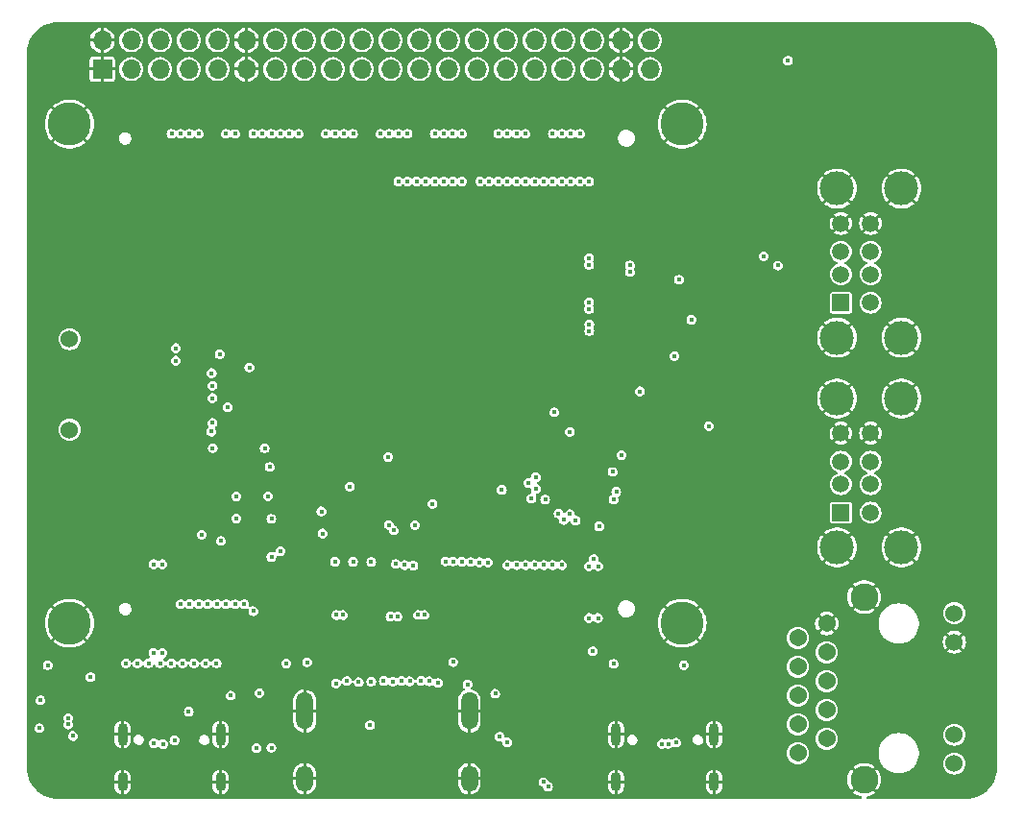
<source format=gbr>
G04 #@! TF.GenerationSoftware,KiCad,Pcbnew,7.0.6*
G04 #@! TF.CreationDate,2023-07-29T11:45:35+08:00*
G04 #@! TF.ProjectId,ZYNQ7000_MINIMB,5a594e51-3730-4303-905f-4d494e494d42,rev?*
G04 #@! TF.SameCoordinates,Original*
G04 #@! TF.FileFunction,Copper,L2,Inr*
G04 #@! TF.FilePolarity,Positive*
%FSLAX46Y46*%
G04 Gerber Fmt 4.6, Leading zero omitted, Abs format (unit mm)*
G04 Created by KiCad (PCBNEW 7.0.6) date 2023-07-29 11:45:35*
%MOMM*%
%LPD*%
G01*
G04 APERTURE LIST*
G04 #@! TA.AperFunction,ComponentPad*
%ADD10C,3.800000*%
G04 #@! TD*
G04 #@! TA.AperFunction,ComponentPad*
%ADD11O,0.900000X2.000000*%
G04 #@! TD*
G04 #@! TA.AperFunction,ComponentPad*
%ADD12O,0.900000X1.700000*%
G04 #@! TD*
G04 #@! TA.AperFunction,ComponentPad*
%ADD13R,1.700000X1.700000*%
G04 #@! TD*
G04 #@! TA.AperFunction,ComponentPad*
%ADD14O,1.700000X1.700000*%
G04 #@! TD*
G04 #@! TA.AperFunction,ComponentPad*
%ADD15C,1.540000*%
G04 #@! TD*
G04 #@! TA.AperFunction,ComponentPad*
%ADD16C,1.530000*%
G04 #@! TD*
G04 #@! TA.AperFunction,ComponentPad*
%ADD17C,2.445000*%
G04 #@! TD*
G04 #@! TA.AperFunction,ComponentPad*
%ADD18O,1.500000X3.300000*%
G04 #@! TD*
G04 #@! TA.AperFunction,ComponentPad*
%ADD19O,1.500000X2.300000*%
G04 #@! TD*
G04 #@! TA.AperFunction,ComponentPad*
%ADD20R,1.500000X1.500000*%
G04 #@! TD*
G04 #@! TA.AperFunction,ComponentPad*
%ADD21C,1.500000*%
G04 #@! TD*
G04 #@! TA.AperFunction,ComponentPad*
%ADD22C,3.000000*%
G04 #@! TD*
G04 #@! TA.AperFunction,WasherPad*
%ADD23C,1.524000*%
G04 #@! TD*
G04 #@! TA.AperFunction,ViaPad*
%ADD24C,0.450000*%
G04 #@! TD*
G04 APERTURE END LIST*
D10*
G04 #@! TO.N,GND*
G04 #@! TO.C,H3*
X128000000Y-104250000D03*
G04 #@! TD*
D11*
G04 #@! TO.N,GND*
G04 #@! TO.C,J5*
X122180000Y-114070000D03*
D12*
X122180000Y-118240000D03*
D11*
X130820000Y-114070000D03*
D12*
X130820000Y-118240000D03*
G04 #@! TD*
D13*
G04 #@! TO.N,GND*
G04 #@! TO.C,J10*
X76900000Y-55400000D03*
D14*
X76900000Y-52860000D03*
G04 #@! TO.N,/P3*
X79440000Y-55400000D03*
G04 #@! TO.N,/P4*
X79440000Y-52860000D03*
G04 #@! TO.N,/P5*
X81980000Y-55400000D03*
G04 #@! TO.N,/P6*
X81980000Y-52860000D03*
G04 #@! TO.N,/P7*
X84520000Y-55400000D03*
G04 #@! TO.N,/P8*
X84520000Y-52860000D03*
G04 #@! TO.N,/P9*
X87060000Y-55400000D03*
G04 #@! TO.N,/P10*
X87060000Y-52860000D03*
G04 #@! TO.N,GND*
X89600000Y-55400000D03*
X89600000Y-52860000D03*
G04 #@! TO.N,/P13*
X92140000Y-55400000D03*
G04 #@! TO.N,/P14*
X92140000Y-52860000D03*
G04 #@! TO.N,/P15*
X94680000Y-55400000D03*
G04 #@! TO.N,/P16*
X94680000Y-52860000D03*
G04 #@! TO.N,/P17*
X97220000Y-55400000D03*
G04 #@! TO.N,/P18*
X97220000Y-52860000D03*
G04 #@! TO.N,/P19*
X99760000Y-55400000D03*
G04 #@! TO.N,/P20*
X99760000Y-52860000D03*
G04 #@! TO.N,/P21*
X102300000Y-55400000D03*
G04 #@! TO.N,/P22*
X102300000Y-52860000D03*
G04 #@! TO.N,/P23*
X104840000Y-55400000D03*
G04 #@! TO.N,/P24*
X104840000Y-52860000D03*
G04 #@! TO.N,/P25*
X107380000Y-55400000D03*
G04 #@! TO.N,/P26*
X107380000Y-52860000D03*
G04 #@! TO.N,/P27*
X109920000Y-55400000D03*
G04 #@! TO.N,/P28*
X109920000Y-52860000D03*
G04 #@! TO.N,/P29*
X112460000Y-55400000D03*
G04 #@! TO.N,/P30*
X112460000Y-52860000D03*
G04 #@! TO.N,/P31*
X115000000Y-55400000D03*
G04 #@! TO.N,/P32*
X115000000Y-52860000D03*
G04 #@! TO.N,/P33*
X117540000Y-55400000D03*
G04 #@! TO.N,/P34*
X117540000Y-52860000D03*
G04 #@! TO.N,/P35*
X120080000Y-55400000D03*
G04 #@! TO.N,/P36*
X120080000Y-52860000D03*
G04 #@! TO.N,GND*
X122620000Y-55400000D03*
X122620000Y-52860000D03*
G04 #@! TO.N,/VDD5VD*
X125160000Y-55400000D03*
X125160000Y-52860000D03*
G04 #@! TD*
D10*
G04 #@! TO.N,GND*
G04 #@! TO.C,H2*
X74000000Y-60250000D03*
G04 #@! TD*
G04 #@! TO.N,GND*
G04 #@! TO.C,H4*
X74000000Y-104250000D03*
G04 #@! TD*
D15*
G04 #@! TO.N,Net-(U1-CT)*
G04 #@! TO.C,U1*
X138206000Y-115715000D03*
G04 #@! TO.N,/PHY0_P*
X140746000Y-114445000D03*
G04 #@! TO.N,/PHY0_N*
X138206000Y-113175000D03*
G04 #@! TO.N,/PHY1_P*
X140746000Y-111905000D03*
G04 #@! TO.N,/PHY2_P*
X138206000Y-110635000D03*
G04 #@! TO.N,/PHY2_N*
X140746000Y-109365000D03*
G04 #@! TO.N,/PHY1_N*
X138206000Y-108095000D03*
G04 #@! TO.N,/PHY3_P*
X140746000Y-106825000D03*
G04 #@! TO.N,/PHY3_N*
X138206000Y-105555000D03*
G04 #@! TO.N,GND*
X140746000Y-104285000D03*
D16*
G04 #@! TO.N,Net-(U1-LEDG_A)*
X151996000Y-103375000D03*
G04 #@! TO.N,GND*
X151996000Y-105915000D03*
G04 #@! TO.N,Net-(U1-LEDY_K)*
X151996000Y-114085000D03*
G04 #@! TO.N,/VDD3V3D*
X151996000Y-116625000D03*
D17*
G04 #@! TO.N,GND*
X144046000Y-101950000D03*
X144046000Y-118050000D03*
G04 #@! TD*
D18*
G04 #@! TO.N,GND*
G04 #@! TO.C,J6*
X94750000Y-112000000D03*
D19*
X94750000Y-117960000D03*
D18*
X109250000Y-112000000D03*
D19*
X109250000Y-117960000D03*
G04 #@! TD*
D20*
G04 #@! TO.N,/USB_5V*
G04 #@! TO.C,J8*
X142000000Y-94500000D03*
D21*
G04 #@! TO.N,/usb/1H_DN*
X142000000Y-92000000D03*
G04 #@! TO.N,/usb/1H_DP*
X142000000Y-90000000D03*
G04 #@! TO.N,GND*
X142000000Y-87500000D03*
G04 #@! TO.N,/USB_5V*
X144620000Y-94500000D03*
G04 #@! TO.N,/usb/2H_DN*
X144620000Y-92000000D03*
G04 #@! TO.N,/usb/2H_DP*
X144620000Y-90000000D03*
G04 #@! TO.N,GND*
X144620000Y-87500000D03*
D22*
X141650000Y-97570000D03*
X147330000Y-97570000D03*
X141650000Y-84430000D03*
X147330000Y-84430000D03*
G04 #@! TD*
D11*
G04 #@! TO.N,GND*
G04 #@! TO.C,J9*
X78680000Y-114070000D03*
D12*
X78680000Y-118240000D03*
D11*
X87320000Y-114070000D03*
D12*
X87320000Y-118240000D03*
G04 #@! TD*
D20*
G04 #@! TO.N,/USB_5V*
G04 #@! TO.C,J11*
X142000000Y-76000000D03*
D21*
G04 #@! TO.N,/usb/3H_DN*
X142000000Y-73500000D03*
G04 #@! TO.N,/usb/3H_DP*
X142000000Y-71500000D03*
G04 #@! TO.N,GND*
X142000000Y-69000000D03*
G04 #@! TO.N,/USB_5V*
X144620000Y-76000000D03*
G04 #@! TO.N,/usb/4H_DN*
X144620000Y-73500000D03*
G04 #@! TO.N,/usb/4H_DP*
X144620000Y-71500000D03*
G04 #@! TO.N,GND*
X144620000Y-69000000D03*
D22*
X141650000Y-79070000D03*
X147330000Y-79070000D03*
X141650000Y-65930000D03*
X147330000Y-65930000D03*
G04 #@! TD*
D10*
G04 #@! TO.N,GND*
G04 #@! TO.C,H1*
X128000000Y-60250000D03*
G04 #@! TD*
D23*
G04 #@! TO.N,*
G04 #@! TO.C,U5*
X74010000Y-87200000D03*
X74010000Y-79200000D03*
G04 #@! TD*
D24*
G04 #@! TO.N,/usb/H_DN*
X73892137Y-113184750D03*
G04 #@! TO.N,/usb/H_DP*
X73892137Y-112607750D03*
G04 #@! TO.N,/usb/USB_ID*
X75860000Y-109010000D03*
X71450000Y-111050000D03*
G04 #@! TO.N,/VDD1V8D*
X115930000Y-93350000D03*
X81410000Y-99050000D03*
X122670000Y-89430000D03*
X82200000Y-99050000D03*
X114480000Y-91890000D03*
X120680000Y-95710000D03*
X112110000Y-92490000D03*
X104460000Y-95600000D03*
G04 #@! TO.N,/VDD3V3D*
X86610000Y-83300000D03*
X82200000Y-106880000D03*
X124290000Y-83810000D03*
X87950000Y-85210000D03*
X107820000Y-107680000D03*
X94950000Y-107700000D03*
X118112500Y-87377500D03*
X102100000Y-89610000D03*
X81400000Y-106890000D03*
X87250000Y-80530000D03*
X137330000Y-54660000D03*
X96310000Y-96340000D03*
X98730000Y-92210000D03*
X91650000Y-90480000D03*
X96210000Y-94390000D03*
G04 #@! TO.N,GND*
X72465000Y-53465000D03*
X143585000Y-109345000D03*
X148665000Y-101725000D03*
X148665000Y-81405000D03*
X130885000Y-89025000D03*
X143585000Y-106805000D03*
X130885000Y-76325000D03*
X141045000Y-53465000D03*
X75005000Y-89025000D03*
X133425000Y-76325000D03*
X108025000Y-73785000D03*
X123265000Y-86485000D03*
X148665000Y-68705000D03*
X105485000Y-116965000D03*
X130885000Y-61085000D03*
X75005000Y-66165000D03*
X100405000Y-61085000D03*
X146125000Y-68705000D03*
X82625000Y-94105000D03*
X118200000Y-103810000D03*
X125805000Y-91565000D03*
X119420000Y-118970000D03*
X148665000Y-111885000D03*
X102945000Y-83945000D03*
X143585000Y-53465000D03*
X92785000Y-68705000D03*
X111475000Y-87425000D03*
X108025000Y-89025000D03*
X97865000Y-89025000D03*
X120725000Y-78865000D03*
X105485000Y-76325000D03*
X92785000Y-83945000D03*
X77545000Y-61085000D03*
X80085000Y-116965000D03*
X90245000Y-91565000D03*
X85165000Y-66165000D03*
X135965000Y-53465000D03*
X143585000Y-63625000D03*
X125450000Y-80620000D03*
X108610000Y-103430000D03*
X143585000Y-81405000D03*
X108025000Y-76325000D03*
X87705000Y-66165000D03*
X102945000Y-76325000D03*
X77545000Y-66165000D03*
X105485000Y-86485000D03*
X72465000Y-66165000D03*
X110565000Y-78865000D03*
X82625000Y-66165000D03*
X77545000Y-76325000D03*
X105910000Y-91720000D03*
X82625000Y-91565000D03*
X103600000Y-97400000D03*
X128345000Y-83945000D03*
X119000000Y-103810000D03*
X134015000Y-59490000D03*
X80085000Y-71245000D03*
X95325000Y-68705000D03*
X102945000Y-86485000D03*
X85165000Y-91565000D03*
X72465000Y-68705000D03*
X110565000Y-76325000D03*
X87705000Y-71245000D03*
X108025000Y-78865000D03*
X109400000Y-65300000D03*
X80590000Y-59300000D03*
X80085000Y-91565000D03*
X102945000Y-116965000D03*
X115645000Y-83945000D03*
X90245000Y-96645000D03*
X110565000Y-73785000D03*
X84720000Y-94830000D03*
X153745000Y-61085000D03*
X95325000Y-76325000D03*
X101500000Y-113260000D03*
X97865000Y-68705000D03*
X90245000Y-66165000D03*
X85165000Y-68705000D03*
X88680000Y-90470000D03*
X138540000Y-103520000D03*
X108650000Y-90720000D03*
X118375000Y-91100000D03*
X108025000Y-81405000D03*
X96450000Y-109570000D03*
X125805000Y-94105000D03*
X77545000Y-71245000D03*
X102945000Y-68705000D03*
X109400000Y-61090000D03*
X123265000Y-58545000D03*
X96290000Y-93390000D03*
X72465000Y-99185000D03*
X90245000Y-94105000D03*
X72465000Y-94105000D03*
X80085000Y-96645000D03*
X102945000Y-78865000D03*
X92300000Y-112400000D03*
X128345000Y-53465000D03*
X113105000Y-73785000D03*
X90245000Y-76325000D03*
X115300000Y-117770000D03*
X100405000Y-66165000D03*
X75005000Y-83945000D03*
X106200000Y-103400000D03*
X90480000Y-112775000D03*
X144560000Y-96390000D03*
X113105000Y-71245000D03*
X110565000Y-61085000D03*
X133425000Y-73785000D03*
X95325000Y-61085000D03*
X90245000Y-68705000D03*
X115645000Y-61085000D03*
X146360000Y-56720000D03*
X129415000Y-76525000D03*
X128870000Y-80710000D03*
X124420000Y-91880000D03*
X97865000Y-94105000D03*
X115130000Y-109560000D03*
X100405000Y-73785000D03*
X102945000Y-81405000D03*
X105485000Y-89025000D03*
X100405000Y-116965000D03*
X130885000Y-104265000D03*
X153745000Y-116965000D03*
X130885000Y-56005000D03*
X72465000Y-56005000D03*
X141045000Y-81405000D03*
X151205000Y-111885000D03*
X72465000Y-71245000D03*
X75005000Y-101725000D03*
X140730000Y-59620000D03*
X148665000Y-71245000D03*
X80085000Y-89025000D03*
X92785000Y-73785000D03*
X100405000Y-71245000D03*
X145120000Y-61970000D03*
X100405000Y-78865000D03*
X146125000Y-106805000D03*
X108025000Y-109345000D03*
X105485000Y-73785000D03*
X153745000Y-58545000D03*
X120725000Y-86485000D03*
X105485000Y-78865000D03*
X89400000Y-61100000D03*
X82625000Y-71245000D03*
X72465000Y-91565000D03*
X124420000Y-90170000D03*
X95325000Y-73785000D03*
X105485000Y-83945000D03*
X105485000Y-114425000D03*
X113105000Y-81405000D03*
X99900000Y-96230000D03*
X72465000Y-83945000D03*
X125805000Y-58545000D03*
X97865000Y-76325000D03*
X123265000Y-83945000D03*
X80085000Y-76325000D03*
X98755000Y-91245000D03*
X153745000Y-111885000D03*
X82625000Y-73785000D03*
X111290000Y-77620000D03*
X85165000Y-73785000D03*
X98880000Y-113210000D03*
X118200000Y-99200000D03*
X112940000Y-86340000D03*
X146125000Y-73785000D03*
X75005000Y-76325000D03*
X95325000Y-66165000D03*
X148665000Y-89025000D03*
X113105000Y-83945000D03*
X130885000Y-73785000D03*
X135965000Y-96645000D03*
X77545000Y-78865000D03*
X135965000Y-56005000D03*
X113105000Y-116965000D03*
X108025000Y-83945000D03*
X106000000Y-113250000D03*
X133425000Y-101725000D03*
X92785000Y-76325000D03*
X77545000Y-73785000D03*
X80085000Y-61085000D03*
X148665000Y-86485000D03*
X148665000Y-91565000D03*
X146125000Y-101725000D03*
X147050000Y-87420000D03*
X80085000Y-86485000D03*
X113105000Y-78865000D03*
X96210000Y-95360000D03*
X150315000Y-58110000D03*
X97865000Y-116965000D03*
X72465000Y-89025000D03*
X100405000Y-81405000D03*
X95325000Y-89025000D03*
X80085000Y-66165000D03*
X141045000Y-56005000D03*
X75005000Y-68705000D03*
X119000000Y-99200000D03*
X92785000Y-66165000D03*
X75005000Y-56005000D03*
X103000000Y-113250000D03*
X151205000Y-58545000D03*
X146125000Y-63625000D03*
X89400000Y-65290000D03*
X100405000Y-76325000D03*
X114530000Y-72630000D03*
X133425000Y-61085000D03*
X108025000Y-114425000D03*
X72465000Y-96645000D03*
X148665000Y-73785000D03*
X148665000Y-56005000D03*
X122280000Y-94970000D03*
X105485000Y-71245000D03*
X105485000Y-106805000D03*
X85165000Y-71245000D03*
X90245000Y-83945000D03*
X126460000Y-83400000D03*
X108025000Y-71245000D03*
X73200000Y-116500000D03*
X104500000Y-113250000D03*
X112125000Y-93300000D03*
X82625000Y-68705000D03*
X114530000Y-73580000D03*
X133425000Y-83945000D03*
X80085000Y-68705000D03*
X102945000Y-114425000D03*
X146125000Y-53465000D03*
X128360000Y-56440000D03*
X75005000Y-63625000D03*
X72465000Y-114425000D03*
X114380000Y-81530000D03*
X75005000Y-94105000D03*
X92785000Y-71245000D03*
X87705000Y-76325000D03*
X133425000Y-96645000D03*
X87705000Y-73785000D03*
X90245000Y-73785000D03*
X99000000Y-103350000D03*
X97865000Y-73785000D03*
X146125000Y-81405000D03*
X72465000Y-73785000D03*
X80085000Y-83945000D03*
X100405000Y-83945000D03*
X130885000Y-53465000D03*
X72465000Y-63625000D03*
X130885000Y-58545000D03*
X100405000Y-114425000D03*
X149115000Y-53190000D03*
X77545000Y-116965000D03*
X75005000Y-99185000D03*
X133425000Y-78865000D03*
X138505000Y-71245000D03*
X114380000Y-79330000D03*
X129987500Y-85312500D03*
X72465000Y-101725000D03*
X110565000Y-81405000D03*
X77545000Y-68705000D03*
X95325000Y-71245000D03*
X102945000Y-73785000D03*
X75005000Y-81405000D03*
X92900000Y-110200000D03*
X87705000Y-68705000D03*
X77545000Y-58545000D03*
X90245000Y-71245000D03*
X130885000Y-94105000D03*
X108025000Y-86485000D03*
X125490000Y-89950000D03*
X130885000Y-78865000D03*
X97865000Y-71245000D03*
X72465000Y-78865000D03*
X119650000Y-117820000D03*
X100405000Y-68705000D03*
X82625000Y-76325000D03*
X121650000Y-59300000D03*
X80085000Y-73785000D03*
X111800000Y-99150000D03*
X147050000Y-89280000D03*
X72465000Y-81405000D03*
X82330000Y-90200000D03*
X83000000Y-98400000D03*
X138505000Y-96645000D03*
X75005000Y-91565000D03*
X72465000Y-86485000D03*
X102945000Y-71245000D03*
X130885000Y-81405000D03*
X75005000Y-53465000D03*
X117960000Y-84010000D03*
X123265000Y-76325000D03*
X80085000Y-94105000D03*
X75005000Y-96645000D03*
X110565000Y-71245000D03*
X120725000Y-76325000D03*
X146125000Y-71245000D03*
X97865000Y-66165000D03*
X105485000Y-81405000D03*
X120725000Y-61085000D03*
X143585000Y-104265000D03*
X96600000Y-99100000D03*
X110565000Y-83945000D03*
X80085000Y-63625000D03*
X130885000Y-91565000D03*
X75005000Y-71245000D03*
X147210000Y-92840000D03*
X77545000Y-63625000D03*
X153745000Y-53465000D03*
X97865000Y-78865000D03*
X72465000Y-76325000D03*
X153745000Y-56005000D03*
X128345000Y-116965000D03*
X133425000Y-81405000D03*
X110565000Y-114425000D03*
X77545000Y-114425000D03*
G04 #@! TO.N,/B35_L10P*
X83800000Y-102575000D03*
X106500000Y-109525000D03*
G04 #@! TO.N,/B35_L10N*
X105704609Y-109370391D03*
X84600000Y-102550000D03*
G04 #@! TO.N,/B35_L14P*
X85400000Y-102550000D03*
X105000000Y-109325000D03*
G04 #@! TO.N,/B35_L14N*
X104000000Y-109375000D03*
X86200000Y-102575000D03*
G04 #@! TO.N,/B35_L16P*
X87000000Y-102575000D03*
X103262500Y-109337500D03*
G04 #@! TO.N,/B35_L16N*
X87800000Y-102575000D03*
X102500000Y-109400000D03*
G04 #@! TO.N,/B35_L5P*
X88600000Y-102575000D03*
X101698591Y-109329098D03*
G04 #@! TO.N,/B35_L5N*
X100600000Y-109400000D03*
X89400000Y-102575000D03*
G04 #@! TO.N,/B35_L3P*
X100500000Y-113250000D03*
X90200000Y-103190000D03*
X93100000Y-107800000D03*
G04 #@! TO.N,/B35_L20P*
X91800000Y-98400000D03*
X91800000Y-95050000D03*
G04 #@! TO.N,/B35_L20N*
X92600000Y-97900000D03*
X91500000Y-93050000D03*
G04 #@! TO.N,/B1MIO45*
X102150000Y-95575000D03*
X97400000Y-98825000D03*
G04 #@! TO.N,/PHY0_P*
X97498800Y-103531758D03*
G04 #@! TO.N,/PHY0_N*
X98101200Y-103531758D03*
G04 #@! TO.N,/B1MIO43*
X99000000Y-98825000D03*
X106000000Y-93725000D03*
G04 #@! TO.N,/B1MIO41*
X100600000Y-98850000D03*
X102600000Y-96075000D03*
G04 #@! TO.N,/B1MIO39*
X102748426Y-99028100D03*
X121870187Y-90903900D03*
G04 #@! TO.N,/PHY2_P*
X102298800Y-103657695D03*
G04 #@! TO.N,/B1MIO38*
X122200000Y-92660000D03*
X103540000Y-99130000D03*
G04 #@! TO.N,/PHY2_N*
X102901200Y-103657695D03*
G04 #@! TO.N,/B1MIO37*
X121960000Y-93360000D03*
X104310000Y-99170000D03*
G04 #@! TO.N,/PHY3_P*
X104698800Y-103524241D03*
G04 #@! TO.N,/PHY3_N*
X105301200Y-103524241D03*
G04 #@! TO.N,/B1MIO34*
X107140000Y-98800000D03*
X118620000Y-95200000D03*
G04 #@! TO.N,/B1MIO33*
X107810000Y-98820000D03*
X118120000Y-94640000D03*
G04 #@! TO.N,/B1MIO32*
X117560000Y-95150000D03*
X108580000Y-98830000D03*
G04 #@! TO.N,/B1MIO31*
X109370000Y-98860000D03*
X117110000Y-94580000D03*
G04 #@! TO.N,/B1MIO30*
X115100000Y-91396100D03*
X110160000Y-98880000D03*
G04 #@! TO.N,/B1MIO29*
X115100000Y-92413900D03*
X110893799Y-98882396D03*
G04 #@! TO.N,/B0MIO15*
X111920000Y-114260000D03*
X112600000Y-99130000D03*
G04 #@! TO.N,/B0MIO14*
X112570000Y-114760000D03*
X113400000Y-99130000D03*
G04 #@! TO.N,/B0MIO13*
X114200000Y-99130000D03*
G04 #@! TO.N,/B0MIO12*
X115000000Y-99130000D03*
G04 #@! TO.N,/B0MIO11*
X115800000Y-99130000D03*
G04 #@! TO.N,/B0MIO10*
X116600000Y-99130000D03*
X89860000Y-81700000D03*
X91210000Y-88830000D03*
G04 #@! TO.N,/B0MIO09*
X114730000Y-93260000D03*
X117400000Y-99130000D03*
G04 #@! TO.N,/VDD5VD*
X119810000Y-99220000D03*
X120590000Y-103790000D03*
X84970000Y-107790000D03*
X74300000Y-114200000D03*
X130350000Y-86860000D03*
X83973512Y-107790000D03*
X86000000Y-107790000D03*
X80970000Y-107790000D03*
X78980000Y-107790000D03*
X120200000Y-98600000D03*
X120600000Y-99220000D03*
X86970000Y-107790000D03*
X119800000Y-103790000D03*
X80000000Y-107790000D03*
X82970000Y-107790000D03*
X82000000Y-107790000D03*
G04 #@! TO.N,/B35_L11P*
X83000000Y-61100000D03*
G04 #@! TO.N,/B35_L11N*
X83800000Y-61100000D03*
G04 #@! TO.N,/B35_L21P*
X84600000Y-61100000D03*
G04 #@! TO.N,/B35_L21N*
X85400000Y-61100000D03*
G04 #@! TO.N,/B35_L7P*
X87800000Y-61100000D03*
G04 #@! TO.N,/B35_L7N*
X88600000Y-61100000D03*
G04 #@! TO.N,/B34_L12N*
X90200000Y-61100000D03*
G04 #@! TO.N,/B34_IO25*
X91000000Y-61100000D03*
G04 #@! TO.N,/B34_L15P*
X91800000Y-61100000D03*
G04 #@! TO.N,/B34_L15N*
X92600000Y-61100000D03*
G04 #@! TO.N,/B34_L24P*
X93400000Y-61100000D03*
G04 #@! TO.N,/B34_L24N*
X94200000Y-61100000D03*
G04 #@! TO.N,/B34_L16P*
X96600000Y-61100000D03*
G04 #@! TO.N,/B34_L16N*
X97400000Y-61100000D03*
G04 #@! TO.N,/B34_L17P*
X98200000Y-61100000D03*
G04 #@! TO.N,/B34_L17N*
X99000000Y-61100000D03*
G04 #@! TO.N,/B34_L10P*
X101400000Y-61100000D03*
G04 #@! TO.N,/B34_L10N*
X102200000Y-61100000D03*
G04 #@! TO.N,/B34_L8P*
X103000000Y-61100000D03*
G04 #@! TO.N,/B34_L11P*
X103000000Y-65300000D03*
G04 #@! TO.N,/B34_L8N*
X103800000Y-61100000D03*
G04 #@! TO.N,/B34_L11N*
X103800000Y-65300000D03*
G04 #@! TO.N,/B34_L5P*
X104600000Y-65300000D03*
G04 #@! TO.N,/B34_L5N*
X105400000Y-65300000D03*
G04 #@! TO.N,/B34_L2P*
X106200000Y-61100000D03*
G04 #@! TO.N,/B34_L3P*
X106200000Y-65300000D03*
G04 #@! TO.N,/B34_L2N*
X107000000Y-61100000D03*
G04 #@! TO.N,/B34_L3N*
X107000000Y-65300000D03*
G04 #@! TO.N,/B34_L1P*
X107800000Y-61100000D03*
G04 #@! TO.N,/B34_L4P*
X107800000Y-65300000D03*
G04 #@! TO.N,/B34_L1N*
X108600000Y-61100000D03*
G04 #@! TO.N,/B34_L4N*
X108600000Y-65300000D03*
G04 #@! TO.N,/B13_L12P*
X110200000Y-65300000D03*
G04 #@! TO.N,/B13_L12N*
X111000000Y-65300000D03*
G04 #@! TO.N,/B13_L19P*
X111800000Y-61100000D03*
G04 #@! TO.N,/B13_L20P*
X111800000Y-65300000D03*
G04 #@! TO.N,/B13_L19N*
X112600000Y-61100000D03*
G04 #@! TO.N,/B13_L20N*
X112600000Y-65300000D03*
G04 #@! TO.N,/B13_L18P*
X113400000Y-61100000D03*
G04 #@! TO.N,/B13_L21P*
X113400000Y-65300000D03*
G04 #@! TO.N,/B13_L18N*
X114200000Y-61100000D03*
G04 #@! TO.N,/B13_L21N*
X114200000Y-65300000D03*
G04 #@! TO.N,/B13_L17P*
X115000000Y-65332702D03*
G04 #@! TO.N,/B13_L17N*
X115800000Y-65300000D03*
G04 #@! TO.N,/B13_L14P*
X116600000Y-61100000D03*
G04 #@! TO.N,/B13_L15P*
X116600000Y-65300000D03*
G04 #@! TO.N,/B13_L14N*
X117400000Y-61100000D03*
G04 #@! TO.N,/B13_L15N*
X117400000Y-65300000D03*
G04 #@! TO.N,/B13_L13P*
X118200000Y-61100000D03*
G04 #@! TO.N,/B13_L22P*
X118200000Y-65300000D03*
G04 #@! TO.N,/B13_L13N*
X119000000Y-61100000D03*
G04 #@! TO.N,/B13_L22N*
X119000000Y-65300000D03*
G04 #@! TO.N,/B13_L06N*
X119800000Y-65300000D03*
G04 #@! TO.N,Net-(R10-Pad1)*
X135180000Y-71897162D03*
X121960000Y-107840000D03*
G04 #@! TO.N,Net-(R11-Pad1)*
X136440000Y-72710000D03*
X120120000Y-106730000D03*
G04 #@! TO.N,/usb_to_uart/UART_D-*
X126788544Y-114880000D03*
X116184020Y-118664025D03*
G04 #@! TO.N,/usb_to_uart/UART_D+*
X115775969Y-118255974D03*
X127470063Y-114786891D03*
X126211456Y-114880000D03*
G04 #@! TO.N,Net-(J9-CC1)*
X81450000Y-114830000D03*
X90480000Y-115270000D03*
G04 #@! TO.N,Net-(J9-CC2)*
X84510000Y-112050000D03*
X91800000Y-115230000D03*
G04 #@! TO.N,Net-(U1-LEDG_A)*
X109090000Y-109650000D03*
G04 #@! TO.N,Net-(U1-LEDY_K)*
X111530000Y-110470000D03*
G04 #@! TO.N,Net-(U5-SD_DET)*
X86630000Y-88810000D03*
G04 #@! TO.N,/sd/CMD*
X86540000Y-82200000D03*
G04 #@! TO.N,/sd/CLK*
X86610000Y-84400000D03*
G04 #@! TO.N,/hdmi/HDMI5VD*
X85650000Y-96446900D03*
X90750000Y-110400000D03*
G04 #@! TO.N,/hdmi/HDMI_SCL_E*
X99500000Y-109450000D03*
X87350000Y-97000000D03*
G04 #@! TO.N,/hdmi/HDMI_SDA_E*
X98453100Y-109350000D03*
X88700000Y-95025000D03*
G04 #@! TO.N,/hdmi/HDMI_HPD_E*
X88700000Y-93075000D03*
X97495694Y-109557461D03*
G04 #@! TO.N,/usb/HUB3V3*
X128810000Y-77490000D03*
X127710000Y-73960000D03*
X127330000Y-80700000D03*
G04 #@! TO.N,/usb/USB5VIN*
X88230000Y-110640000D03*
X116740000Y-85650000D03*
G04 #@! TO.N,/usb/H_DP*
X123400000Y-72698800D03*
G04 #@! TO.N,Net-(U4-DAT1B0)*
X86490000Y-87360000D03*
G04 #@! TO.N,/usb/2H_DP*
X119810000Y-72651200D03*
G04 #@! TO.N,/usb/3H_DP*
X119803102Y-76551200D03*
G04 #@! TO.N,/usb/4H_DP*
X119820000Y-78501200D03*
G04 #@! TO.N,Net-(U4-DAT0B0)*
X86610000Y-86600000D03*
G04 #@! TO.N,Net-(U4-DAT3B0)*
X83370000Y-81100000D03*
G04 #@! TO.N,Net-(U4-DAT2B0)*
X83380000Y-80000000D03*
G04 #@! TO.N,/USB_5V*
X128150000Y-107950000D03*
G04 #@! TO.N,/usb/2H_DN*
X119810000Y-72048800D03*
G04 #@! TO.N,/usb/3H_DN*
X119803102Y-75948800D03*
G04 #@! TO.N,/usb/4H_DN*
X119820000Y-77898800D03*
G04 #@! TO.N,/usb/S_DN*
X82250000Y-114920000D03*
X83260000Y-114570000D03*
G04 #@! TO.N,/usb/USB_DN*
X72090001Y-107960008D03*
X71360005Y-113510009D03*
G04 #@! TO.N,/usb/H_DN*
X123400000Y-73301200D03*
G04 #@! TD*
G04 #@! TA.AperFunction,Conductor*
G04 #@! TO.N,GND*
G36*
X153001761Y-51254599D02*
G01*
X153068864Y-51258367D01*
X153303867Y-51271564D01*
X153310887Y-51272356D01*
X153377297Y-51283639D01*
X153607450Y-51322743D01*
X153614332Y-51324315D01*
X153903379Y-51407588D01*
X153910048Y-51409921D01*
X154048592Y-51467308D01*
X154187956Y-51525035D01*
X154194327Y-51528103D01*
X154457591Y-51673604D01*
X154463578Y-51677366D01*
X154708909Y-51851438D01*
X154714436Y-51855846D01*
X154938721Y-52056278D01*
X154943721Y-52061278D01*
X155144153Y-52285563D01*
X155148561Y-52291090D01*
X155322633Y-52536421D01*
X155326395Y-52542408D01*
X155471896Y-52805672D01*
X155474964Y-52812043D01*
X155590076Y-53089946D01*
X155592411Y-53096620D01*
X155675684Y-53385667D01*
X155677258Y-53392560D01*
X155727643Y-53689112D01*
X155728435Y-53696137D01*
X155745401Y-53998237D01*
X155745500Y-54001771D01*
X155745500Y-116998227D01*
X155745401Y-117001761D01*
X155728435Y-117303862D01*
X155727643Y-117310887D01*
X155677258Y-117607439D01*
X155675684Y-117614332D01*
X155592411Y-117903379D01*
X155590076Y-117910053D01*
X155474964Y-118187956D01*
X155471896Y-118194327D01*
X155326395Y-118457591D01*
X155322633Y-118463578D01*
X155148561Y-118708909D01*
X155144153Y-118714436D01*
X154943721Y-118938721D01*
X154938721Y-118943721D01*
X154714436Y-119144153D01*
X154708909Y-119148561D01*
X154463578Y-119322633D01*
X154457591Y-119326395D01*
X154194327Y-119471896D01*
X154187956Y-119474964D01*
X153910053Y-119590076D01*
X153903379Y-119592411D01*
X153614332Y-119675684D01*
X153607439Y-119677258D01*
X153310887Y-119727643D01*
X153303862Y-119728435D01*
X153001762Y-119745401D01*
X152998228Y-119745500D01*
X144376546Y-119745500D01*
X144308425Y-119725498D01*
X144261932Y-119671842D01*
X144251828Y-119601568D01*
X144281322Y-119536988D01*
X144341048Y-119498604D01*
X144355807Y-119495218D01*
X144409698Y-119486225D01*
X144409705Y-119486223D01*
X144641133Y-119406774D01*
X144641135Y-119406773D01*
X144856332Y-119290314D01*
X144997126Y-119180730D01*
X144526814Y-118710418D01*
X144557360Y-118691225D01*
X144687225Y-118561360D01*
X144706418Y-118530814D01*
X145177022Y-119001418D01*
X145177023Y-119001417D01*
X145215155Y-118959997D01*
X145215156Y-118959996D01*
X145348994Y-118755141D01*
X145447283Y-118531065D01*
X145447286Y-118531058D01*
X145507351Y-118293864D01*
X145527559Y-118049999D01*
X145507351Y-117806135D01*
X145447286Y-117568941D01*
X145447283Y-117568934D01*
X145348994Y-117344858D01*
X145215158Y-117140006D01*
X145177022Y-117098580D01*
X144706417Y-117569184D01*
X144687225Y-117538640D01*
X144557360Y-117408775D01*
X144526813Y-117389581D01*
X144997125Y-116919269D01*
X144997125Y-116919268D01*
X144856337Y-116809688D01*
X144856336Y-116809687D01*
X144641135Y-116693226D01*
X144641133Y-116693225D01*
X144409705Y-116613776D01*
X144409698Y-116613774D01*
X144168342Y-116573500D01*
X143923658Y-116573500D01*
X143682301Y-116613774D01*
X143682294Y-116613776D01*
X143450866Y-116693225D01*
X143450864Y-116693226D01*
X143235663Y-116809687D01*
X143235662Y-116809688D01*
X143094873Y-116919268D01*
X143565186Y-117389581D01*
X143534640Y-117408775D01*
X143404775Y-117538640D01*
X143385581Y-117569186D01*
X142914976Y-117098581D01*
X142876838Y-117140010D01*
X142743006Y-117344855D01*
X142644716Y-117568934D01*
X142644713Y-117568941D01*
X142584648Y-117806135D01*
X142564440Y-118049999D01*
X142584648Y-118293864D01*
X142644713Y-118531058D01*
X142644716Y-118531065D01*
X142743005Y-118755141D01*
X142876841Y-118959993D01*
X142914976Y-119001418D01*
X142914977Y-119001418D01*
X143385581Y-118530813D01*
X143404775Y-118561360D01*
X143534640Y-118691225D01*
X143565185Y-118710417D01*
X143094873Y-119180729D01*
X143094873Y-119180730D01*
X143235662Y-119290311D01*
X143235663Y-119290312D01*
X143450864Y-119406773D01*
X143450866Y-119406774D01*
X143682294Y-119486223D01*
X143682301Y-119486225D01*
X143736193Y-119495218D01*
X143800092Y-119526160D01*
X143837120Y-119586736D01*
X143835519Y-119657715D01*
X143795799Y-119716560D01*
X143730569Y-119744590D01*
X143715454Y-119745500D01*
X73001772Y-119745500D01*
X72998238Y-119745401D01*
X72696137Y-119728435D01*
X72689112Y-119727643D01*
X72392560Y-119677258D01*
X72385667Y-119675684D01*
X72096620Y-119592411D01*
X72089946Y-119590076D01*
X71812043Y-119474964D01*
X71805672Y-119471896D01*
X71542408Y-119326395D01*
X71536421Y-119322633D01*
X71291090Y-119148561D01*
X71285563Y-119144153D01*
X71061278Y-118943721D01*
X71056278Y-118938721D01*
X70855846Y-118714436D01*
X70851438Y-118708909D01*
X70832766Y-118682594D01*
X77976000Y-118682594D01*
X77991434Y-118809713D01*
X78052059Y-118969565D01*
X78052062Y-118969571D01*
X78149176Y-119110265D01*
X78277143Y-119223634D01*
X78277148Y-119223638D01*
X78428524Y-119303086D01*
X78552999Y-119333765D01*
X78553000Y-119333765D01*
X78553000Y-118915772D01*
X78651840Y-118943895D01*
X78763521Y-118933546D01*
X78807000Y-118911895D01*
X78807000Y-119333765D01*
X78931475Y-119303086D01*
X79082851Y-119223638D01*
X79082856Y-119223634D01*
X79210823Y-119110265D01*
X79307937Y-118969571D01*
X79307940Y-118969565D01*
X79368565Y-118809713D01*
X79383999Y-118682594D01*
X86616000Y-118682594D01*
X86631434Y-118809713D01*
X86692059Y-118969565D01*
X86692062Y-118969571D01*
X86789176Y-119110265D01*
X86917143Y-119223634D01*
X86917148Y-119223638D01*
X87068524Y-119303086D01*
X87192999Y-119333765D01*
X87193000Y-119333765D01*
X87193000Y-118915772D01*
X87291840Y-118943895D01*
X87403521Y-118933546D01*
X87447000Y-118911895D01*
X87447000Y-119333765D01*
X87571475Y-119303086D01*
X87722851Y-119223638D01*
X87722856Y-119223634D01*
X87850823Y-119110265D01*
X87947937Y-118969571D01*
X87947940Y-118969565D01*
X88008565Y-118809713D01*
X88023999Y-118682594D01*
X88024000Y-118682584D01*
X88024000Y-118410937D01*
X93746000Y-118410937D01*
X93761479Y-118563141D01*
X93822607Y-118757973D01*
X93921702Y-118936508D01*
X94054709Y-119091443D01*
X94216185Y-119216435D01*
X94399504Y-119306357D01*
X94399507Y-119306358D01*
X94597179Y-119357539D01*
X94597186Y-119357540D01*
X94622999Y-119358849D01*
X94622999Y-119358848D01*
X94622999Y-118792585D01*
X94715992Y-118813810D01*
X94851265Y-118803673D01*
X94877000Y-118793572D01*
X94877000Y-119356256D01*
X95002950Y-119336962D01*
X95002958Y-119336959D01*
X95194432Y-119266047D01*
X95194434Y-119266046D01*
X95367721Y-119158034D01*
X95367722Y-119158033D01*
X95515722Y-119017349D01*
X95515724Y-119017347D01*
X95632370Y-118849757D01*
X95712894Y-118662114D01*
X95754000Y-118462094D01*
X95754000Y-118410937D01*
X108246000Y-118410937D01*
X108261479Y-118563141D01*
X108322607Y-118757973D01*
X108421702Y-118936508D01*
X108554709Y-119091443D01*
X108716185Y-119216435D01*
X108899504Y-119306357D01*
X108899507Y-119306358D01*
X109097179Y-119357539D01*
X109097186Y-119357540D01*
X109122999Y-119358849D01*
X109123000Y-119358848D01*
X109123000Y-118792585D01*
X109215992Y-118813810D01*
X109351265Y-118803673D01*
X109377000Y-118793572D01*
X109377000Y-119356257D01*
X109502950Y-119336962D01*
X109502958Y-119336959D01*
X109694432Y-119266047D01*
X109694434Y-119266046D01*
X109867721Y-119158034D01*
X109867722Y-119158033D01*
X110015722Y-119017349D01*
X110015724Y-119017347D01*
X110132370Y-118849757D01*
X110212894Y-118662114D01*
X110254000Y-118462094D01*
X110254000Y-118255977D01*
X115342861Y-118255977D01*
X115360403Y-118377988D01*
X115360405Y-118377995D01*
X115411615Y-118490130D01*
X115492344Y-118583295D01*
X115596049Y-118649943D01*
X115677929Y-118673985D01*
X115737655Y-118712369D01*
X115767147Y-118776945D01*
X115768455Y-118786044D01*
X115768456Y-118786046D01*
X115819666Y-118898181D01*
X115900395Y-118991346D01*
X116004100Y-119057994D01*
X116104803Y-119087563D01*
X116122378Y-119092724D01*
X116122379Y-119092724D01*
X116122382Y-119092725D01*
X116122385Y-119092725D01*
X116245655Y-119092725D01*
X116245658Y-119092725D01*
X116363940Y-119057994D01*
X116467645Y-118991346D01*
X116548374Y-118898181D01*
X116599584Y-118786046D01*
X116603620Y-118757973D01*
X116614458Y-118682594D01*
X121476000Y-118682594D01*
X121491434Y-118809713D01*
X121552059Y-118969565D01*
X121552062Y-118969571D01*
X121649176Y-119110265D01*
X121777143Y-119223634D01*
X121777148Y-119223638D01*
X121928524Y-119303086D01*
X122052999Y-119333765D01*
X122053000Y-119333765D01*
X122053000Y-118915772D01*
X122151840Y-118943895D01*
X122263521Y-118933546D01*
X122306999Y-118911895D01*
X122307000Y-119333765D01*
X122431475Y-119303086D01*
X122582851Y-119223638D01*
X122582856Y-119223634D01*
X122710823Y-119110265D01*
X122807937Y-118969571D01*
X122807940Y-118969565D01*
X122868565Y-118809713D01*
X122883999Y-118682594D01*
X130116000Y-118682594D01*
X130131434Y-118809713D01*
X130192059Y-118969565D01*
X130192062Y-118969571D01*
X130289176Y-119110265D01*
X130417143Y-119223634D01*
X130417148Y-119223638D01*
X130568524Y-119303086D01*
X130692999Y-119333765D01*
X130693000Y-119333765D01*
X130693000Y-118915772D01*
X130791840Y-118943895D01*
X130903521Y-118933546D01*
X130947000Y-118911895D01*
X130947000Y-119333765D01*
X131071475Y-119303086D01*
X131222851Y-119223638D01*
X131222856Y-119223634D01*
X131350823Y-119110265D01*
X131447937Y-118969571D01*
X131447940Y-118969565D01*
X131508565Y-118809713D01*
X131523999Y-118682594D01*
X131524000Y-118682584D01*
X131524000Y-118367000D01*
X131120000Y-118367000D01*
X131120000Y-118113000D01*
X131524000Y-118113000D01*
X131524000Y-117797415D01*
X131523999Y-117797405D01*
X131508565Y-117670286D01*
X131447940Y-117510434D01*
X131447937Y-117510428D01*
X131350823Y-117369734D01*
X131222856Y-117256365D01*
X131222851Y-117256361D01*
X131071480Y-117176916D01*
X131071473Y-117176913D01*
X130947000Y-117146233D01*
X130947000Y-117564227D01*
X130848160Y-117536105D01*
X130736479Y-117546454D01*
X130693000Y-117568104D01*
X130693000Y-117146233D01*
X130568526Y-117176913D01*
X130568519Y-117176916D01*
X130417148Y-117256361D01*
X130417143Y-117256365D01*
X130289176Y-117369734D01*
X130192062Y-117510428D01*
X130192059Y-117510434D01*
X130131434Y-117670286D01*
X130116000Y-117797405D01*
X130116000Y-118113000D01*
X130520000Y-118113000D01*
X130520000Y-118367000D01*
X130116000Y-118367000D01*
X130116000Y-118682594D01*
X122883999Y-118682594D01*
X122884000Y-118682584D01*
X122884000Y-118367000D01*
X122480000Y-118367000D01*
X122480000Y-118113000D01*
X122884000Y-118113000D01*
X122884000Y-117797415D01*
X122883999Y-117797405D01*
X122868565Y-117670286D01*
X122807940Y-117510434D01*
X122807937Y-117510428D01*
X122710823Y-117369734D01*
X122582856Y-117256365D01*
X122582851Y-117256361D01*
X122431480Y-117176916D01*
X122431473Y-117176913D01*
X122307000Y-117146233D01*
X122306999Y-117564227D01*
X122208160Y-117536105D01*
X122096479Y-117546454D01*
X122053000Y-117568104D01*
X122053000Y-117146233D01*
X121928526Y-117176913D01*
X121928519Y-117176916D01*
X121777148Y-117256361D01*
X121777143Y-117256365D01*
X121649176Y-117369734D01*
X121552062Y-117510428D01*
X121552059Y-117510434D01*
X121491434Y-117670286D01*
X121476000Y-117797405D01*
X121476000Y-118113000D01*
X121880000Y-118113000D01*
X121880000Y-118367000D01*
X121476000Y-118367000D01*
X121476000Y-118682594D01*
X116614458Y-118682594D01*
X116617128Y-118664028D01*
X116617128Y-118664021D01*
X116599585Y-118542010D01*
X116599584Y-118542009D01*
X116599584Y-118542004D01*
X116548374Y-118429869D01*
X116467645Y-118336704D01*
X116467644Y-118336703D01*
X116415792Y-118303379D01*
X116363940Y-118270056D01*
X116363939Y-118270055D01*
X116282059Y-118246013D01*
X116222333Y-118207629D01*
X116192840Y-118143050D01*
X116191533Y-118133953D01*
X116140323Y-118021818D01*
X116059594Y-117928653D01*
X116059593Y-117928652D01*
X115964436Y-117867498D01*
X115955889Y-117862005D01*
X115926318Y-117853322D01*
X115837610Y-117827274D01*
X115837607Y-117827274D01*
X115714331Y-117827274D01*
X115714327Y-117827274D01*
X115596049Y-117862005D01*
X115596047Y-117862006D01*
X115492344Y-117928652D01*
X115411615Y-118021817D01*
X115360405Y-118133952D01*
X115360403Y-118133959D01*
X115342861Y-118255970D01*
X115342861Y-118255977D01*
X110254000Y-118255977D01*
X110254000Y-118087000D01*
X109700000Y-118087000D01*
X109700000Y-117833000D01*
X110254000Y-117833000D01*
X110254000Y-117509081D01*
X110253999Y-117509062D01*
X110238520Y-117356858D01*
X110177392Y-117162026D01*
X110078297Y-116983491D01*
X109945290Y-116828556D01*
X109783814Y-116703564D01*
X109600495Y-116613642D01*
X109600492Y-116613641D01*
X109402816Y-116562460D01*
X109402817Y-116562460D01*
X109377000Y-116561150D01*
X109377000Y-117127414D01*
X109284008Y-117106190D01*
X109148735Y-117116327D01*
X109123000Y-117126427D01*
X109123000Y-116563742D01*
X108997046Y-116583038D01*
X108997045Y-116583038D01*
X108805567Y-116653952D01*
X108805565Y-116653953D01*
X108632278Y-116761965D01*
X108632277Y-116761966D01*
X108484277Y-116902650D01*
X108484275Y-116902652D01*
X108367629Y-117070242D01*
X108287105Y-117257885D01*
X108246000Y-117457905D01*
X108246000Y-117833000D01*
X108800000Y-117833000D01*
X108800000Y-118087000D01*
X108246000Y-118087000D01*
X108246000Y-118410937D01*
X95754000Y-118410937D01*
X95754000Y-118087000D01*
X95200000Y-118087000D01*
X95200000Y-117833000D01*
X95754000Y-117833000D01*
X95754000Y-117509081D01*
X95753999Y-117509062D01*
X95738520Y-117356858D01*
X95677392Y-117162026D01*
X95578297Y-116983491D01*
X95445290Y-116828556D01*
X95283814Y-116703564D01*
X95100495Y-116613642D01*
X95100492Y-116613641D01*
X94902816Y-116562460D01*
X94902817Y-116562460D01*
X94877000Y-116561150D01*
X94877000Y-117127414D01*
X94784008Y-117106190D01*
X94648735Y-117116327D01*
X94623000Y-117126427D01*
X94623000Y-116563742D01*
X94497046Y-116583038D01*
X94497045Y-116583038D01*
X94305567Y-116653952D01*
X94305565Y-116653953D01*
X94132278Y-116761965D01*
X94132277Y-116761966D01*
X93984277Y-116902650D01*
X93984275Y-116902652D01*
X93867629Y-117070242D01*
X93787105Y-117257885D01*
X93746000Y-117457905D01*
X93746000Y-117833000D01*
X94300000Y-117833000D01*
X94300000Y-118087000D01*
X93746000Y-118087000D01*
X93746000Y-118410937D01*
X88024000Y-118410937D01*
X88024000Y-118367000D01*
X87620000Y-118367000D01*
X87620000Y-118113000D01*
X88024000Y-118113000D01*
X88024000Y-117797415D01*
X88023999Y-117797405D01*
X88008565Y-117670286D01*
X87947940Y-117510434D01*
X87947937Y-117510428D01*
X87850823Y-117369734D01*
X87722856Y-117256365D01*
X87722851Y-117256361D01*
X87571480Y-117176916D01*
X87571473Y-117176913D01*
X87447000Y-117146233D01*
X87447000Y-117564227D01*
X87348160Y-117536105D01*
X87236479Y-117546454D01*
X87193000Y-117568104D01*
X87193000Y-117146233D01*
X87068526Y-117176913D01*
X87068519Y-117176916D01*
X86917148Y-117256361D01*
X86917143Y-117256365D01*
X86789176Y-117369734D01*
X86692062Y-117510428D01*
X86692059Y-117510434D01*
X86631434Y-117670286D01*
X86616000Y-117797405D01*
X86616000Y-118113000D01*
X87020000Y-118113000D01*
X87020000Y-118367000D01*
X86616000Y-118367000D01*
X86616000Y-118682594D01*
X79383999Y-118682594D01*
X79384000Y-118682584D01*
X79384000Y-118367000D01*
X78980000Y-118367000D01*
X78980000Y-118113000D01*
X79384000Y-118113000D01*
X79384000Y-117797415D01*
X79383999Y-117797405D01*
X79368565Y-117670286D01*
X79307940Y-117510434D01*
X79307937Y-117510428D01*
X79210823Y-117369734D01*
X79082856Y-117256365D01*
X79082851Y-117256361D01*
X78931480Y-117176916D01*
X78931473Y-117176913D01*
X78807000Y-117146233D01*
X78807000Y-117564227D01*
X78708160Y-117536105D01*
X78596479Y-117546454D01*
X78553000Y-117568104D01*
X78553000Y-117146233D01*
X78428526Y-117176913D01*
X78428519Y-117176916D01*
X78277148Y-117256361D01*
X78277143Y-117256365D01*
X78149176Y-117369734D01*
X78052062Y-117510428D01*
X78052059Y-117510434D01*
X77991434Y-117670286D01*
X77976000Y-117797405D01*
X77976000Y-118113000D01*
X78380000Y-118113000D01*
X78380000Y-118367000D01*
X77976000Y-118367000D01*
X77976000Y-118682594D01*
X70832766Y-118682594D01*
X70677366Y-118463578D01*
X70673604Y-118457591D01*
X70528103Y-118194327D01*
X70525035Y-118187956D01*
X70456218Y-118021818D01*
X70409921Y-117910048D01*
X70407588Y-117903379D01*
X70324315Y-117614332D01*
X70322743Y-117607450D01*
X70272356Y-117310887D01*
X70271564Y-117303861D01*
X70268565Y-117250465D01*
X70254599Y-117001760D01*
X70254500Y-116998227D01*
X70254500Y-115715003D01*
X137227589Y-115715003D01*
X137246387Y-115905872D01*
X137246388Y-115905878D01*
X137246389Y-115905879D01*
X137302066Y-116089422D01*
X137392481Y-116258576D01*
X137514159Y-116406841D01*
X137662424Y-116528519D01*
X137831578Y-116618934D01*
X138015121Y-116674611D01*
X138015125Y-116674611D01*
X138015127Y-116674612D01*
X138205997Y-116693411D01*
X138206000Y-116693411D01*
X138206003Y-116693411D01*
X138396872Y-116674612D01*
X138396873Y-116674611D01*
X138396879Y-116674611D01*
X138580422Y-116618934D01*
X138749576Y-116528519D01*
X138897841Y-116406841D01*
X139019519Y-116258576D01*
X139109934Y-116089422D01*
X139165611Y-115905879D01*
X139171289Y-115848235D01*
X145318100Y-115848235D01*
X145326788Y-115905872D01*
X145357816Y-116111729D01*
X145357818Y-116111739D01*
X145436355Y-116366352D01*
X145436362Y-116366370D01*
X145551972Y-116606436D01*
X145551977Y-116606444D01*
X145702079Y-116826604D01*
X145702089Y-116826617D01*
X145860645Y-116997499D01*
X145883330Y-117021947D01*
X146091665Y-117188089D01*
X146091668Y-117188091D01*
X146322430Y-117321322D01*
X146322434Y-117321323D01*
X146322435Y-117321324D01*
X146570485Y-117418676D01*
X146830275Y-117477972D01*
X146984691Y-117489543D01*
X147029476Y-117492900D01*
X147029479Y-117492900D01*
X147162524Y-117492900D01*
X147204185Y-117489777D01*
X147361725Y-117477972D01*
X147621515Y-117418676D01*
X147869565Y-117321324D01*
X147869567Y-117321322D01*
X147869569Y-117321322D01*
X147984949Y-117254706D01*
X148100335Y-117188089D01*
X148308670Y-117021947D01*
X148489916Y-116826611D01*
X148627370Y-116625003D01*
X151022613Y-116625003D01*
X151041314Y-116814890D01*
X151041316Y-116814901D01*
X151096705Y-116997493D01*
X151096707Y-116997498D01*
X151186656Y-117165782D01*
X151186658Y-117165785D01*
X151307711Y-117313289D01*
X151455215Y-117434342D01*
X151455217Y-117434343D01*
X151623501Y-117524292D01*
X151623506Y-117524294D01*
X151806098Y-117579683D01*
X151806099Y-117579683D01*
X151806102Y-117579684D01*
X151806105Y-117579684D01*
X151806109Y-117579685D01*
X151995997Y-117598387D01*
X151996000Y-117598387D01*
X151996003Y-117598387D01*
X152185890Y-117579685D01*
X152185892Y-117579684D01*
X152185898Y-117579684D01*
X152246764Y-117561219D01*
X152368493Y-117524294D01*
X152368494Y-117524293D01*
X152368499Y-117524292D01*
X152536785Y-117434342D01*
X152684289Y-117313289D01*
X152805342Y-117165785D01*
X152895292Y-116997499D01*
X152908147Y-116955124D01*
X152950683Y-116814901D01*
X152950685Y-116814890D01*
X152969387Y-116625003D01*
X152969387Y-116624996D01*
X152950685Y-116435109D01*
X152950683Y-116435098D01*
X152895294Y-116252506D01*
X152895292Y-116252501D01*
X152805343Y-116084217D01*
X152805342Y-116084215D01*
X152684289Y-115936711D01*
X152536785Y-115815658D01*
X152536783Y-115815657D01*
X152536782Y-115815656D01*
X152368498Y-115725707D01*
X152368493Y-115725705D01*
X152185901Y-115670316D01*
X152185890Y-115670314D01*
X151996003Y-115651613D01*
X151995997Y-115651613D01*
X151806109Y-115670314D01*
X151806098Y-115670316D01*
X151623506Y-115725705D01*
X151623501Y-115725707D01*
X151455217Y-115815656D01*
X151307711Y-115936711D01*
X151186656Y-116084217D01*
X151096707Y-116252501D01*
X151096705Y-116252506D01*
X151041316Y-116435098D01*
X151041314Y-116435109D01*
X151022613Y-116624996D01*
X151022613Y-116625003D01*
X148627370Y-116625003D01*
X148640024Y-116606443D01*
X148755641Y-116366361D01*
X148834184Y-116111729D01*
X148873900Y-115848235D01*
X148873900Y-115581765D01*
X148834184Y-115318271D01*
X148832857Y-115313968D01*
X148755644Y-115063647D01*
X148755637Y-115063629D01*
X148640027Y-114823563D01*
X148640022Y-114823555D01*
X148572548Y-114724588D01*
X148489916Y-114603389D01*
X148484485Y-114597536D01*
X148308674Y-114408057D01*
X148308672Y-114408056D01*
X148308670Y-114408053D01*
X148100335Y-114241911D01*
X148100330Y-114241908D01*
X148100331Y-114241908D01*
X147869569Y-114108677D01*
X147869561Y-114108674D01*
X147809248Y-114085003D01*
X151022613Y-114085003D01*
X151041314Y-114274890D01*
X151041316Y-114274901D01*
X151096705Y-114457493D01*
X151096707Y-114457498D01*
X151182250Y-114617538D01*
X151186658Y-114625785D01*
X151307711Y-114773289D01*
X151455215Y-114894342D01*
X151503218Y-114920000D01*
X151623501Y-114984292D01*
X151623506Y-114984294D01*
X151806098Y-115039683D01*
X151806099Y-115039683D01*
X151806102Y-115039684D01*
X151806105Y-115039684D01*
X151806109Y-115039685D01*
X151995997Y-115058387D01*
X151996000Y-115058387D01*
X151996003Y-115058387D01*
X152185890Y-115039685D01*
X152185892Y-115039684D01*
X152185898Y-115039684D01*
X152247335Y-115021047D01*
X152368493Y-114984294D01*
X152368494Y-114984293D01*
X152368499Y-114984292D01*
X152536785Y-114894342D01*
X152684289Y-114773289D01*
X152805342Y-114625785D01*
X152895292Y-114457499D01*
X152897173Y-114451300D01*
X152950683Y-114274901D01*
X152950685Y-114274890D01*
X152969387Y-114085003D01*
X152969387Y-114084996D01*
X152950685Y-113895109D01*
X152950683Y-113895098D01*
X152895294Y-113712506D01*
X152895292Y-113712501D01*
X152823784Y-113578718D01*
X152805342Y-113544215D01*
X152684289Y-113396711D01*
X152536785Y-113275658D01*
X152536783Y-113275657D01*
X152536782Y-113275656D01*
X152368498Y-113185707D01*
X152368493Y-113185705D01*
X152185901Y-113130316D01*
X152185890Y-113130314D01*
X151996003Y-113111613D01*
X151995997Y-113111613D01*
X151806109Y-113130314D01*
X151806098Y-113130316D01*
X151623506Y-113185705D01*
X151623501Y-113185707D01*
X151455217Y-113275656D01*
X151307711Y-113396711D01*
X151186656Y-113544217D01*
X151096707Y-113712501D01*
X151096705Y-113712506D01*
X151041316Y-113895098D01*
X151041314Y-113895109D01*
X151022613Y-114084996D01*
X151022613Y-114085003D01*
X147809248Y-114085003D01*
X147621519Y-114011325D01*
X147621516Y-114011324D01*
X147361727Y-113952028D01*
X147162524Y-113937100D01*
X147162521Y-113937100D01*
X147029479Y-113937100D01*
X147029476Y-113937100D01*
X146830272Y-113952028D01*
X146570483Y-114011324D01*
X146570480Y-114011325D01*
X146322438Y-114108674D01*
X146322430Y-114108677D01*
X146091668Y-114241908D01*
X145883325Y-114408057D01*
X145702089Y-114603382D01*
X145702079Y-114603395D01*
X145551977Y-114823554D01*
X145551972Y-114823562D01*
X145436359Y-115063637D01*
X145436356Y-115063644D01*
X145357818Y-115318260D01*
X145357816Y-115318270D01*
X145357816Y-115318271D01*
X145318100Y-115581765D01*
X145318100Y-115848235D01*
X139171289Y-115848235D01*
X139184411Y-115715003D01*
X139184411Y-115714996D01*
X139165612Y-115524127D01*
X139165611Y-115524125D01*
X139165611Y-115524121D01*
X139109934Y-115340578D01*
X139019519Y-115171424D01*
X138897841Y-115023159D01*
X138749576Y-114901481D01*
X138580422Y-114811066D01*
X138396879Y-114755389D01*
X138396878Y-114755388D01*
X138396872Y-114755387D01*
X138206003Y-114736589D01*
X138205997Y-114736589D01*
X138015127Y-114755387D01*
X137831577Y-114811066D01*
X137662423Y-114901481D01*
X137514159Y-115023159D01*
X137392481Y-115171423D01*
X137302066Y-115340577D01*
X137246387Y-115524127D01*
X137227589Y-115714996D01*
X137227589Y-115715003D01*
X70254500Y-115715003D01*
X70254500Y-114662594D01*
X77976000Y-114662594D01*
X77991434Y-114789713D01*
X78052059Y-114949565D01*
X78052062Y-114949571D01*
X78149176Y-115090265D01*
X78277143Y-115203634D01*
X78277148Y-115203638D01*
X78428524Y-115283086D01*
X78552999Y-115313765D01*
X78553000Y-115313765D01*
X78553000Y-114895772D01*
X78651840Y-114923895D01*
X78763521Y-114913546D01*
X78807000Y-114891895D01*
X78807000Y-115313765D01*
X78931475Y-115283086D01*
X79082851Y-115203638D01*
X79082856Y-115203634D01*
X79210823Y-115090265D01*
X79307937Y-114949571D01*
X79307940Y-114949565D01*
X79368565Y-114789713D01*
X79383999Y-114662594D01*
X79384000Y-114662584D01*
X79384000Y-114515772D01*
X79653265Y-114515772D01*
X79659125Y-114593968D01*
X79663467Y-114651918D01*
X79663467Y-114651920D01*
X79691031Y-114722150D01*
X79713347Y-114779008D01*
X79721884Y-114789713D01*
X79798467Y-114885747D01*
X79798470Y-114885749D01*
X79911274Y-114962658D01*
X80041736Y-115002900D01*
X80041737Y-115002900D01*
X80143939Y-115002900D01*
X80143943Y-115002900D01*
X80245003Y-114987668D01*
X80368010Y-114928431D01*
X80468091Y-114835568D01*
X80471304Y-114830003D01*
X81016892Y-114830003D01*
X81034434Y-114952014D01*
X81034436Y-114952021D01*
X81085646Y-115064156D01*
X81166375Y-115157321D01*
X81270080Y-115223969D01*
X81351714Y-115247939D01*
X81388358Y-115258699D01*
X81388359Y-115258699D01*
X81388362Y-115258700D01*
X81388365Y-115258700D01*
X81511635Y-115258700D01*
X81511638Y-115258700D01*
X81629920Y-115223969D01*
X81733625Y-115157321D01*
X81733625Y-115157320D01*
X81741184Y-115152463D01*
X81809304Y-115132461D01*
X81877425Y-115152463D01*
X81904529Y-115175948D01*
X81908785Y-115180860D01*
X81966375Y-115247321D01*
X82070080Y-115313969D01*
X82170783Y-115343538D01*
X82188358Y-115348699D01*
X82188359Y-115348699D01*
X82188362Y-115348700D01*
X82188365Y-115348700D01*
X82311635Y-115348700D01*
X82311638Y-115348700D01*
X82429920Y-115313969D01*
X82533625Y-115247321D01*
X82614354Y-115154156D01*
X82665564Y-115042021D01*
X82683108Y-114920000D01*
X82681926Y-114911782D01*
X82692027Y-114841512D01*
X82738518Y-114787854D01*
X82806637Y-114767849D01*
X82874759Y-114787848D01*
X82901867Y-114811336D01*
X82976375Y-114897321D01*
X83080080Y-114963969D01*
X83180783Y-114993538D01*
X83198358Y-114998699D01*
X83198359Y-114998699D01*
X83198362Y-114998700D01*
X83198365Y-114998700D01*
X83321635Y-114998700D01*
X83321638Y-114998700D01*
X83439920Y-114963969D01*
X83543625Y-114897321D01*
X83624354Y-114804156D01*
X83675564Y-114692021D01*
X83679795Y-114662594D01*
X83693108Y-114570003D01*
X83693108Y-114569996D01*
X83685312Y-114515772D01*
X85433265Y-114515772D01*
X85439125Y-114593968D01*
X85443467Y-114651918D01*
X85443467Y-114651920D01*
X85471031Y-114722150D01*
X85493347Y-114779008D01*
X85501884Y-114789713D01*
X85578467Y-114885747D01*
X85578470Y-114885749D01*
X85691274Y-114962658D01*
X85821736Y-115002900D01*
X85821737Y-115002900D01*
X85923939Y-115002900D01*
X85923943Y-115002900D01*
X86025003Y-114987668D01*
X86148010Y-114928431D01*
X86248091Y-114835568D01*
X86316355Y-114717332D01*
X86328849Y-114662594D01*
X86616000Y-114662594D01*
X86631434Y-114789713D01*
X86692059Y-114949565D01*
X86692062Y-114949571D01*
X86789176Y-115090265D01*
X86917143Y-115203634D01*
X86917148Y-115203638D01*
X87068524Y-115283086D01*
X87192999Y-115313765D01*
X87193000Y-115313765D01*
X87193000Y-114895772D01*
X87291840Y-114923895D01*
X87403521Y-114913546D01*
X87447000Y-114891895D01*
X87447000Y-115313765D01*
X87571475Y-115283086D01*
X87596403Y-115270003D01*
X90046892Y-115270003D01*
X90064434Y-115392014D01*
X90064436Y-115392021D01*
X90115646Y-115504156D01*
X90196375Y-115597321D01*
X90300080Y-115663969D01*
X90400783Y-115693538D01*
X90418358Y-115698699D01*
X90418359Y-115698699D01*
X90418362Y-115698700D01*
X90418365Y-115698700D01*
X90541635Y-115698700D01*
X90541638Y-115698700D01*
X90659920Y-115663969D01*
X90763625Y-115597321D01*
X90844354Y-115504156D01*
X90895564Y-115392021D01*
X90901793Y-115348699D01*
X90913108Y-115270003D01*
X90913108Y-115269996D01*
X90907358Y-115230003D01*
X91366892Y-115230003D01*
X91384434Y-115352014D01*
X91384436Y-115352021D01*
X91435646Y-115464156D01*
X91516375Y-115557321D01*
X91620080Y-115623969D01*
X91714226Y-115651613D01*
X91738358Y-115658699D01*
X91738359Y-115658699D01*
X91738362Y-115658700D01*
X91738365Y-115658700D01*
X91861635Y-115658700D01*
X91861638Y-115658700D01*
X91979920Y-115623969D01*
X92083625Y-115557321D01*
X92164354Y-115464156D01*
X92215564Y-115352021D01*
X92221035Y-115313967D01*
X92233108Y-115230003D01*
X92233108Y-115229996D01*
X92215565Y-115107985D01*
X92215564Y-115107984D01*
X92215564Y-115107979D01*
X92164354Y-114995844D01*
X92083625Y-114902679D01*
X92083624Y-114902678D01*
X91988448Y-114841512D01*
X91979920Y-114836031D01*
X91944430Y-114825610D01*
X91861641Y-114801300D01*
X91861638Y-114801300D01*
X91738362Y-114801300D01*
X91738358Y-114801300D01*
X91620080Y-114836031D01*
X91620078Y-114836032D01*
X91516375Y-114902678D01*
X91435646Y-114995843D01*
X91384436Y-115107978D01*
X91384434Y-115107985D01*
X91366892Y-115229996D01*
X91366892Y-115230003D01*
X90907358Y-115230003D01*
X90895565Y-115147985D01*
X90895564Y-115147984D01*
X90895564Y-115147979D01*
X90844354Y-115035844D01*
X90763625Y-114942679D01*
X90763624Y-114942678D01*
X90711072Y-114908905D01*
X90659920Y-114876031D01*
X90617421Y-114863552D01*
X90541641Y-114841300D01*
X90541638Y-114841300D01*
X90418362Y-114841300D01*
X90418358Y-114841300D01*
X90300080Y-114876031D01*
X90300078Y-114876032D01*
X90196375Y-114942678D01*
X90115646Y-115035843D01*
X90064436Y-115147978D01*
X90064434Y-115147985D01*
X90046892Y-115269996D01*
X90046892Y-115270003D01*
X87596403Y-115270003D01*
X87722851Y-115203638D01*
X87722856Y-115203634D01*
X87850823Y-115090265D01*
X87947937Y-114949571D01*
X87947940Y-114949565D01*
X88008565Y-114789713D01*
X88023999Y-114662594D01*
X88024000Y-114662584D01*
X88024000Y-114260003D01*
X111486892Y-114260003D01*
X111504434Y-114382014D01*
X111504436Y-114382021D01*
X111555646Y-114494156D01*
X111636375Y-114587321D01*
X111740080Y-114653969D01*
X111840783Y-114683538D01*
X111858358Y-114688699D01*
X111858359Y-114688699D01*
X111858362Y-114688700D01*
X111858365Y-114688700D01*
X111981635Y-114688700D01*
X111981638Y-114688700D01*
X111981640Y-114688699D01*
X111990558Y-114687417D01*
X111990759Y-114688817D01*
X112052232Y-114688812D01*
X112111961Y-114727191D01*
X112141459Y-114791770D01*
X112141460Y-114791779D01*
X112154434Y-114882014D01*
X112154436Y-114882021D01*
X112205646Y-114994156D01*
X112286375Y-115087321D01*
X112390080Y-115153969D01*
X112481662Y-115180860D01*
X112508358Y-115188699D01*
X112508359Y-115188699D01*
X112508362Y-115188700D01*
X112508365Y-115188700D01*
X112631635Y-115188700D01*
X112631638Y-115188700D01*
X112749920Y-115153969D01*
X112853625Y-115087321D01*
X112934354Y-114994156D01*
X112985564Y-114882021D01*
X112986425Y-114876031D01*
X113003108Y-114760003D01*
X113003108Y-114759996D01*
X112989103Y-114662594D01*
X121476000Y-114662594D01*
X121491434Y-114789713D01*
X121552059Y-114949565D01*
X121552062Y-114949571D01*
X121649176Y-115090265D01*
X121777143Y-115203634D01*
X121777148Y-115203638D01*
X121928524Y-115283086D01*
X122052999Y-115313765D01*
X122053000Y-115313765D01*
X122053000Y-114895772D01*
X122151840Y-114923895D01*
X122263521Y-114913546D01*
X122307000Y-114891895D01*
X122307000Y-115313765D01*
X122431475Y-115283086D01*
X122582851Y-115203638D01*
X122582856Y-115203634D01*
X122710823Y-115090265D01*
X122807937Y-114949571D01*
X122807940Y-114949565D01*
X122868565Y-114789713D01*
X122883999Y-114662594D01*
X122884000Y-114662584D01*
X122884000Y-114515772D01*
X123153265Y-114515772D01*
X123159125Y-114593968D01*
X123163467Y-114651918D01*
X123163467Y-114651920D01*
X123191031Y-114722150D01*
X123213347Y-114779008D01*
X123221884Y-114789713D01*
X123298467Y-114885747D01*
X123298470Y-114885749D01*
X123411274Y-114962658D01*
X123541736Y-115002900D01*
X123541737Y-115002900D01*
X123643939Y-115002900D01*
X123643943Y-115002900D01*
X123745003Y-114987668D01*
X123868010Y-114928431D01*
X123920202Y-114880003D01*
X125778348Y-114880003D01*
X125795890Y-115002014D01*
X125795892Y-115002021D01*
X125847102Y-115114156D01*
X125927831Y-115207321D01*
X126031536Y-115273969D01*
X126132239Y-115303538D01*
X126149814Y-115308699D01*
X126149815Y-115308699D01*
X126149818Y-115308700D01*
X126149821Y-115308700D01*
X126273091Y-115308700D01*
X126273094Y-115308700D01*
X126391376Y-115273969D01*
X126431880Y-115247937D01*
X126499998Y-115227936D01*
X126568117Y-115247936D01*
X126608624Y-115273969D01*
X126709327Y-115303538D01*
X126726902Y-115308699D01*
X126726903Y-115308699D01*
X126726906Y-115308700D01*
X126726909Y-115308700D01*
X126850179Y-115308700D01*
X126850182Y-115308700D01*
X126968464Y-115273969D01*
X127072169Y-115207321D01*
X127093365Y-115182859D01*
X127153088Y-115144476D01*
X127224085Y-115144474D01*
X127256709Y-115159373D01*
X127290143Y-115180860D01*
X127390846Y-115210429D01*
X127408421Y-115215590D01*
X127408422Y-115215590D01*
X127408425Y-115215591D01*
X127408428Y-115215591D01*
X127531698Y-115215591D01*
X127531701Y-115215591D01*
X127649983Y-115180860D01*
X127753688Y-115114212D01*
X127834417Y-115021047D01*
X127885627Y-114908912D01*
X127889494Y-114882014D01*
X127903171Y-114786894D01*
X127903171Y-114786887D01*
X127885628Y-114664876D01*
X127885627Y-114664875D01*
X127885627Y-114664870D01*
X127834417Y-114552735D01*
X127802388Y-114515772D01*
X128933265Y-114515772D01*
X128939125Y-114593968D01*
X128943467Y-114651918D01*
X128943467Y-114651920D01*
X128971031Y-114722150D01*
X128993347Y-114779008D01*
X129001884Y-114789713D01*
X129078467Y-114885747D01*
X129078470Y-114885749D01*
X129191274Y-114962658D01*
X129321736Y-115002900D01*
X129321737Y-115002900D01*
X129423939Y-115002900D01*
X129423943Y-115002900D01*
X129525003Y-114987668D01*
X129648010Y-114928431D01*
X129748091Y-114835568D01*
X129816355Y-114717332D01*
X129828849Y-114662594D01*
X130116000Y-114662594D01*
X130131434Y-114789713D01*
X130192059Y-114949565D01*
X130192062Y-114949571D01*
X130289176Y-115090265D01*
X130417143Y-115203634D01*
X130417148Y-115203638D01*
X130568524Y-115283086D01*
X130692999Y-115313765D01*
X130693000Y-115313765D01*
X130693000Y-114895772D01*
X130791840Y-114923895D01*
X130903521Y-114913546D01*
X130947000Y-114891895D01*
X130947000Y-115313765D01*
X131071475Y-115283086D01*
X131222851Y-115203638D01*
X131222856Y-115203634D01*
X131350823Y-115090265D01*
X131447937Y-114949571D01*
X131447940Y-114949565D01*
X131508565Y-114789713D01*
X131523999Y-114662594D01*
X131524000Y-114662584D01*
X131524000Y-114445003D01*
X139767589Y-114445003D01*
X139786387Y-114635872D01*
X139786388Y-114635878D01*
X139786389Y-114635879D01*
X139842066Y-114819422D01*
X139932481Y-114988576D01*
X140054159Y-115136841D01*
X140202424Y-115258519D01*
X140371578Y-115348934D01*
X140555121Y-115404611D01*
X140555125Y-115404611D01*
X140555127Y-115404612D01*
X140745997Y-115423411D01*
X140746000Y-115423411D01*
X140746003Y-115423411D01*
X140936872Y-115404612D01*
X140936873Y-115404611D01*
X140936879Y-115404611D01*
X141120422Y-115348934D01*
X141289576Y-115258519D01*
X141437841Y-115136841D01*
X141559519Y-114988576D01*
X141649934Y-114819422D01*
X141705611Y-114635879D01*
X141706606Y-114625782D01*
X141724411Y-114445003D01*
X141724411Y-114444996D01*
X141705612Y-114254127D01*
X141705611Y-114254125D01*
X141705611Y-114254121D01*
X141649934Y-114070578D01*
X141559519Y-113901424D01*
X141437841Y-113753159D01*
X141289576Y-113631481D01*
X141120422Y-113541066D01*
X140936879Y-113485389D01*
X140936878Y-113485388D01*
X140936872Y-113485387D01*
X140746003Y-113466589D01*
X140745997Y-113466589D01*
X140555127Y-113485387D01*
X140371577Y-113541066D01*
X140202423Y-113631481D01*
X140054159Y-113753159D01*
X139932481Y-113901423D01*
X139842066Y-114070577D01*
X139786387Y-114254127D01*
X139767589Y-114444996D01*
X139767589Y-114445003D01*
X131524000Y-114445003D01*
X131524000Y-114197000D01*
X131120000Y-114197000D01*
X131120000Y-113943000D01*
X131524000Y-113943000D01*
X131524000Y-113477415D01*
X131523999Y-113477405D01*
X131508565Y-113350286D01*
X131447940Y-113190434D01*
X131447937Y-113190428D01*
X131437290Y-113175003D01*
X137227589Y-113175003D01*
X137246387Y-113365872D01*
X137246388Y-113365878D01*
X137246389Y-113365879D01*
X137302066Y-113549422D01*
X137392481Y-113718576D01*
X137514159Y-113866841D01*
X137662424Y-113988519D01*
X137831578Y-114078934D01*
X138015121Y-114134611D01*
X138015125Y-114134611D01*
X138015127Y-114134612D01*
X138205997Y-114153411D01*
X138206000Y-114153411D01*
X138206003Y-114153411D01*
X138396872Y-114134612D01*
X138396873Y-114134611D01*
X138396879Y-114134611D01*
X138580422Y-114078934D01*
X138749576Y-113988519D01*
X138897841Y-113866841D01*
X139019519Y-113718576D01*
X139109934Y-113549422D01*
X139165611Y-113365879D01*
X139170683Y-113314390D01*
X139184411Y-113175003D01*
X139184411Y-113174996D01*
X139165612Y-112984127D01*
X139165611Y-112984125D01*
X139165611Y-112984121D01*
X139109934Y-112800578D01*
X139019519Y-112631424D01*
X138897841Y-112483159D01*
X138749576Y-112361481D01*
X138580422Y-112271066D01*
X138396879Y-112215389D01*
X138396878Y-112215388D01*
X138396872Y-112215387D01*
X138206003Y-112196589D01*
X138205997Y-112196589D01*
X138015127Y-112215387D01*
X137831577Y-112271066D01*
X137662423Y-112361481D01*
X137514159Y-112483159D01*
X137392481Y-112631423D01*
X137302066Y-112800577D01*
X137246387Y-112984127D01*
X137227589Y-113174996D01*
X137227589Y-113175003D01*
X131437290Y-113175003D01*
X131350823Y-113049734D01*
X131222856Y-112936365D01*
X131222851Y-112936361D01*
X131071480Y-112856916D01*
X131071473Y-112856913D01*
X130947000Y-112826233D01*
X130947000Y-113244227D01*
X130848160Y-113216105D01*
X130736479Y-113226454D01*
X130693000Y-113248104D01*
X130693000Y-112826233D01*
X130568526Y-112856913D01*
X130568519Y-112856916D01*
X130417148Y-112936361D01*
X130417143Y-112936365D01*
X130289176Y-113049734D01*
X130192062Y-113190428D01*
X130192059Y-113190434D01*
X130131434Y-113350286D01*
X130116000Y-113477405D01*
X130116000Y-113943000D01*
X130520000Y-113943000D01*
X130520000Y-114197000D01*
X130116000Y-114197000D01*
X130116000Y-114662594D01*
X129828849Y-114662594D01*
X129846735Y-114584228D01*
X129836533Y-114448082D01*
X129835323Y-114445000D01*
X129830176Y-114431884D01*
X129786653Y-114320992D01*
X129749897Y-114274901D01*
X129701532Y-114214252D01*
X129638926Y-114171568D01*
X129588726Y-114137342D01*
X129588725Y-114137341D01*
X129588724Y-114137341D01*
X129495796Y-114108677D01*
X129458264Y-114097100D01*
X129356057Y-114097100D01*
X129254997Y-114112332D01*
X129254995Y-114112332D01*
X129254994Y-114112333D01*
X129131990Y-114171568D01*
X129031908Y-114264432D01*
X128963644Y-114382668D01*
X128933265Y-114515769D01*
X128933265Y-114515771D01*
X128933265Y-114515772D01*
X127802388Y-114515772D01*
X127753688Y-114459570D01*
X127753687Y-114459569D01*
X127663019Y-114401300D01*
X127649983Y-114392922D01*
X127620412Y-114384239D01*
X127531704Y-114358191D01*
X127531701Y-114358191D01*
X127408425Y-114358191D01*
X127408421Y-114358191D01*
X127290143Y-114392922D01*
X127290141Y-114392923D01*
X127186437Y-114459570D01*
X127165240Y-114484033D01*
X127105514Y-114522416D01*
X127034517Y-114522415D01*
X127001895Y-114507516D01*
X126968467Y-114486032D01*
X126968464Y-114486031D01*
X126938893Y-114477348D01*
X126850185Y-114451300D01*
X126850182Y-114451300D01*
X126726906Y-114451300D01*
X126726902Y-114451300D01*
X126608624Y-114486031D01*
X126608622Y-114486032D01*
X126568121Y-114512061D01*
X126500001Y-114532063D01*
X126431880Y-114512061D01*
X126431879Y-114512061D01*
X126391376Y-114486031D01*
X126361805Y-114477348D01*
X126273097Y-114451300D01*
X126273094Y-114451300D01*
X126149818Y-114451300D01*
X126149814Y-114451300D01*
X126031536Y-114486031D01*
X126031534Y-114486032D01*
X125927831Y-114552678D01*
X125847102Y-114645843D01*
X125795892Y-114757978D01*
X125795890Y-114757985D01*
X125778348Y-114879996D01*
X125778348Y-114880003D01*
X123920202Y-114880003D01*
X123968091Y-114835568D01*
X124036355Y-114717332D01*
X124066735Y-114584228D01*
X124056533Y-114448082D01*
X124055323Y-114445000D01*
X124050176Y-114431884D01*
X124006653Y-114320992D01*
X123969897Y-114274901D01*
X123921532Y-114214252D01*
X123858926Y-114171568D01*
X123808726Y-114137342D01*
X123808725Y-114137341D01*
X123808724Y-114137341D01*
X123715796Y-114108677D01*
X123678264Y-114097100D01*
X123576057Y-114097100D01*
X123474997Y-114112332D01*
X123474995Y-114112332D01*
X123474994Y-114112333D01*
X123351990Y-114171568D01*
X123251908Y-114264432D01*
X123183644Y-114382668D01*
X123153265Y-114515769D01*
X123153265Y-114515771D01*
X123153265Y-114515772D01*
X122884000Y-114515772D01*
X122884000Y-114197000D01*
X122480000Y-114197000D01*
X122480000Y-113943000D01*
X122884000Y-113943000D01*
X122884000Y-113477415D01*
X122883999Y-113477405D01*
X122868565Y-113350286D01*
X122807940Y-113190434D01*
X122807937Y-113190428D01*
X122710823Y-113049734D01*
X122582856Y-112936365D01*
X122582851Y-112936361D01*
X122431480Y-112856916D01*
X122431473Y-112856913D01*
X122307000Y-112826233D01*
X122307000Y-113244227D01*
X122208160Y-113216105D01*
X122096479Y-113226454D01*
X122053000Y-113248104D01*
X122053000Y-112826233D01*
X121928526Y-112856913D01*
X121928519Y-112856916D01*
X121777148Y-112936361D01*
X121777143Y-112936365D01*
X121649176Y-113049734D01*
X121552062Y-113190428D01*
X121552059Y-113190434D01*
X121491434Y-113350286D01*
X121476000Y-113477405D01*
X121476000Y-113943000D01*
X121880000Y-113943000D01*
X121880000Y-114197000D01*
X121476000Y-114197000D01*
X121476000Y-114662594D01*
X112989103Y-114662594D01*
X112985565Y-114637985D01*
X112985564Y-114637984D01*
X112985564Y-114637979D01*
X112934354Y-114525844D01*
X112853625Y-114432679D01*
X112853624Y-114432678D01*
X112775807Y-114382668D01*
X112749920Y-114366031D01*
X112720349Y-114357348D01*
X112631641Y-114331300D01*
X112631638Y-114331300D01*
X112508362Y-114331300D01*
X112508359Y-114331300D01*
X112499442Y-114332583D01*
X112499241Y-114331185D01*
X112437750Y-114331182D01*
X112378026Y-114292794D01*
X112348538Y-114228220D01*
X112335564Y-114137979D01*
X112284354Y-114025844D01*
X112203625Y-113932679D01*
X112203624Y-113932678D01*
X112145155Y-113895102D01*
X112099920Y-113866031D01*
X112070349Y-113857348D01*
X111981641Y-113831300D01*
X111981638Y-113831300D01*
X111858362Y-113831300D01*
X111858358Y-113831300D01*
X111740080Y-113866031D01*
X111740078Y-113866032D01*
X111636375Y-113932678D01*
X111555646Y-114025843D01*
X111504436Y-114137978D01*
X111504434Y-114137985D01*
X111486892Y-114259996D01*
X111486892Y-114260003D01*
X88024000Y-114260003D01*
X88024000Y-114197000D01*
X87620000Y-114197000D01*
X87620000Y-113943000D01*
X88024000Y-113943000D01*
X88024000Y-113477415D01*
X88023999Y-113477405D01*
X88008565Y-113350286D01*
X87947940Y-113190434D01*
X87947937Y-113190428D01*
X87850823Y-113049734D01*
X87739304Y-112950937D01*
X93746000Y-112950937D01*
X93761479Y-113103141D01*
X93822607Y-113297973D01*
X93921702Y-113476508D01*
X94054709Y-113631443D01*
X94216185Y-113756435D01*
X94399504Y-113846357D01*
X94399507Y-113846358D01*
X94597179Y-113897539D01*
X94597186Y-113897540D01*
X94622999Y-113898849D01*
X94623000Y-113898848D01*
X94623000Y-113332585D01*
X94715992Y-113353810D01*
X94851265Y-113343673D01*
X94877000Y-113333572D01*
X94877000Y-113896256D01*
X95002950Y-113876962D01*
X95002958Y-113876959D01*
X95194432Y-113806047D01*
X95194434Y-113806046D01*
X95367721Y-113698034D01*
X95367722Y-113698033D01*
X95515722Y-113557349D01*
X95515724Y-113557347D01*
X95632370Y-113389757D01*
X95692343Y-113250003D01*
X100066892Y-113250003D01*
X100084434Y-113372014D01*
X100084436Y-113372021D01*
X100135646Y-113484156D01*
X100216375Y-113577321D01*
X100320080Y-113643969D01*
X100420783Y-113673538D01*
X100438358Y-113678699D01*
X100438359Y-113678699D01*
X100438362Y-113678700D01*
X100438365Y-113678700D01*
X100561635Y-113678700D01*
X100561638Y-113678700D01*
X100679920Y-113643969D01*
X100783625Y-113577321D01*
X100864354Y-113484156D01*
X100915564Y-113372021D01*
X100926211Y-113297973D01*
X100933108Y-113250003D01*
X100933108Y-113249996D01*
X100915565Y-113127985D01*
X100915564Y-113127984D01*
X100915564Y-113127979D01*
X100864354Y-113015844D01*
X100808111Y-112950937D01*
X108246000Y-112950937D01*
X108261479Y-113103141D01*
X108322607Y-113297973D01*
X108421702Y-113476508D01*
X108554709Y-113631443D01*
X108716185Y-113756435D01*
X108899504Y-113846357D01*
X108899507Y-113846358D01*
X109097179Y-113897539D01*
X109097186Y-113897540D01*
X109122999Y-113898849D01*
X109123000Y-113898848D01*
X109123000Y-113332585D01*
X109215992Y-113353810D01*
X109351265Y-113343673D01*
X109377000Y-113333572D01*
X109377000Y-113896256D01*
X109502950Y-113876962D01*
X109502958Y-113876959D01*
X109694432Y-113806047D01*
X109694434Y-113806046D01*
X109867721Y-113698034D01*
X109867722Y-113698033D01*
X110015722Y-113557349D01*
X110015724Y-113557347D01*
X110132370Y-113389757D01*
X110212894Y-113202114D01*
X110254000Y-113002094D01*
X110254000Y-112127000D01*
X109700000Y-112127000D01*
X109700000Y-111905003D01*
X139767589Y-111905003D01*
X139786387Y-112095872D01*
X139786388Y-112095878D01*
X139786389Y-112095879D01*
X139842066Y-112279422D01*
X139932481Y-112448576D01*
X140054159Y-112596841D01*
X140202424Y-112718519D01*
X140371578Y-112808934D01*
X140555121Y-112864611D01*
X140555125Y-112864611D01*
X140555127Y-112864612D01*
X140745997Y-112883411D01*
X140746000Y-112883411D01*
X140746003Y-112883411D01*
X140936872Y-112864612D01*
X140936873Y-112864611D01*
X140936879Y-112864611D01*
X141120422Y-112808934D01*
X141289576Y-112718519D01*
X141437841Y-112596841D01*
X141559519Y-112448576D01*
X141649934Y-112279422D01*
X141705611Y-112095879D01*
X141710130Y-112050003D01*
X141724411Y-111905003D01*
X141724411Y-111904996D01*
X141705612Y-111714127D01*
X141705611Y-111714125D01*
X141705611Y-111714121D01*
X141649934Y-111530578D01*
X141559519Y-111361424D01*
X141437841Y-111213159D01*
X141289576Y-111091481D01*
X141120422Y-111001066D01*
X140936879Y-110945389D01*
X140936878Y-110945388D01*
X140936872Y-110945387D01*
X140746003Y-110926589D01*
X140745997Y-110926589D01*
X140555127Y-110945387D01*
X140371577Y-111001066D01*
X140202423Y-111091481D01*
X140054159Y-111213159D01*
X139932481Y-111361423D01*
X139842066Y-111530577D01*
X139786387Y-111714127D01*
X139767589Y-111904996D01*
X139767589Y-111905003D01*
X109700000Y-111905003D01*
X109700000Y-111873000D01*
X110254000Y-111873000D01*
X110254000Y-111049081D01*
X110253999Y-111049062D01*
X110238520Y-110896858D01*
X110177392Y-110702026D01*
X110078297Y-110523491D01*
X110032379Y-110470003D01*
X111096892Y-110470003D01*
X111114434Y-110592014D01*
X111114436Y-110592021D01*
X111165646Y-110704156D01*
X111246375Y-110797321D01*
X111350080Y-110863969D01*
X111450783Y-110893538D01*
X111468358Y-110898699D01*
X111468359Y-110898699D01*
X111468362Y-110898700D01*
X111468365Y-110898700D01*
X111591635Y-110898700D01*
X111591638Y-110898700D01*
X111709920Y-110863969D01*
X111813625Y-110797321D01*
X111894354Y-110704156D01*
X111925935Y-110635003D01*
X137227589Y-110635003D01*
X137246387Y-110825872D01*
X137246388Y-110825878D01*
X137246389Y-110825879D01*
X137302066Y-111009422D01*
X137392481Y-111178576D01*
X137514159Y-111326841D01*
X137662424Y-111448519D01*
X137831578Y-111538934D01*
X138015121Y-111594611D01*
X138015125Y-111594611D01*
X138015127Y-111594612D01*
X138205997Y-111613411D01*
X138206000Y-111613411D01*
X138206003Y-111613411D01*
X138396872Y-111594612D01*
X138396873Y-111594611D01*
X138396879Y-111594611D01*
X138580422Y-111538934D01*
X138749576Y-111448519D01*
X138897841Y-111326841D01*
X139019519Y-111178576D01*
X139109934Y-111009422D01*
X139165611Y-110825879D01*
X139166600Y-110815844D01*
X139184411Y-110635003D01*
X139184411Y-110634996D01*
X139165612Y-110444127D01*
X139165611Y-110444125D01*
X139165611Y-110444121D01*
X139109934Y-110260578D01*
X139019519Y-110091424D01*
X138897841Y-109943159D01*
X138749576Y-109821481D01*
X138580422Y-109731066D01*
X138396879Y-109675389D01*
X138396878Y-109675388D01*
X138396872Y-109675387D01*
X138206003Y-109656589D01*
X138205997Y-109656589D01*
X138015127Y-109675387D01*
X137831577Y-109731066D01*
X137662423Y-109821481D01*
X137514159Y-109943159D01*
X137392481Y-110091423D01*
X137302066Y-110260577D01*
X137246387Y-110444127D01*
X137227589Y-110634996D01*
X137227589Y-110635003D01*
X111925935Y-110635003D01*
X111945564Y-110592021D01*
X111955417Y-110523491D01*
X111963108Y-110470003D01*
X111963108Y-110469996D01*
X111945565Y-110347985D01*
X111945564Y-110347984D01*
X111945564Y-110347979D01*
X111894354Y-110235844D01*
X111813625Y-110142679D01*
X111813624Y-110142678D01*
X111749005Y-110101150D01*
X111709920Y-110076031D01*
X111680349Y-110067348D01*
X111591641Y-110041300D01*
X111591638Y-110041300D01*
X111468362Y-110041300D01*
X111468358Y-110041300D01*
X111350080Y-110076031D01*
X111350078Y-110076032D01*
X111246375Y-110142678D01*
X111165646Y-110235843D01*
X111114436Y-110347978D01*
X111114434Y-110347985D01*
X111096892Y-110469996D01*
X111096892Y-110470003D01*
X110032379Y-110470003D01*
X109945290Y-110368556D01*
X109783814Y-110243564D01*
X109600495Y-110153642D01*
X109600492Y-110153641D01*
X109487114Y-110124286D01*
X109426182Y-110087848D01*
X109394622Y-110024252D01*
X109402454Y-109953688D01*
X109423473Y-109919794D01*
X109433194Y-109908576D01*
X109454354Y-109884156D01*
X109505564Y-109772021D01*
X109506401Y-109766199D01*
X109523108Y-109650003D01*
X109523108Y-109649996D01*
X109505565Y-109527985D01*
X109505564Y-109527984D01*
X109505564Y-109527979D01*
X109454354Y-109415844D01*
X109410299Y-109365003D01*
X139767589Y-109365003D01*
X139786387Y-109555872D01*
X139786388Y-109555878D01*
X139786389Y-109555879D01*
X139842066Y-109739422D01*
X139932481Y-109908576D01*
X140054159Y-110056841D01*
X140202424Y-110178519D01*
X140371578Y-110268934D01*
X140555121Y-110324611D01*
X140555125Y-110324611D01*
X140555127Y-110324612D01*
X140745997Y-110343411D01*
X140746000Y-110343411D01*
X140746003Y-110343411D01*
X140936872Y-110324612D01*
X140936873Y-110324611D01*
X140936879Y-110324611D01*
X141120422Y-110268934D01*
X141289576Y-110178519D01*
X141437841Y-110056841D01*
X141559519Y-109908576D01*
X141649934Y-109739422D01*
X141705611Y-109555879D01*
X141708359Y-109527985D01*
X141724411Y-109365003D01*
X141724411Y-109364996D01*
X141705612Y-109174127D01*
X141705611Y-109174125D01*
X141705611Y-109174121D01*
X141649934Y-108990578D01*
X141559519Y-108821424D01*
X141437841Y-108673159D01*
X141289576Y-108551481D01*
X141120422Y-108461066D01*
X140936879Y-108405389D01*
X140936878Y-108405388D01*
X140936872Y-108405387D01*
X140746003Y-108386589D01*
X140745997Y-108386589D01*
X140555127Y-108405387D01*
X140371577Y-108461066D01*
X140202423Y-108551481D01*
X140054159Y-108673159D01*
X139932481Y-108821423D01*
X139842066Y-108990577D01*
X139786387Y-109174127D01*
X139767589Y-109364996D01*
X139767589Y-109365003D01*
X109410299Y-109365003D01*
X109373625Y-109322679D01*
X109373624Y-109322678D01*
X109321772Y-109289355D01*
X109269920Y-109256031D01*
X109229478Y-109244156D01*
X109151641Y-109221300D01*
X109151638Y-109221300D01*
X109028362Y-109221300D01*
X109028358Y-109221300D01*
X108910080Y-109256031D01*
X108910078Y-109256032D01*
X108806375Y-109322678D01*
X108725646Y-109415843D01*
X108674436Y-109527978D01*
X108674434Y-109527985D01*
X108656892Y-109649996D01*
X108656892Y-109650003D01*
X108674434Y-109772014D01*
X108674436Y-109772021D01*
X108725646Y-109884156D01*
X108801157Y-109971300D01*
X108806375Y-109977321D01*
X108809626Y-109979410D01*
X108812158Y-109982332D01*
X108813187Y-109983224D01*
X108813058Y-109983371D01*
X108856119Y-110033062D01*
X108866225Y-110103336D01*
X108836735Y-110167918D01*
X108808157Y-110192338D01*
X108632278Y-110301965D01*
X108632277Y-110301966D01*
X108484277Y-110442650D01*
X108484275Y-110442652D01*
X108367629Y-110610242D01*
X108287105Y-110797885D01*
X108246000Y-110997905D01*
X108246000Y-111873000D01*
X108800000Y-111873000D01*
X108800000Y-112127000D01*
X108246000Y-112127000D01*
X108246000Y-112950937D01*
X100808111Y-112950937D01*
X100783625Y-112922679D01*
X100783624Y-112922678D01*
X100731772Y-112889355D01*
X100679920Y-112856031D01*
X100638637Y-112843909D01*
X100561641Y-112821300D01*
X100561638Y-112821300D01*
X100438362Y-112821300D01*
X100438358Y-112821300D01*
X100320080Y-112856031D01*
X100320078Y-112856032D01*
X100216375Y-112922678D01*
X100135646Y-113015843D01*
X100084436Y-113127978D01*
X100084434Y-113127985D01*
X100066892Y-113249996D01*
X100066892Y-113250003D01*
X95692343Y-113250003D01*
X95712894Y-113202114D01*
X95754000Y-113002094D01*
X95754000Y-112127000D01*
X95200000Y-112127000D01*
X95200000Y-111873000D01*
X95754000Y-111873000D01*
X95754000Y-111049081D01*
X95753999Y-111049062D01*
X95738520Y-110896858D01*
X95677392Y-110702026D01*
X95578297Y-110523491D01*
X95445290Y-110368556D01*
X95283814Y-110243564D01*
X95100495Y-110153642D01*
X95100492Y-110153641D01*
X94902816Y-110102460D01*
X94902817Y-110102460D01*
X94877000Y-110101150D01*
X94877000Y-110667414D01*
X94784008Y-110646190D01*
X94648735Y-110656327D01*
X94623000Y-110666427D01*
X94623000Y-110103742D01*
X94497046Y-110123038D01*
X94497045Y-110123038D01*
X94305567Y-110193952D01*
X94305565Y-110193953D01*
X94132278Y-110301965D01*
X94132277Y-110301966D01*
X93984277Y-110442650D01*
X93984275Y-110442652D01*
X93867629Y-110610242D01*
X93787105Y-110797885D01*
X93746000Y-110997905D01*
X93746000Y-111873000D01*
X94300000Y-111873000D01*
X94300000Y-112127000D01*
X93746000Y-112127000D01*
X93746000Y-112950937D01*
X87739304Y-112950937D01*
X87722856Y-112936365D01*
X87722851Y-112936361D01*
X87571480Y-112856916D01*
X87571473Y-112856913D01*
X87447000Y-112826233D01*
X87447000Y-113244227D01*
X87348160Y-113216105D01*
X87236479Y-113226454D01*
X87192999Y-113248104D01*
X87192999Y-112826233D01*
X87068526Y-112856913D01*
X87068519Y-112856916D01*
X86917148Y-112936361D01*
X86917143Y-112936365D01*
X86789176Y-113049734D01*
X86692062Y-113190428D01*
X86692059Y-113190434D01*
X86631434Y-113350286D01*
X86616000Y-113477405D01*
X86616000Y-113943000D01*
X87020000Y-113943000D01*
X87020000Y-114197000D01*
X86616000Y-114197000D01*
X86616000Y-114662594D01*
X86328849Y-114662594D01*
X86346735Y-114584228D01*
X86336533Y-114448082D01*
X86335323Y-114445000D01*
X86330176Y-114431884D01*
X86286653Y-114320992D01*
X86249897Y-114274901D01*
X86201532Y-114214252D01*
X86138926Y-114171568D01*
X86088726Y-114137342D01*
X86088725Y-114137341D01*
X86088724Y-114137341D01*
X85995796Y-114108677D01*
X85958264Y-114097100D01*
X85856057Y-114097100D01*
X85754997Y-114112332D01*
X85754995Y-114112332D01*
X85754994Y-114112333D01*
X85631990Y-114171568D01*
X85531908Y-114264432D01*
X85463644Y-114382668D01*
X85433265Y-114515769D01*
X85433265Y-114515771D01*
X85433265Y-114515772D01*
X83685312Y-114515772D01*
X83675565Y-114447985D01*
X83675564Y-114447984D01*
X83675564Y-114447979D01*
X83624354Y-114335844D01*
X83543625Y-114242679D01*
X83543624Y-114242678D01*
X83472548Y-114197000D01*
X83439920Y-114176031D01*
X83410349Y-114167348D01*
X83321641Y-114141300D01*
X83321638Y-114141300D01*
X83198362Y-114141300D01*
X83198358Y-114141300D01*
X83080080Y-114176031D01*
X83080078Y-114176032D01*
X82976375Y-114242678D01*
X82895646Y-114335843D01*
X82844436Y-114447978D01*
X82844434Y-114447985D01*
X82826892Y-114569996D01*
X82826892Y-114569997D01*
X82826892Y-114570000D01*
X82828049Y-114578046D01*
X82828074Y-114578219D01*
X82817969Y-114648493D01*
X82771476Y-114702148D01*
X82703355Y-114722150D01*
X82635235Y-114702148D01*
X82608132Y-114678663D01*
X82537834Y-114597536D01*
X82533625Y-114592679D01*
X82533624Y-114592678D01*
X82471470Y-114552734D01*
X82429920Y-114526031D01*
X82400349Y-114517348D01*
X82311641Y-114491300D01*
X82311638Y-114491300D01*
X82188362Y-114491300D01*
X82188358Y-114491300D01*
X82070080Y-114526031D01*
X82070074Y-114526033D01*
X81958814Y-114597536D01*
X81890693Y-114617538D01*
X81822573Y-114597536D01*
X81795470Y-114574051D01*
X81750727Y-114522416D01*
X81733625Y-114502679D01*
X81733624Y-114502678D01*
X81663315Y-114457493D01*
X81629920Y-114436031D01*
X81600349Y-114427348D01*
X81511641Y-114401300D01*
X81511638Y-114401300D01*
X81388362Y-114401300D01*
X81388358Y-114401300D01*
X81270080Y-114436031D01*
X81270078Y-114436032D01*
X81166375Y-114502678D01*
X81085646Y-114595843D01*
X81034436Y-114707978D01*
X81034434Y-114707985D01*
X81016892Y-114829996D01*
X81016892Y-114830003D01*
X80471304Y-114830003D01*
X80536355Y-114717332D01*
X80566735Y-114584228D01*
X80556533Y-114448082D01*
X80555323Y-114445000D01*
X80550176Y-114431884D01*
X80506653Y-114320992D01*
X80469897Y-114274901D01*
X80421532Y-114214252D01*
X80358926Y-114171568D01*
X80308726Y-114137342D01*
X80308725Y-114137341D01*
X80308724Y-114137341D01*
X80215796Y-114108677D01*
X80178264Y-114097100D01*
X80076057Y-114097100D01*
X79974997Y-114112332D01*
X79974995Y-114112332D01*
X79974994Y-114112333D01*
X79851990Y-114171568D01*
X79751908Y-114264432D01*
X79683644Y-114382668D01*
X79653265Y-114515769D01*
X79653265Y-114515771D01*
X79653265Y-114515772D01*
X79384000Y-114515772D01*
X79384000Y-114197000D01*
X78980000Y-114197000D01*
X78980000Y-113943000D01*
X79384000Y-113943000D01*
X79384000Y-113477415D01*
X79383999Y-113477405D01*
X79368565Y-113350286D01*
X79307940Y-113190434D01*
X79307937Y-113190428D01*
X79210823Y-113049734D01*
X79082856Y-112936365D01*
X79082851Y-112936361D01*
X78931480Y-112856916D01*
X78931473Y-112856913D01*
X78807000Y-112826233D01*
X78807000Y-113244227D01*
X78708160Y-113216105D01*
X78596479Y-113226454D01*
X78553000Y-113248104D01*
X78553000Y-112826233D01*
X78428526Y-112856913D01*
X78428519Y-112856916D01*
X78277148Y-112936361D01*
X78277143Y-112936365D01*
X78149176Y-113049734D01*
X78052062Y-113190428D01*
X78052059Y-113190434D01*
X77991434Y-113350286D01*
X77976000Y-113477405D01*
X77976000Y-113943000D01*
X78380000Y-113943000D01*
X78380000Y-114197000D01*
X77976000Y-114197000D01*
X77976000Y-114662594D01*
X70254500Y-114662594D01*
X70254500Y-114200003D01*
X73866892Y-114200003D01*
X73884434Y-114322014D01*
X73884436Y-114322021D01*
X73935646Y-114434156D01*
X74016375Y-114527321D01*
X74120080Y-114593969D01*
X74220783Y-114623538D01*
X74238358Y-114628699D01*
X74238359Y-114628699D01*
X74238362Y-114628700D01*
X74238365Y-114628700D01*
X74361635Y-114628700D01*
X74361638Y-114628700D01*
X74479920Y-114593969D01*
X74583625Y-114527321D01*
X74664354Y-114434156D01*
X74715564Y-114322021D01*
X74722339Y-114274898D01*
X74733108Y-114200003D01*
X74733108Y-114199996D01*
X74715565Y-114077985D01*
X74715564Y-114077984D01*
X74715564Y-114077979D01*
X74664354Y-113965844D01*
X74583625Y-113872679D01*
X74583624Y-113872678D01*
X74519239Y-113831300D01*
X74479920Y-113806031D01*
X74450349Y-113797348D01*
X74361641Y-113771300D01*
X74361638Y-113771300D01*
X74238362Y-113771300D01*
X74238360Y-113771300D01*
X74238355Y-113771301D01*
X74221245Y-113776325D01*
X74150248Y-113776323D01*
X74124177Y-113759567D01*
X74121001Y-113781661D01*
X74074509Y-113835318D01*
X74074508Y-113835318D01*
X74016376Y-113872677D01*
X74016375Y-113872678D01*
X73935646Y-113965843D01*
X73884436Y-114077978D01*
X73884434Y-114077985D01*
X73866892Y-114199996D01*
X73866892Y-114200003D01*
X70254500Y-114200003D01*
X70254500Y-113510012D01*
X70926897Y-113510012D01*
X70944439Y-113632023D01*
X70944441Y-113632030D01*
X70995651Y-113744165D01*
X71076380Y-113837330D01*
X71180085Y-113903978D01*
X71277831Y-113932679D01*
X71298363Y-113938708D01*
X71298364Y-113938708D01*
X71298367Y-113938709D01*
X71298370Y-113938709D01*
X71421640Y-113938709D01*
X71421643Y-113938709D01*
X71539925Y-113903978D01*
X71643630Y-113837330D01*
X71724359Y-113744165D01*
X71775569Y-113632030D01*
X71786307Y-113557347D01*
X71793113Y-113510012D01*
X71793113Y-113510005D01*
X71775570Y-113387994D01*
X71775569Y-113387993D01*
X71775569Y-113387988D01*
X71724359Y-113275853D01*
X71645419Y-113184753D01*
X73459029Y-113184753D01*
X73476571Y-113306764D01*
X73476573Y-113306771D01*
X73527783Y-113418906D01*
X73608512Y-113512071D01*
X73712217Y-113578719D01*
X73812920Y-113608288D01*
X73830495Y-113613449D01*
X73830496Y-113613449D01*
X73830499Y-113613450D01*
X73830502Y-113613450D01*
X73953772Y-113613450D01*
X73953775Y-113613450D01*
X73970888Y-113608424D01*
X74041882Y-113608424D01*
X74067959Y-113625182D01*
X74071138Y-113603082D01*
X74117626Y-113549432D01*
X74175762Y-113512071D01*
X74256491Y-113418906D01*
X74307701Y-113306771D01*
X74312146Y-113275853D01*
X74325245Y-113184753D01*
X74325245Y-113184746D01*
X74307702Y-113062735D01*
X74307701Y-113062734D01*
X74307701Y-113062729D01*
X74256491Y-112950594D01*
X74256489Y-112950592D01*
X74255576Y-112948592D01*
X74245473Y-112878318D01*
X74255576Y-112843908D01*
X74256489Y-112841907D01*
X74256491Y-112841906D01*
X74307701Y-112729771D01*
X74309319Y-112718518D01*
X74325245Y-112607753D01*
X74325245Y-112607746D01*
X74307702Y-112485735D01*
X74307701Y-112485734D01*
X74307701Y-112485729D01*
X74256491Y-112373594D01*
X74175762Y-112280429D01*
X74175761Y-112280428D01*
X74074559Y-112215389D01*
X74072057Y-112213781D01*
X74042486Y-112205098D01*
X73953778Y-112179050D01*
X73953775Y-112179050D01*
X73830499Y-112179050D01*
X73830495Y-112179050D01*
X73712217Y-112213781D01*
X73712215Y-112213782D01*
X73608512Y-112280428D01*
X73527783Y-112373593D01*
X73476573Y-112485728D01*
X73476571Y-112485735D01*
X73459029Y-112607746D01*
X73459029Y-112607753D01*
X73476571Y-112729764D01*
X73476574Y-112729774D01*
X73528697Y-112843909D01*
X73538800Y-112914183D01*
X73528697Y-112948591D01*
X73476574Y-113062725D01*
X73476571Y-113062735D01*
X73459029Y-113184746D01*
X73459029Y-113184753D01*
X71645419Y-113184753D01*
X71643630Y-113182688D01*
X71643629Y-113182687D01*
X71591777Y-113149363D01*
X71539925Y-113116040D01*
X71510354Y-113107357D01*
X71421646Y-113081309D01*
X71421643Y-113081309D01*
X71298367Y-113081309D01*
X71298363Y-113081309D01*
X71180085Y-113116040D01*
X71180083Y-113116041D01*
X71076380Y-113182687D01*
X70995651Y-113275852D01*
X70944441Y-113387987D01*
X70944439Y-113387994D01*
X70926897Y-113510005D01*
X70926897Y-113510012D01*
X70254500Y-113510012D01*
X70254500Y-112050003D01*
X84076892Y-112050003D01*
X84094434Y-112172014D01*
X84094436Y-112172021D01*
X84145646Y-112284156D01*
X84226375Y-112377321D01*
X84330080Y-112443969D01*
X84430783Y-112473538D01*
X84448358Y-112478699D01*
X84448359Y-112478699D01*
X84448362Y-112478700D01*
X84448365Y-112478700D01*
X84571635Y-112478700D01*
X84571638Y-112478700D01*
X84689920Y-112443969D01*
X84793625Y-112377321D01*
X84874354Y-112284156D01*
X84925564Y-112172021D01*
X84943108Y-112050000D01*
X84943108Y-112049996D01*
X84925565Y-111927985D01*
X84925564Y-111927984D01*
X84925564Y-111927979D01*
X84874354Y-111815844D01*
X84793625Y-111722679D01*
X84793624Y-111722678D01*
X84741772Y-111689355D01*
X84689920Y-111656031D01*
X84660349Y-111647348D01*
X84571641Y-111621300D01*
X84571638Y-111621300D01*
X84448362Y-111621300D01*
X84448358Y-111621300D01*
X84330080Y-111656031D01*
X84330078Y-111656032D01*
X84226375Y-111722678D01*
X84145646Y-111815843D01*
X84094436Y-111927978D01*
X84094434Y-111927985D01*
X84076892Y-112049996D01*
X84076892Y-112050003D01*
X70254500Y-112050003D01*
X70254500Y-111050003D01*
X71016892Y-111050003D01*
X71034434Y-111172014D01*
X71034436Y-111172021D01*
X71085646Y-111284156D01*
X71166375Y-111377321D01*
X71270080Y-111443969D01*
X71370783Y-111473538D01*
X71388358Y-111478699D01*
X71388359Y-111478699D01*
X71388362Y-111478700D01*
X71388365Y-111478700D01*
X71511635Y-111478700D01*
X71511638Y-111478700D01*
X71629920Y-111443969D01*
X71733625Y-111377321D01*
X71814354Y-111284156D01*
X71865564Y-111172021D01*
X71877144Y-111091481D01*
X71883108Y-111050003D01*
X71883108Y-111049996D01*
X71865565Y-110927985D01*
X71865564Y-110927984D01*
X71865564Y-110927979D01*
X71814354Y-110815844D01*
X71733625Y-110722679D01*
X71733624Y-110722678D01*
X71661575Y-110676375D01*
X71629920Y-110656031D01*
X71596405Y-110646190D01*
X71575335Y-110640003D01*
X87796892Y-110640003D01*
X87814434Y-110762014D01*
X87814436Y-110762021D01*
X87865646Y-110874156D01*
X87946375Y-110967321D01*
X88050080Y-111033969D01*
X88150783Y-111063538D01*
X88168358Y-111068699D01*
X88168359Y-111068699D01*
X88168362Y-111068700D01*
X88168365Y-111068700D01*
X88291635Y-111068700D01*
X88291638Y-111068700D01*
X88409920Y-111033969D01*
X88513625Y-110967321D01*
X88594354Y-110874156D01*
X88645564Y-110762021D01*
X88663108Y-110640000D01*
X88663108Y-110639996D01*
X88645565Y-110517985D01*
X88645564Y-110517984D01*
X88645564Y-110517979D01*
X88594354Y-110405844D01*
X88589293Y-110400003D01*
X90316892Y-110400003D01*
X90334434Y-110522014D01*
X90334436Y-110522021D01*
X90385646Y-110634156D01*
X90466375Y-110727321D01*
X90570080Y-110793969D01*
X90670783Y-110823538D01*
X90688358Y-110828699D01*
X90688359Y-110828699D01*
X90688362Y-110828700D01*
X90688365Y-110828700D01*
X90811635Y-110828700D01*
X90811638Y-110828700D01*
X90929920Y-110793969D01*
X91033625Y-110727321D01*
X91114354Y-110634156D01*
X91165564Y-110522021D01*
X91173044Y-110469996D01*
X91183108Y-110400003D01*
X91183108Y-110399996D01*
X91165565Y-110277985D01*
X91165564Y-110277984D01*
X91165564Y-110277979D01*
X91114354Y-110165844D01*
X91033625Y-110072679D01*
X91033624Y-110072678D01*
X90981772Y-110039355D01*
X90929920Y-110006031D01*
X90900349Y-109997348D01*
X90811641Y-109971300D01*
X90811638Y-109971300D01*
X90688362Y-109971300D01*
X90688358Y-109971300D01*
X90570080Y-110006031D01*
X90570078Y-110006032D01*
X90466375Y-110072678D01*
X90385646Y-110165843D01*
X90334436Y-110277978D01*
X90334434Y-110277985D01*
X90316892Y-110399996D01*
X90316892Y-110400003D01*
X88589293Y-110400003D01*
X88513625Y-110312679D01*
X88513624Y-110312678D01*
X88432555Y-110260578D01*
X88409920Y-110246031D01*
X88375223Y-110235843D01*
X88291641Y-110211300D01*
X88291638Y-110211300D01*
X88168362Y-110211300D01*
X88168358Y-110211300D01*
X88050080Y-110246031D01*
X88050078Y-110246032D01*
X87946375Y-110312678D01*
X87865646Y-110405843D01*
X87814436Y-110517978D01*
X87814434Y-110517985D01*
X87796892Y-110639996D01*
X87796892Y-110640003D01*
X71575335Y-110640003D01*
X71511641Y-110621300D01*
X71511638Y-110621300D01*
X71388362Y-110621300D01*
X71388358Y-110621300D01*
X71270080Y-110656031D01*
X71270078Y-110656032D01*
X71166375Y-110722678D01*
X71085646Y-110815843D01*
X71034436Y-110927978D01*
X71034434Y-110927985D01*
X71016892Y-111049996D01*
X71016892Y-111050003D01*
X70254500Y-111050003D01*
X70254500Y-109557464D01*
X97062586Y-109557464D01*
X97080128Y-109679475D01*
X97080130Y-109679482D01*
X97131340Y-109791617D01*
X97212069Y-109884782D01*
X97315774Y-109951430D01*
X97403950Y-109977321D01*
X97434052Y-109986160D01*
X97434053Y-109986160D01*
X97434056Y-109986161D01*
X97434059Y-109986161D01*
X97557329Y-109986161D01*
X97557332Y-109986161D01*
X97675614Y-109951430D01*
X97779319Y-109884782D01*
X97860048Y-109791617D01*
X97911258Y-109679482D01*
X97911258Y-109679475D01*
X97912073Y-109676704D01*
X97913639Y-109674265D01*
X97915001Y-109671285D01*
X97915429Y-109671480D01*
X97950453Y-109616975D01*
X98015032Y-109587479D01*
X98085306Y-109597578D01*
X98128195Y-109629682D01*
X98146414Y-109650708D01*
X98169475Y-109677321D01*
X98273180Y-109743969D01*
X98358322Y-109768969D01*
X98391458Y-109778699D01*
X98391459Y-109778699D01*
X98391462Y-109778700D01*
X98391465Y-109778700D01*
X98514735Y-109778700D01*
X98514738Y-109778700D01*
X98633020Y-109743969D01*
X98736725Y-109677321D01*
X98817454Y-109584156D01*
X98843573Y-109526960D01*
X98890065Y-109473306D01*
X98958185Y-109453303D01*
X99026306Y-109473304D01*
X99072800Y-109526959D01*
X99082904Y-109561370D01*
X99084434Y-109572014D01*
X99084436Y-109572020D01*
X99084436Y-109572021D01*
X99135646Y-109684156D01*
X99216375Y-109777321D01*
X99320080Y-109843969D01*
X99420783Y-109873538D01*
X99438358Y-109878699D01*
X99438359Y-109878699D01*
X99438362Y-109878700D01*
X99438365Y-109878700D01*
X99561635Y-109878700D01*
X99561638Y-109878700D01*
X99679920Y-109843969D01*
X99783625Y-109777321D01*
X99864354Y-109684156D01*
X99915564Y-109572021D01*
X99928877Y-109479425D01*
X99950138Y-109432870D01*
X99942949Y-109417128D01*
X100149860Y-109417128D01*
X100178311Y-109479426D01*
X100184434Y-109522015D01*
X100184436Y-109522020D01*
X100184436Y-109522021D01*
X100235646Y-109634156D01*
X100316375Y-109727321D01*
X100420080Y-109793969D01*
X100513777Y-109821481D01*
X100538358Y-109828699D01*
X100538359Y-109828699D01*
X100538362Y-109828700D01*
X100538365Y-109828700D01*
X100661635Y-109828700D01*
X100661638Y-109828700D01*
X100779920Y-109793969D01*
X100883625Y-109727321D01*
X100964354Y-109634156D01*
X101015564Y-109522021D01*
X101029675Y-109423873D01*
X101053145Y-109372482D01*
X101048973Y-109369801D01*
X101042951Y-109356614D01*
X101245444Y-109356614D01*
X101249616Y-109359295D01*
X101279109Y-109423874D01*
X101283025Y-109451113D01*
X101283027Y-109451119D01*
X101334237Y-109563254D01*
X101414966Y-109656419D01*
X101518671Y-109723067D01*
X101619374Y-109752636D01*
X101636949Y-109757797D01*
X101636950Y-109757797D01*
X101636953Y-109757798D01*
X101636956Y-109757798D01*
X101760226Y-109757798D01*
X101760229Y-109757798D01*
X101878511Y-109723067D01*
X101982216Y-109656419D01*
X101982221Y-109656413D01*
X101985639Y-109653452D01*
X101989764Y-109651567D01*
X101989797Y-109651547D01*
X101989799Y-109651551D01*
X102050219Y-109623957D01*
X102120494Y-109634059D01*
X102163378Y-109666160D01*
X102216375Y-109727321D01*
X102320080Y-109793969D01*
X102413777Y-109821481D01*
X102438358Y-109828699D01*
X102438359Y-109828699D01*
X102438362Y-109828700D01*
X102438365Y-109828700D01*
X102561635Y-109828700D01*
X102561638Y-109828700D01*
X102679920Y-109793969D01*
X102783625Y-109727321D01*
X102816752Y-109689090D01*
X102876476Y-109650708D01*
X102947473Y-109650708D01*
X102980096Y-109665606D01*
X102988933Y-109671285D01*
X103082580Y-109731469D01*
X103172248Y-109757798D01*
X103200858Y-109766199D01*
X103200859Y-109766199D01*
X103200862Y-109766200D01*
X103200865Y-109766200D01*
X103324135Y-109766200D01*
X103324138Y-109766200D01*
X103442420Y-109731469D01*
X103542760Y-109666983D01*
X103610878Y-109646981D01*
X103678999Y-109666982D01*
X103706103Y-109690467D01*
X103716375Y-109702321D01*
X103820080Y-109768969D01*
X103905222Y-109793969D01*
X103938358Y-109803699D01*
X103938359Y-109803699D01*
X103938362Y-109803700D01*
X103938365Y-109803700D01*
X104061635Y-109803700D01*
X104061638Y-109803700D01*
X104179920Y-109768969D01*
X104283625Y-109702321D01*
X104364354Y-109609156D01*
X104396804Y-109538099D01*
X104443293Y-109484446D01*
X104511414Y-109464443D01*
X104579535Y-109484444D01*
X104626029Y-109538099D01*
X104635645Y-109559155D01*
X104635646Y-109559156D01*
X104716375Y-109652321D01*
X104820080Y-109718969D01*
X104905222Y-109743969D01*
X104938358Y-109753699D01*
X104938359Y-109753699D01*
X104938362Y-109753700D01*
X104938365Y-109753700D01*
X105061635Y-109753700D01*
X105061638Y-109753700D01*
X105179920Y-109718969D01*
X105254745Y-109670881D01*
X105322859Y-109650880D01*
X105390981Y-109670881D01*
X105418084Y-109694366D01*
X105420146Y-109696745D01*
X105420985Y-109697713D01*
X105450601Y-109716746D01*
X105524689Y-109764360D01*
X105617517Y-109791617D01*
X105642967Y-109799090D01*
X105642968Y-109799090D01*
X105642971Y-109799091D01*
X105642974Y-109799091D01*
X105766244Y-109799091D01*
X105766247Y-109799091D01*
X105884529Y-109764360D01*
X105958614Y-109716747D01*
X106026733Y-109696745D01*
X106094854Y-109716746D01*
X106132731Y-109754621D01*
X106135645Y-109759155D01*
X106140154Y-109764359D01*
X106216375Y-109852321D01*
X106320080Y-109918969D01*
X106420783Y-109948538D01*
X106438358Y-109953699D01*
X106438359Y-109953699D01*
X106438362Y-109953700D01*
X106438365Y-109953700D01*
X106561635Y-109953700D01*
X106561638Y-109953700D01*
X106679920Y-109918969D01*
X106783625Y-109852321D01*
X106864354Y-109759156D01*
X106915564Y-109647021D01*
X106924603Y-109584154D01*
X106933108Y-109525003D01*
X106933108Y-109524996D01*
X106915565Y-109402985D01*
X106915564Y-109402984D01*
X106915564Y-109402979D01*
X106864354Y-109290844D01*
X106783625Y-109197679D01*
X106783624Y-109197678D01*
X106695189Y-109140844D01*
X106679920Y-109131031D01*
X106650349Y-109122348D01*
X106561641Y-109096300D01*
X106561638Y-109096300D01*
X106438362Y-109096300D01*
X106438358Y-109096300D01*
X106320080Y-109131031D01*
X106320078Y-109131032D01*
X106245994Y-109178643D01*
X106177873Y-109198645D01*
X106109752Y-109178643D01*
X106071875Y-109140766D01*
X106068962Y-109136234D01*
X106067499Y-109134545D01*
X105988234Y-109043070D01*
X105988233Y-109043069D01*
X105917605Y-108997679D01*
X105884529Y-108976422D01*
X105854958Y-108967739D01*
X105766250Y-108941691D01*
X105766247Y-108941691D01*
X105642971Y-108941691D01*
X105642967Y-108941691D01*
X105524689Y-108976422D01*
X105524687Y-108976423D01*
X105449867Y-109024507D01*
X105381746Y-109044509D01*
X105313625Y-109024507D01*
X105286523Y-109001023D01*
X105283625Y-108997679D01*
X105257722Y-108981032D01*
X105179920Y-108931031D01*
X105146780Y-108921300D01*
X105061641Y-108896300D01*
X105061638Y-108896300D01*
X104938362Y-108896300D01*
X104938358Y-108896300D01*
X104820080Y-108931031D01*
X104820078Y-108931032D01*
X104716375Y-108997678D01*
X104635646Y-109090843D01*
X104603197Y-109161898D01*
X104556704Y-109215554D01*
X104488583Y-109235556D01*
X104420462Y-109215554D01*
X104373969Y-109161899D01*
X104373969Y-109161898D01*
X104373563Y-109161009D01*
X104364354Y-109140844D01*
X104283625Y-109047679D01*
X104283624Y-109047678D01*
X104207777Y-108998934D01*
X104179920Y-108981031D01*
X104146780Y-108971300D01*
X104061641Y-108946300D01*
X104061638Y-108946300D01*
X103938362Y-108946300D01*
X103938358Y-108946300D01*
X103820080Y-108981031D01*
X103820078Y-108981032D01*
X103719740Y-109045516D01*
X103651619Y-109065518D01*
X103583499Y-109045516D01*
X103556395Y-109022031D01*
X103546124Y-109010178D01*
X103485629Y-108971300D01*
X103442420Y-108943531D01*
X103399853Y-108931032D01*
X103324141Y-108908800D01*
X103324138Y-108908800D01*
X103200862Y-108908800D01*
X103200858Y-108908800D01*
X103082580Y-108943531D01*
X103082578Y-108943532D01*
X102978874Y-109010179D01*
X102945747Y-109048409D01*
X102886020Y-109086792D01*
X102815023Y-109086790D01*
X102782403Y-109071893D01*
X102686374Y-109010179D01*
X102679920Y-109006031D01*
X102650349Y-108997348D01*
X102561641Y-108971300D01*
X102561638Y-108971300D01*
X102438362Y-108971300D01*
X102438358Y-108971300D01*
X102320080Y-109006031D01*
X102320078Y-109006032D01*
X102216370Y-109072682D01*
X102212941Y-109075653D01*
X102208817Y-109077535D01*
X102208794Y-109077551D01*
X102208791Y-109077547D01*
X102148358Y-109105142D01*
X102078085Y-109095033D01*
X102035211Y-109062936D01*
X102027997Y-109054611D01*
X101982216Y-109001777D01*
X101982215Y-109001776D01*
X101891586Y-108943532D01*
X101878511Y-108935129D01*
X101848940Y-108926446D01*
X101760232Y-108900398D01*
X101760229Y-108900398D01*
X101636953Y-108900398D01*
X101636949Y-108900398D01*
X101518671Y-108935129D01*
X101518669Y-108935130D01*
X101414966Y-109001776D01*
X101334237Y-109094941D01*
X101283027Y-109207076D01*
X101283025Y-109207083D01*
X101268915Y-109305221D01*
X101245444Y-109356614D01*
X101042951Y-109356614D01*
X101019480Y-109305222D01*
X101015564Y-109277979D01*
X100964354Y-109165844D01*
X100883625Y-109072679D01*
X100883624Y-109072678D01*
X100804816Y-109022031D01*
X100779920Y-109006031D01*
X100750349Y-108997348D01*
X100661641Y-108971300D01*
X100661638Y-108971300D01*
X100538362Y-108971300D01*
X100538358Y-108971300D01*
X100420080Y-109006031D01*
X100420078Y-109006032D01*
X100316375Y-109072678D01*
X100235646Y-109165843D01*
X100184436Y-109277978D01*
X100184434Y-109277985D01*
X100171122Y-109370572D01*
X100149860Y-109417128D01*
X99942949Y-109417128D01*
X99921688Y-109370573D01*
X99915564Y-109327979D01*
X99864354Y-109215844D01*
X99783625Y-109122679D01*
X99783624Y-109122678D01*
X99704601Y-109071893D01*
X99679920Y-109056031D01*
X99650349Y-109047348D01*
X99561641Y-109021300D01*
X99561638Y-109021300D01*
X99438362Y-109021300D01*
X99438358Y-109021300D01*
X99320080Y-109056031D01*
X99320078Y-109056032D01*
X99216375Y-109122678D01*
X99135646Y-109215843D01*
X99135644Y-109215846D01*
X99109525Y-109273039D01*
X99063032Y-109326694D01*
X98994911Y-109346696D01*
X98926791Y-109326694D01*
X98880298Y-109273038D01*
X98870195Y-109238627D01*
X98868664Y-109227979D01*
X98817454Y-109115844D01*
X98736725Y-109022679D01*
X98736724Y-109022678D01*
X98664750Y-108976423D01*
X98633020Y-108956031D01*
X98590453Y-108943532D01*
X98514741Y-108921300D01*
X98514738Y-108921300D01*
X98391462Y-108921300D01*
X98391458Y-108921300D01*
X98273180Y-108956031D01*
X98273178Y-108956032D01*
X98169475Y-109022678D01*
X98088746Y-109115843D01*
X98037536Y-109227979D01*
X98036717Y-109230769D01*
X98035146Y-109233213D01*
X98033793Y-109236176D01*
X98033366Y-109235981D01*
X97998330Y-109290493D01*
X97933748Y-109319983D01*
X97863475Y-109309876D01*
X97820598Y-109277778D01*
X97799109Y-109252979D01*
X97779319Y-109230140D01*
X97779318Y-109230139D01*
X97692162Y-109174127D01*
X97675614Y-109163492D01*
X97646043Y-109154809D01*
X97557335Y-109128761D01*
X97557332Y-109128761D01*
X97434056Y-109128761D01*
X97434052Y-109128761D01*
X97315774Y-109163492D01*
X97315772Y-109163493D01*
X97212069Y-109230139D01*
X97131340Y-109323304D01*
X97080130Y-109435439D01*
X97080128Y-109435446D01*
X97062586Y-109557457D01*
X97062586Y-109557464D01*
X70254500Y-109557464D01*
X70254500Y-109010003D01*
X75426892Y-109010003D01*
X75444434Y-109132014D01*
X75444436Y-109132021D01*
X75495646Y-109244156D01*
X75576375Y-109337321D01*
X75680080Y-109403969D01*
X75778507Y-109432870D01*
X75798358Y-109438699D01*
X75798359Y-109438699D01*
X75798362Y-109438700D01*
X75798365Y-109438700D01*
X75921635Y-109438700D01*
X75921638Y-109438700D01*
X76039920Y-109403969D01*
X76143625Y-109337321D01*
X76224354Y-109244156D01*
X76275564Y-109132021D01*
X76280895Y-109094941D01*
X76293108Y-109010003D01*
X76293108Y-109009996D01*
X76275565Y-108887985D01*
X76275564Y-108887984D01*
X76275564Y-108887979D01*
X76224354Y-108775844D01*
X76143625Y-108682679D01*
X76143624Y-108682678D01*
X76075000Y-108638576D01*
X76039920Y-108616031D01*
X76010349Y-108607348D01*
X75921641Y-108581300D01*
X75921638Y-108581300D01*
X75798362Y-108581300D01*
X75798358Y-108581300D01*
X75680080Y-108616031D01*
X75680078Y-108616032D01*
X75576375Y-108682678D01*
X75495646Y-108775843D01*
X75444436Y-108887978D01*
X75444434Y-108887985D01*
X75426892Y-109009996D01*
X75426892Y-109010003D01*
X70254500Y-109010003D01*
X70254500Y-107960011D01*
X71656893Y-107960011D01*
X71674435Y-108082022D01*
X71674437Y-108082029D01*
X71725647Y-108194164D01*
X71806376Y-108287329D01*
X71910081Y-108353977D01*
X72010784Y-108383546D01*
X72028359Y-108388707D01*
X72028360Y-108388707D01*
X72028363Y-108388708D01*
X72028366Y-108388708D01*
X72151636Y-108388708D01*
X72151639Y-108388708D01*
X72269921Y-108353977D01*
X72373626Y-108287329D01*
X72454355Y-108194164D01*
X72505565Y-108082029D01*
X72515785Y-108010946D01*
X72523109Y-107960011D01*
X72523109Y-107960004D01*
X72505566Y-107837993D01*
X72505565Y-107837992D01*
X72505565Y-107837987D01*
X72483652Y-107790003D01*
X78546892Y-107790003D01*
X78564434Y-107912014D01*
X78564436Y-107912021D01*
X78615646Y-108024156D01*
X78696375Y-108117321D01*
X78800080Y-108183969D01*
X78900783Y-108213538D01*
X78918358Y-108218699D01*
X78918359Y-108218699D01*
X78918362Y-108218700D01*
X78918365Y-108218700D01*
X79041635Y-108218700D01*
X79041638Y-108218700D01*
X79159920Y-108183969D01*
X79263625Y-108117321D01*
X79344354Y-108024156D01*
X79375386Y-107956202D01*
X79421879Y-107902548D01*
X79489999Y-107882546D01*
X79558120Y-107902548D01*
X79604613Y-107956203D01*
X79635646Y-108024156D01*
X79716375Y-108117321D01*
X79820080Y-108183969D01*
X79920783Y-108213538D01*
X79938358Y-108218699D01*
X79938359Y-108218699D01*
X79938362Y-108218700D01*
X79938365Y-108218700D01*
X80061635Y-108218700D01*
X80061638Y-108218700D01*
X80179920Y-108183969D01*
X80283625Y-108117321D01*
X80364354Y-108024156D01*
X80370385Y-108010948D01*
X80416878Y-107957292D01*
X80484999Y-107937289D01*
X80553120Y-107957290D01*
X80599613Y-108010946D01*
X80605646Y-108024156D01*
X80686375Y-108117321D01*
X80790080Y-108183969D01*
X80890783Y-108213538D01*
X80908358Y-108218699D01*
X80908359Y-108218699D01*
X80908362Y-108218700D01*
X80908365Y-108218700D01*
X81031635Y-108218700D01*
X81031638Y-108218700D01*
X81149920Y-108183969D01*
X81253625Y-108117321D01*
X81334354Y-108024156D01*
X81370386Y-107945255D01*
X81416878Y-107891600D01*
X81484999Y-107871597D01*
X81553120Y-107891599D01*
X81599612Y-107945253D01*
X81635646Y-108024156D01*
X81716375Y-108117321D01*
X81820080Y-108183969D01*
X81920783Y-108213538D01*
X81938358Y-108218699D01*
X81938359Y-108218699D01*
X81938362Y-108218700D01*
X81938365Y-108218700D01*
X82061635Y-108218700D01*
X82061638Y-108218700D01*
X82179920Y-108183969D01*
X82283625Y-108117321D01*
X82364354Y-108024156D01*
X82370385Y-108010948D01*
X82416878Y-107957292D01*
X82484999Y-107937289D01*
X82553120Y-107957290D01*
X82599613Y-108010946D01*
X82605646Y-108024156D01*
X82686375Y-108117321D01*
X82790080Y-108183969D01*
X82890783Y-108213538D01*
X82908358Y-108218699D01*
X82908359Y-108218699D01*
X82908362Y-108218700D01*
X82908365Y-108218700D01*
X83031635Y-108218700D01*
X83031638Y-108218700D01*
X83149920Y-108183969D01*
X83253625Y-108117321D01*
X83334354Y-108024156D01*
X83357142Y-107974254D01*
X83403635Y-107920601D01*
X83471755Y-107900598D01*
X83539876Y-107920600D01*
X83586369Y-107974255D01*
X83609158Y-108024156D01*
X83689887Y-108117321D01*
X83793592Y-108183969D01*
X83894295Y-108213538D01*
X83911870Y-108218699D01*
X83911871Y-108218699D01*
X83911874Y-108218700D01*
X83911877Y-108218700D01*
X84035147Y-108218700D01*
X84035150Y-108218700D01*
X84153432Y-108183969D01*
X84257137Y-108117321D01*
X84337866Y-108024156D01*
X84357142Y-107981946D01*
X84403634Y-107928291D01*
X84471755Y-107908288D01*
X84539876Y-107928289D01*
X84586369Y-107981945D01*
X84605646Y-108024156D01*
X84686375Y-108117321D01*
X84790080Y-108183969D01*
X84890783Y-108213538D01*
X84908358Y-108218699D01*
X84908359Y-108218699D01*
X84908362Y-108218700D01*
X84908365Y-108218700D01*
X85031635Y-108218700D01*
X85031638Y-108218700D01*
X85149920Y-108183969D01*
X85253625Y-108117321D01*
X85334354Y-108024156D01*
X85370386Y-107945255D01*
X85416878Y-107891600D01*
X85484999Y-107871597D01*
X85553120Y-107891599D01*
X85599612Y-107945253D01*
X85635646Y-108024156D01*
X85716375Y-108117321D01*
X85820080Y-108183969D01*
X85920783Y-108213538D01*
X85938358Y-108218699D01*
X85938359Y-108218699D01*
X85938362Y-108218700D01*
X85938365Y-108218700D01*
X86061635Y-108218700D01*
X86061638Y-108218700D01*
X86179920Y-108183969D01*
X86283625Y-108117321D01*
X86364354Y-108024156D01*
X86370385Y-108010948D01*
X86416878Y-107957292D01*
X86484999Y-107937289D01*
X86553120Y-107957290D01*
X86599613Y-108010946D01*
X86605646Y-108024156D01*
X86686375Y-108117321D01*
X86790080Y-108183969D01*
X86890783Y-108213538D01*
X86908358Y-108218699D01*
X86908359Y-108218699D01*
X86908362Y-108218700D01*
X86908365Y-108218700D01*
X87031635Y-108218700D01*
X87031638Y-108218700D01*
X87149920Y-108183969D01*
X87253625Y-108117321D01*
X87334354Y-108024156D01*
X87385564Y-107912021D01*
X87396208Y-107837993D01*
X87401670Y-107800003D01*
X92666892Y-107800003D01*
X92684434Y-107922014D01*
X92684436Y-107922021D01*
X92735646Y-108034156D01*
X92816375Y-108127321D01*
X92920080Y-108193969D01*
X93020783Y-108223538D01*
X93038358Y-108228699D01*
X93038359Y-108228699D01*
X93038362Y-108228700D01*
X93038365Y-108228700D01*
X93161635Y-108228700D01*
X93161638Y-108228700D01*
X93279920Y-108193969D01*
X93383625Y-108127321D01*
X93464354Y-108034156D01*
X93515564Y-107922021D01*
X93522814Y-107871597D01*
X93533108Y-107800003D01*
X93533108Y-107799996D01*
X93518731Y-107700003D01*
X94516892Y-107700003D01*
X94534434Y-107822014D01*
X94534436Y-107822021D01*
X94585646Y-107934156D01*
X94666375Y-108027321D01*
X94770080Y-108093969D01*
X94870783Y-108123538D01*
X94888358Y-108128699D01*
X94888359Y-108128699D01*
X94888362Y-108128700D01*
X94888365Y-108128700D01*
X95011635Y-108128700D01*
X95011638Y-108128700D01*
X95129920Y-108093969D01*
X95233625Y-108027321D01*
X95314354Y-107934156D01*
X95365564Y-107822021D01*
X95379391Y-107725852D01*
X95383108Y-107700003D01*
X95383108Y-107699996D01*
X95380233Y-107680003D01*
X107386892Y-107680003D01*
X107404434Y-107802014D01*
X107404436Y-107802021D01*
X107455646Y-107914156D01*
X107536375Y-108007321D01*
X107640080Y-108073969D01*
X107740783Y-108103538D01*
X107758358Y-108108699D01*
X107758359Y-108108699D01*
X107758362Y-108108700D01*
X107758365Y-108108700D01*
X107881635Y-108108700D01*
X107881638Y-108108700D01*
X107999920Y-108073969D01*
X108103625Y-108007321D01*
X108184354Y-107914156D01*
X108218218Y-107840003D01*
X121526892Y-107840003D01*
X121544434Y-107962014D01*
X121544436Y-107962021D01*
X121595646Y-108074156D01*
X121676375Y-108167321D01*
X121780080Y-108233969D01*
X121880783Y-108263538D01*
X121898358Y-108268699D01*
X121898359Y-108268699D01*
X121898362Y-108268700D01*
X121898365Y-108268700D01*
X122021635Y-108268700D01*
X122021638Y-108268700D01*
X122139920Y-108233969D01*
X122243625Y-108167321D01*
X122324354Y-108074156D01*
X122375564Y-107962021D01*
X122377292Y-107950003D01*
X127716892Y-107950003D01*
X127734434Y-108072014D01*
X127734436Y-108072021D01*
X127785646Y-108184156D01*
X127866375Y-108277321D01*
X127970080Y-108343969D01*
X128070783Y-108373538D01*
X128088358Y-108378699D01*
X128088359Y-108378699D01*
X128088362Y-108378700D01*
X128088365Y-108378700D01*
X128211635Y-108378700D01*
X128211638Y-108378700D01*
X128329920Y-108343969D01*
X128433625Y-108277321D01*
X128514354Y-108184156D01*
X128555069Y-108095003D01*
X137227589Y-108095003D01*
X137246387Y-108285872D01*
X137246388Y-108285878D01*
X137246389Y-108285879D01*
X137302066Y-108469422D01*
X137392481Y-108638576D01*
X137514159Y-108786841D01*
X137662424Y-108908519D01*
X137831578Y-108998934D01*
X138015121Y-109054611D01*
X138015125Y-109054611D01*
X138015127Y-109054612D01*
X138205997Y-109073411D01*
X138206000Y-109073411D01*
X138206003Y-109073411D01*
X138396872Y-109054612D01*
X138396873Y-109054611D01*
X138396879Y-109054611D01*
X138580422Y-108998934D01*
X138749576Y-108908519D01*
X138897841Y-108786841D01*
X139019519Y-108638576D01*
X139109934Y-108469422D01*
X139165611Y-108285879D01*
X139174664Y-108193969D01*
X139184411Y-108095003D01*
X139184411Y-108094996D01*
X139165612Y-107904127D01*
X139165611Y-107904125D01*
X139165611Y-107904121D01*
X139109934Y-107720578D01*
X139019519Y-107551424D01*
X138897841Y-107403159D01*
X138749576Y-107281481D01*
X138580422Y-107191066D01*
X138396879Y-107135389D01*
X138396878Y-107135388D01*
X138396872Y-107135387D01*
X138206003Y-107116589D01*
X138205997Y-107116589D01*
X138015127Y-107135387D01*
X137831577Y-107191066D01*
X137662423Y-107281481D01*
X137514159Y-107403159D01*
X137392481Y-107551423D01*
X137302066Y-107720577D01*
X137246387Y-107904127D01*
X137227589Y-108094996D01*
X137227589Y-108095003D01*
X128555069Y-108095003D01*
X128565564Y-108072021D01*
X128574345Y-108010946D01*
X128583108Y-107950003D01*
X128583108Y-107949996D01*
X128565565Y-107827985D01*
X128565564Y-107827984D01*
X128565564Y-107827979D01*
X128514354Y-107715844D01*
X128433625Y-107622679D01*
X128433624Y-107622678D01*
X128381772Y-107589355D01*
X128329920Y-107556031D01*
X128300349Y-107547348D01*
X128211641Y-107521300D01*
X128211638Y-107521300D01*
X128088362Y-107521300D01*
X128088358Y-107521300D01*
X127970080Y-107556031D01*
X127970078Y-107556032D01*
X127866375Y-107622678D01*
X127785646Y-107715843D01*
X127734436Y-107827978D01*
X127734434Y-107827985D01*
X127716892Y-107949996D01*
X127716892Y-107950003D01*
X122377292Y-107950003D01*
X122377293Y-107949996D01*
X122393108Y-107840003D01*
X122393108Y-107839996D01*
X122375565Y-107717985D01*
X122375564Y-107717984D01*
X122375564Y-107717979D01*
X122324354Y-107605844D01*
X122243625Y-107512679D01*
X122243624Y-107512678D01*
X122191772Y-107479355D01*
X122139920Y-107446031D01*
X122110349Y-107437348D01*
X122021641Y-107411300D01*
X122021638Y-107411300D01*
X121898362Y-107411300D01*
X121898358Y-107411300D01*
X121780080Y-107446031D01*
X121780078Y-107446032D01*
X121676375Y-107512678D01*
X121595646Y-107605843D01*
X121544436Y-107717978D01*
X121544434Y-107717985D01*
X121526892Y-107839996D01*
X121526892Y-107840003D01*
X108218218Y-107840003D01*
X108235564Y-107802021D01*
X108238067Y-107784611D01*
X108253108Y-107680003D01*
X108253108Y-107679996D01*
X108235565Y-107557985D01*
X108235564Y-107557984D01*
X108235564Y-107557979D01*
X108184354Y-107445844D01*
X108103625Y-107352679D01*
X108103624Y-107352678D01*
X108031040Y-107306031D01*
X107999920Y-107286031D01*
X107958834Y-107273967D01*
X107881641Y-107251300D01*
X107881638Y-107251300D01*
X107758362Y-107251300D01*
X107758358Y-107251300D01*
X107640080Y-107286031D01*
X107640078Y-107286032D01*
X107536375Y-107352678D01*
X107455646Y-107445843D01*
X107404436Y-107557978D01*
X107404434Y-107557985D01*
X107386892Y-107679996D01*
X107386892Y-107680003D01*
X95380233Y-107680003D01*
X95365565Y-107577985D01*
X95365564Y-107577984D01*
X95365564Y-107577979D01*
X95314354Y-107465844D01*
X95233625Y-107372679D01*
X95233624Y-107372678D01*
X95149633Y-107318700D01*
X95129920Y-107306031D01*
X95100349Y-107297348D01*
X95011641Y-107271300D01*
X95011638Y-107271300D01*
X94888362Y-107271300D01*
X94888358Y-107271300D01*
X94770080Y-107306031D01*
X94770078Y-107306032D01*
X94666375Y-107372678D01*
X94585646Y-107465843D01*
X94534436Y-107577978D01*
X94534434Y-107577985D01*
X94516892Y-107699996D01*
X94516892Y-107700003D01*
X93518731Y-107700003D01*
X93515565Y-107677985D01*
X93515564Y-107677984D01*
X93515564Y-107677979D01*
X93464354Y-107565844D01*
X93383625Y-107472679D01*
X93383624Y-107472678D01*
X93299129Y-107418376D01*
X93279920Y-107406031D01*
X93245867Y-107396032D01*
X93161641Y-107371300D01*
X93161638Y-107371300D01*
X93038362Y-107371300D01*
X93038358Y-107371300D01*
X92920080Y-107406031D01*
X92920078Y-107406032D01*
X92816375Y-107472678D01*
X92735646Y-107565843D01*
X92684436Y-107677978D01*
X92684434Y-107677985D01*
X92666892Y-107799996D01*
X92666892Y-107800003D01*
X87401670Y-107800003D01*
X87403108Y-107790003D01*
X87403108Y-107789996D01*
X87385565Y-107667985D01*
X87385564Y-107667984D01*
X87385564Y-107667979D01*
X87334354Y-107555844D01*
X87253625Y-107462679D01*
X87253624Y-107462678D01*
X87184689Y-107418376D01*
X87149920Y-107396031D01*
X87120349Y-107387348D01*
X87031641Y-107361300D01*
X87031638Y-107361300D01*
X86908362Y-107361300D01*
X86908358Y-107361300D01*
X86790080Y-107396031D01*
X86790078Y-107396032D01*
X86686375Y-107462678D01*
X86605646Y-107555843D01*
X86605644Y-107555846D01*
X86599613Y-107569053D01*
X86553120Y-107622708D01*
X86484999Y-107642710D01*
X86416878Y-107622707D01*
X86370387Y-107569053D01*
X86364355Y-107555846D01*
X86364353Y-107555843D01*
X86286368Y-107465844D01*
X86283625Y-107462679D01*
X86283624Y-107462678D01*
X86214689Y-107418376D01*
X86179920Y-107396031D01*
X86150349Y-107387348D01*
X86061641Y-107361300D01*
X86061638Y-107361300D01*
X85938362Y-107361300D01*
X85938358Y-107361300D01*
X85820080Y-107396031D01*
X85820078Y-107396032D01*
X85716375Y-107462678D01*
X85635646Y-107555843D01*
X85616370Y-107598053D01*
X85605111Y-107622708D01*
X85599614Y-107634744D01*
X85553121Y-107688400D01*
X85485000Y-107708402D01*
X85416880Y-107688400D01*
X85370387Y-107634745D01*
X85370386Y-107634744D01*
X85365386Y-107623795D01*
X85334354Y-107555844D01*
X85253625Y-107462679D01*
X85253624Y-107462678D01*
X85184689Y-107418376D01*
X85149920Y-107396031D01*
X85120349Y-107387348D01*
X85031641Y-107361300D01*
X85031638Y-107361300D01*
X84908362Y-107361300D01*
X84908358Y-107361300D01*
X84790080Y-107396031D01*
X84790078Y-107396032D01*
X84686375Y-107462678D01*
X84605646Y-107555843D01*
X84586370Y-107598053D01*
X84539877Y-107651709D01*
X84471756Y-107671711D01*
X84403635Y-107651709D01*
X84357142Y-107598053D01*
X84347977Y-107577985D01*
X84337866Y-107555844D01*
X84257137Y-107462679D01*
X84257136Y-107462678D01*
X84188201Y-107418376D01*
X84153432Y-107396031D01*
X84123861Y-107387348D01*
X84035153Y-107361300D01*
X84035150Y-107361300D01*
X83911874Y-107361300D01*
X83911870Y-107361300D01*
X83793592Y-107396031D01*
X83793590Y-107396032D01*
X83689887Y-107462678D01*
X83609158Y-107555843D01*
X83586370Y-107605743D01*
X83539877Y-107659399D01*
X83471756Y-107679401D01*
X83403635Y-107659399D01*
X83357142Y-107605743D01*
X83344465Y-107577985D01*
X83334354Y-107555844D01*
X83253625Y-107462679D01*
X83253624Y-107462678D01*
X83184689Y-107418376D01*
X83149920Y-107396031D01*
X83120349Y-107387348D01*
X83031641Y-107361300D01*
X83031638Y-107361300D01*
X82908362Y-107361300D01*
X82908358Y-107361300D01*
X82790080Y-107396031D01*
X82790078Y-107396032D01*
X82686375Y-107462678D01*
X82605646Y-107555843D01*
X82605644Y-107555846D01*
X82599613Y-107569053D01*
X82553120Y-107622708D01*
X82484999Y-107642710D01*
X82416878Y-107622707D01*
X82370387Y-107569053D01*
X82364355Y-107555846D01*
X82364353Y-107555843D01*
X82301195Y-107482956D01*
X82271702Y-107418376D01*
X82281805Y-107348102D01*
X82328297Y-107294446D01*
X82360916Y-107279548D01*
X82379920Y-107273969D01*
X82483625Y-107207321D01*
X82564354Y-107114156D01*
X82615564Y-107002021D01*
X82631670Y-106890003D01*
X82633108Y-106880003D01*
X82633108Y-106879996D01*
X82615565Y-106757985D01*
X82615564Y-106757984D01*
X82615564Y-106757979D01*
X82602788Y-106730003D01*
X119686892Y-106730003D01*
X119704434Y-106852014D01*
X119704436Y-106852021D01*
X119755646Y-106964156D01*
X119836375Y-107057321D01*
X119940080Y-107123969D01*
X120038224Y-107152787D01*
X120058358Y-107158699D01*
X120058359Y-107158699D01*
X120058362Y-107158700D01*
X120058365Y-107158700D01*
X120181635Y-107158700D01*
X120181638Y-107158700D01*
X120299920Y-107123969D01*
X120403625Y-107057321D01*
X120484354Y-106964156D01*
X120535564Y-106852021D01*
X120539449Y-106825003D01*
X139767589Y-106825003D01*
X139786387Y-107015872D01*
X139786388Y-107015878D01*
X139786389Y-107015879D01*
X139842066Y-107199422D01*
X139932481Y-107368576D01*
X140054159Y-107516841D01*
X140202424Y-107638519D01*
X140371578Y-107728934D01*
X140555121Y-107784611D01*
X140555125Y-107784611D01*
X140555127Y-107784612D01*
X140745997Y-107803411D01*
X140746000Y-107803411D01*
X140746003Y-107803411D01*
X140936872Y-107784612D01*
X140936873Y-107784611D01*
X140936879Y-107784611D01*
X141120422Y-107728934D01*
X141289576Y-107638519D01*
X141437841Y-107516841D01*
X141559519Y-107368576D01*
X141649934Y-107199422D01*
X141705611Y-107015879D01*
X141710706Y-106964156D01*
X141724411Y-106825003D01*
X141724411Y-106824996D01*
X141705612Y-106634127D01*
X141705611Y-106634125D01*
X141705611Y-106634121D01*
X141649934Y-106450578D01*
X141559519Y-106281424D01*
X141437841Y-106133159D01*
X141289576Y-106011481D01*
X141120422Y-105921066D01*
X140936879Y-105865389D01*
X140936878Y-105865388D01*
X140936872Y-105865387D01*
X140746003Y-105846589D01*
X140745997Y-105846589D01*
X140555127Y-105865387D01*
X140371577Y-105921066D01*
X140202423Y-106011481D01*
X140054159Y-106133159D01*
X139932481Y-106281423D01*
X139842066Y-106450577D01*
X139786387Y-106634127D01*
X139767589Y-106824996D01*
X139767589Y-106825003D01*
X120539449Y-106825003D01*
X120547647Y-106767985D01*
X120553108Y-106730003D01*
X120553108Y-106729996D01*
X120535565Y-106607985D01*
X120535564Y-106607984D01*
X120535564Y-106607979D01*
X120484354Y-106495844D01*
X120403625Y-106402679D01*
X120403624Y-106402678D01*
X120350470Y-106368518D01*
X120299920Y-106336031D01*
X120270349Y-106327348D01*
X120181641Y-106301300D01*
X120181638Y-106301300D01*
X120058362Y-106301300D01*
X120058358Y-106301300D01*
X119940080Y-106336031D01*
X119940078Y-106336032D01*
X119836375Y-106402678D01*
X119755646Y-106495843D01*
X119704436Y-106607978D01*
X119704434Y-106607985D01*
X119686892Y-106729996D01*
X119686892Y-106730003D01*
X82602788Y-106730003D01*
X82564354Y-106645844D01*
X82483625Y-106552679D01*
X82483624Y-106552678D01*
X82424391Y-106514611D01*
X82379920Y-106486031D01*
X82350349Y-106477348D01*
X82261641Y-106451300D01*
X82261638Y-106451300D01*
X82138362Y-106451300D01*
X82138358Y-106451300D01*
X82020080Y-106486031D01*
X82020078Y-106486032D01*
X81916374Y-106552679D01*
X81890890Y-106582089D01*
X81831163Y-106620472D01*
X81760167Y-106620471D01*
X81700443Y-106582088D01*
X81683624Y-106562678D01*
X81608832Y-106514612D01*
X81579920Y-106496031D01*
X81545867Y-106486032D01*
X81461641Y-106461300D01*
X81461638Y-106461300D01*
X81338362Y-106461300D01*
X81338358Y-106461300D01*
X81220080Y-106496031D01*
X81220078Y-106496032D01*
X81116375Y-106562678D01*
X81035646Y-106655843D01*
X80984436Y-106767978D01*
X80984434Y-106767985D01*
X80966892Y-106889996D01*
X80966892Y-106890003D01*
X80984434Y-107012014D01*
X80984436Y-107012021D01*
X81035646Y-107124156D01*
X81060455Y-107152787D01*
X81089948Y-107217368D01*
X81079845Y-107287642D01*
X81033352Y-107341298D01*
X80965232Y-107361300D01*
X80908358Y-107361300D01*
X80790080Y-107396031D01*
X80790078Y-107396032D01*
X80686375Y-107462678D01*
X80605646Y-107555843D01*
X80605644Y-107555846D01*
X80599613Y-107569053D01*
X80553120Y-107622708D01*
X80484999Y-107642710D01*
X80416878Y-107622707D01*
X80370387Y-107569053D01*
X80364355Y-107555846D01*
X80364353Y-107555843D01*
X80286368Y-107465844D01*
X80283625Y-107462679D01*
X80283624Y-107462678D01*
X80214689Y-107418376D01*
X80179920Y-107396031D01*
X80150349Y-107387348D01*
X80061641Y-107361300D01*
X80061638Y-107361300D01*
X79938362Y-107361300D01*
X79938358Y-107361300D01*
X79820080Y-107396031D01*
X79820078Y-107396032D01*
X79716375Y-107462678D01*
X79635646Y-107555843D01*
X79604614Y-107623795D01*
X79558121Y-107677451D01*
X79490000Y-107697453D01*
X79421879Y-107677451D01*
X79375386Y-107623795D01*
X79354465Y-107577985D01*
X79344354Y-107555844D01*
X79263625Y-107462679D01*
X79263624Y-107462678D01*
X79194689Y-107418376D01*
X79159920Y-107396031D01*
X79130349Y-107387348D01*
X79041641Y-107361300D01*
X79041638Y-107361300D01*
X78918362Y-107361300D01*
X78918358Y-107361300D01*
X78800080Y-107396031D01*
X78800078Y-107396032D01*
X78696375Y-107462678D01*
X78615646Y-107555843D01*
X78564436Y-107667978D01*
X78564434Y-107667985D01*
X78546892Y-107789996D01*
X78546892Y-107790003D01*
X72483652Y-107790003D01*
X72454355Y-107725852D01*
X72373626Y-107632687D01*
X72373625Y-107632686D01*
X72288509Y-107577985D01*
X72269921Y-107566039D01*
X72235197Y-107555843D01*
X72151642Y-107531308D01*
X72151639Y-107531308D01*
X72028363Y-107531308D01*
X72028359Y-107531308D01*
X71910081Y-107566039D01*
X71910079Y-107566040D01*
X71806376Y-107632686D01*
X71725647Y-107725851D01*
X71674437Y-107837986D01*
X71674435Y-107837993D01*
X71656893Y-107960004D01*
X71656893Y-107960011D01*
X70254500Y-107960011D01*
X70254500Y-104250004D01*
X71840967Y-104250004D01*
X71861074Y-104543974D01*
X71861075Y-104543980D01*
X71921028Y-104832493D01*
X71921030Y-104832501D01*
X72019711Y-105110161D01*
X72155280Y-105371798D01*
X72155280Y-105371799D01*
X72325217Y-105612544D01*
X72389267Y-105681125D01*
X73136559Y-104933833D01*
X73164894Y-104973624D01*
X73313901Y-105115702D01*
X72567899Y-105861704D01*
X72567899Y-105861705D01*
X72754920Y-106013859D01*
X73006706Y-106166974D01*
X73276982Y-106284371D01*
X73276992Y-106284374D01*
X73560724Y-106363873D01*
X73560732Y-106363875D01*
X73852648Y-106403999D01*
X73852662Y-106404000D01*
X74147338Y-106404000D01*
X74147351Y-106403999D01*
X74439267Y-106363875D01*
X74439275Y-106363873D01*
X74723007Y-106284374D01*
X74723017Y-106284371D01*
X74993293Y-106166974D01*
X75245079Y-106013859D01*
X75432099Y-105861705D01*
X75432099Y-105861704D01*
X74682818Y-105112422D01*
X74762540Y-105049729D01*
X74863184Y-104933579D01*
X75610729Y-105681125D01*
X75610731Y-105681125D01*
X75674785Y-105612539D01*
X75844719Y-105371799D01*
X75844719Y-105371798D01*
X75980288Y-105110161D01*
X76078969Y-104832501D01*
X76078971Y-104832493D01*
X76138924Y-104543980D01*
X76138925Y-104543974D01*
X76159033Y-104250004D01*
X125840967Y-104250004D01*
X125861074Y-104543974D01*
X125861075Y-104543980D01*
X125921028Y-104832493D01*
X125921030Y-104832501D01*
X126019711Y-105110161D01*
X126155280Y-105371798D01*
X126155280Y-105371799D01*
X126325217Y-105612544D01*
X126389266Y-105681125D01*
X126389268Y-105681125D01*
X127136559Y-104933833D01*
X127164894Y-104973624D01*
X127313901Y-105115702D01*
X126567899Y-105861704D01*
X126567899Y-105861705D01*
X126754920Y-106013859D01*
X127006706Y-106166974D01*
X127276982Y-106284371D01*
X127276992Y-106284374D01*
X127560724Y-106363873D01*
X127560732Y-106363875D01*
X127852648Y-106403999D01*
X127852662Y-106404000D01*
X128147338Y-106404000D01*
X128147351Y-106403999D01*
X128439267Y-106363875D01*
X128439275Y-106363873D01*
X128723007Y-106284374D01*
X128723017Y-106284371D01*
X128993293Y-106166974D01*
X129245079Y-106013859D01*
X129432099Y-105861705D01*
X129432099Y-105861704D01*
X128682818Y-105112422D01*
X128762540Y-105049729D01*
X128863183Y-104933579D01*
X129610729Y-105681125D01*
X129610731Y-105681125D01*
X129674785Y-105612539D01*
X129715399Y-105555003D01*
X137227589Y-105555003D01*
X137246387Y-105745872D01*
X137246388Y-105745878D01*
X137246389Y-105745879D01*
X137302066Y-105929422D01*
X137392481Y-106098576D01*
X137514159Y-106246841D01*
X137662424Y-106368519D01*
X137831578Y-106458934D01*
X138015121Y-106514611D01*
X138015125Y-106514611D01*
X138015127Y-106514612D01*
X138205997Y-106533411D01*
X138206000Y-106533411D01*
X138206003Y-106533411D01*
X138396872Y-106514612D01*
X138396873Y-106514611D01*
X138396879Y-106514611D01*
X138580422Y-106458934D01*
X138749576Y-106368519D01*
X138897841Y-106246841D01*
X139019519Y-106098576D01*
X139109934Y-105929422D01*
X139165611Y-105745879D01*
X139178744Y-105612544D01*
X139184411Y-105555003D01*
X139184411Y-105554996D01*
X139165612Y-105364127D01*
X139165611Y-105364125D01*
X139165611Y-105364121D01*
X139109934Y-105180578D01*
X139019519Y-105011424D01*
X138897841Y-104863159D01*
X138749576Y-104741481D01*
X138580422Y-104651066D01*
X138396879Y-104595389D01*
X138396878Y-104595388D01*
X138396872Y-104595387D01*
X138206003Y-104576589D01*
X138205997Y-104576589D01*
X138015127Y-104595387D01*
X137831577Y-104651066D01*
X137662423Y-104741481D01*
X137514159Y-104863159D01*
X137392481Y-105011423D01*
X137302066Y-105180577D01*
X137246387Y-105364127D01*
X137227589Y-105554996D01*
X137227589Y-105555003D01*
X129715399Y-105555003D01*
X129844719Y-105371799D01*
X129844719Y-105371798D01*
X129980288Y-105110161D01*
X130078969Y-104832501D01*
X130078971Y-104832493D01*
X130138924Y-104543980D01*
X130138925Y-104543974D01*
X130156639Y-104285003D01*
X139717045Y-104285003D01*
X139736814Y-104485731D01*
X139736816Y-104485742D01*
X139795367Y-104678759D01*
X139795369Y-104678763D01*
X139890455Y-104856657D01*
X139937461Y-104913932D01*
X140317528Y-104533865D01*
X140368057Y-104612489D01*
X140475631Y-104705702D01*
X140495725Y-104714879D01*
X140117066Y-105093538D01*
X140174342Y-105140544D01*
X140352236Y-105235630D01*
X140352240Y-105235632D01*
X140545257Y-105294183D01*
X140545268Y-105294185D01*
X140745997Y-105313955D01*
X140746003Y-105313955D01*
X140946731Y-105294185D01*
X140946742Y-105294183D01*
X141139759Y-105235632D01*
X141139763Y-105235630D01*
X141317651Y-105140547D01*
X141317656Y-105140544D01*
X141374932Y-105093536D01*
X140996274Y-104714878D01*
X141016369Y-104705702D01*
X141123943Y-104612489D01*
X141174470Y-104533866D01*
X141554536Y-104913932D01*
X141601544Y-104856656D01*
X141601547Y-104856651D01*
X141696630Y-104678763D01*
X141696632Y-104678759D01*
X141755183Y-104485742D01*
X141755185Y-104485731D01*
X141761833Y-104418235D01*
X145318100Y-104418235D01*
X145344802Y-104595387D01*
X145357816Y-104681729D01*
X145357818Y-104681739D01*
X145436355Y-104936352D01*
X145436362Y-104936370D01*
X145551972Y-105176436D01*
X145551977Y-105176444D01*
X145702079Y-105396604D01*
X145702089Y-105396617D01*
X145883325Y-105591942D01*
X145883330Y-105591947D01*
X146091665Y-105758089D01*
X146091668Y-105758091D01*
X146322430Y-105891322D01*
X146322434Y-105891323D01*
X146322435Y-105891324D01*
X146570485Y-105988676D01*
X146830275Y-106047972D01*
X146984691Y-106059543D01*
X147029476Y-106062900D01*
X147029479Y-106062900D01*
X147162524Y-106062900D01*
X147204185Y-106059777D01*
X147361725Y-106047972D01*
X147621515Y-105988676D01*
X147809234Y-105915002D01*
X150972069Y-105915002D01*
X150991742Y-106114752D01*
X151050011Y-106306841D01*
X151144632Y-106483866D01*
X151191013Y-106540381D01*
X151556674Y-106174719D01*
X151606605Y-106252413D01*
X151717438Y-106348451D01*
X151734404Y-106356199D01*
X151370617Y-106719986D01*
X151427133Y-106766367D01*
X151604158Y-106860988D01*
X151796247Y-106919257D01*
X151995997Y-106938931D01*
X151996003Y-106938931D01*
X152195752Y-106919257D01*
X152387841Y-106860988D01*
X152564860Y-106766370D01*
X152564871Y-106766363D01*
X152621381Y-106719986D01*
X152621381Y-106719985D01*
X152257595Y-106356199D01*
X152274562Y-106348451D01*
X152385395Y-106252413D01*
X152435324Y-106174720D01*
X152800985Y-106540381D01*
X152800986Y-106540381D01*
X152847363Y-106483871D01*
X152847370Y-106483860D01*
X152941988Y-106306841D01*
X153000257Y-106114752D01*
X153019931Y-105915002D01*
X153019931Y-105914997D01*
X153000257Y-105715247D01*
X152941988Y-105523158D01*
X152847367Y-105346133D01*
X152800985Y-105289617D01*
X152435324Y-105655278D01*
X152385395Y-105577587D01*
X152274562Y-105481549D01*
X152257594Y-105473800D01*
X152621381Y-105110012D01*
X152564866Y-105063632D01*
X152387841Y-104969011D01*
X152195752Y-104910742D01*
X151996003Y-104891069D01*
X151995997Y-104891069D01*
X151796247Y-104910742D01*
X151604158Y-104969011D01*
X151427134Y-105063631D01*
X151427132Y-105063633D01*
X151370617Y-105110013D01*
X151734404Y-105473800D01*
X151717438Y-105481549D01*
X151606605Y-105577587D01*
X151556675Y-105655279D01*
X151191012Y-105289617D01*
X151144633Y-105346132D01*
X151144631Y-105346134D01*
X151050011Y-105523158D01*
X150991742Y-105715247D01*
X150972069Y-105914997D01*
X150972069Y-105915002D01*
X147809234Y-105915002D01*
X147869565Y-105891324D01*
X147869567Y-105891322D01*
X147869569Y-105891322D01*
X147984949Y-105824706D01*
X148100335Y-105758089D01*
X148308670Y-105591947D01*
X148489916Y-105396611D01*
X148640024Y-105176443D01*
X148755641Y-104936361D01*
X148762560Y-104913932D01*
X148834181Y-104681739D01*
X148834181Y-104681738D01*
X148834184Y-104681729D01*
X148873900Y-104418235D01*
X148873900Y-104151765D01*
X148834184Y-103888271D01*
X148832881Y-103884047D01*
X148755644Y-103633647D01*
X148755637Y-103633629D01*
X148640027Y-103393563D01*
X148640022Y-103393555D01*
X148627374Y-103375003D01*
X151022613Y-103375003D01*
X151041314Y-103564890D01*
X151041316Y-103564901D01*
X151096705Y-103747493D01*
X151096707Y-103747498D01*
X151173865Y-103891851D01*
X151186658Y-103915785D01*
X151307711Y-104063289D01*
X151455215Y-104184342D01*
X151578061Y-104250004D01*
X151623501Y-104274292D01*
X151623506Y-104274294D01*
X151806098Y-104329683D01*
X151806099Y-104329683D01*
X151806102Y-104329684D01*
X151806105Y-104329684D01*
X151806109Y-104329685D01*
X151995997Y-104348387D01*
X151996000Y-104348387D01*
X151996003Y-104348387D01*
X152185890Y-104329685D01*
X152185892Y-104329684D01*
X152185898Y-104329684D01*
X152333197Y-104285001D01*
X152368493Y-104274294D01*
X152368494Y-104274293D01*
X152368499Y-104274292D01*
X152536785Y-104184342D01*
X152684289Y-104063289D01*
X152805342Y-103915785D01*
X152895292Y-103747499D01*
X152916558Y-103677397D01*
X152945896Y-103580681D01*
X152950684Y-103564898D01*
X152953562Y-103535674D01*
X152969387Y-103375003D01*
X152969387Y-103374996D01*
X152950685Y-103185109D01*
X152950683Y-103185098D01*
X152895294Y-103002506D01*
X152895292Y-103002501D01*
X152819122Y-102859996D01*
X152805342Y-102834215D01*
X152684289Y-102686711D01*
X152536785Y-102565658D01*
X152536783Y-102565657D01*
X152536782Y-102565656D01*
X152368498Y-102475707D01*
X152368493Y-102475705D01*
X152185901Y-102420316D01*
X152185890Y-102420314D01*
X151996003Y-102401613D01*
X151995997Y-102401613D01*
X151806109Y-102420314D01*
X151806098Y-102420316D01*
X151623506Y-102475705D01*
X151623501Y-102475707D01*
X151455217Y-102565656D01*
X151307711Y-102686711D01*
X151186656Y-102834217D01*
X151096707Y-103002501D01*
X151096705Y-103002506D01*
X151041316Y-103185098D01*
X151041314Y-103185109D01*
X151022613Y-103374996D01*
X151022613Y-103375003D01*
X148627374Y-103375003D01*
X148524524Y-103224150D01*
X148489916Y-103173389D01*
X148468214Y-103150000D01*
X148308674Y-102978057D01*
X148308672Y-102978056D01*
X148308670Y-102978053D01*
X148100335Y-102811911D01*
X148100330Y-102811908D01*
X148100331Y-102811908D01*
X147869569Y-102678677D01*
X147869561Y-102678674D01*
X147621519Y-102581325D01*
X147621516Y-102581324D01*
X147361727Y-102522028D01*
X147162524Y-102507100D01*
X147162521Y-102507100D01*
X147029479Y-102507100D01*
X147029476Y-102507100D01*
X146830272Y-102522028D01*
X146570483Y-102581324D01*
X146570480Y-102581325D01*
X146322438Y-102678674D01*
X146322430Y-102678677D01*
X146091668Y-102811908D01*
X145883325Y-102978057D01*
X145702089Y-103173382D01*
X145702079Y-103173395D01*
X145551977Y-103393554D01*
X145551972Y-103393562D01*
X145436359Y-103633637D01*
X145436356Y-103633644D01*
X145357818Y-103888260D01*
X145357816Y-103888270D01*
X145357816Y-103888271D01*
X145318100Y-104151765D01*
X145318100Y-104418235D01*
X141761833Y-104418235D01*
X141774955Y-104285003D01*
X141774955Y-104284996D01*
X141755185Y-104084268D01*
X141755183Y-104084257D01*
X141696632Y-103891240D01*
X141696630Y-103891236D01*
X141601544Y-103713342D01*
X141554538Y-103656066D01*
X141174470Y-104036133D01*
X141123943Y-103957511D01*
X141016369Y-103864298D01*
X140996273Y-103855120D01*
X141374932Y-103476461D01*
X141317657Y-103429455D01*
X141139763Y-103334369D01*
X141139759Y-103334367D01*
X140946742Y-103275816D01*
X140946731Y-103275814D01*
X140746003Y-103256045D01*
X140745997Y-103256045D01*
X140545268Y-103275814D01*
X140545257Y-103275816D01*
X140352240Y-103334367D01*
X140352236Y-103334369D01*
X140174342Y-103429455D01*
X140117065Y-103476461D01*
X140495725Y-103855121D01*
X140475631Y-103864298D01*
X140368057Y-103957511D01*
X140317529Y-104036133D01*
X139937461Y-103656065D01*
X139890455Y-103713342D01*
X139795369Y-103891236D01*
X139795367Y-103891240D01*
X139736816Y-104084257D01*
X139736814Y-104084268D01*
X139717045Y-104284996D01*
X139717045Y-104285003D01*
X130156639Y-104285003D01*
X130159033Y-104250004D01*
X130159033Y-104249995D01*
X130138925Y-103956025D01*
X130138924Y-103956019D01*
X130078971Y-103667506D01*
X130078969Y-103667498D01*
X129980288Y-103389838D01*
X129844719Y-103128201D01*
X129844719Y-103128200D01*
X129674782Y-102887455D01*
X129610732Y-102818873D01*
X129610730Y-102818873D01*
X128863439Y-103566164D01*
X128835106Y-103526376D01*
X128686097Y-103384297D01*
X129432100Y-102638295D01*
X129432099Y-102638293D01*
X129245079Y-102486140D01*
X128993293Y-102333025D01*
X128723017Y-102215628D01*
X128723007Y-102215625D01*
X128439275Y-102136126D01*
X128439267Y-102136124D01*
X128147351Y-102096000D01*
X127852648Y-102096000D01*
X127560732Y-102136124D01*
X127560724Y-102136126D01*
X127276992Y-102215625D01*
X127276982Y-102215628D01*
X127006706Y-102333025D01*
X126754925Y-102486137D01*
X126567899Y-102638293D01*
X126567898Y-102638294D01*
X127317181Y-103387577D01*
X127237460Y-103450271D01*
X127136816Y-103566420D01*
X126389268Y-102818872D01*
X126325217Y-102887456D01*
X126325211Y-102887464D01*
X126155280Y-103128200D01*
X126155280Y-103128201D01*
X126019711Y-103389838D01*
X125921030Y-103667498D01*
X125921028Y-103667506D01*
X125861075Y-103956019D01*
X125861074Y-103956025D01*
X125840967Y-104249995D01*
X125840967Y-104250004D01*
X76159033Y-104250004D01*
X76159033Y-104249995D01*
X76138925Y-103956025D01*
X76138924Y-103956019D01*
X76078971Y-103667506D01*
X76078969Y-103667498D01*
X75980288Y-103389838D01*
X75844719Y-103128201D01*
X75844719Y-103128200D01*
X75781109Y-103038086D01*
X78343203Y-103038086D01*
X78344448Y-103044075D01*
X78374126Y-103186898D01*
X78436242Y-103306773D01*
X78444051Y-103321844D01*
X78547791Y-103432923D01*
X78677653Y-103511894D01*
X78824006Y-103552900D01*
X78824008Y-103552900D01*
X78937818Y-103552900D01*
X78937828Y-103552899D01*
X79026882Y-103540658D01*
X79050573Y-103537402D01*
X79189979Y-103476850D01*
X79307878Y-103380932D01*
X79395527Y-103256761D01*
X79446425Y-103113548D01*
X79456797Y-102961914D01*
X79425874Y-102813104D01*
X79425873Y-102813102D01*
X79425873Y-102813101D01*
X79365724Y-102697021D01*
X79355949Y-102678156D01*
X79259611Y-102575003D01*
X83366892Y-102575003D01*
X83384434Y-102697014D01*
X83384436Y-102697021D01*
X83435646Y-102809156D01*
X83516375Y-102902321D01*
X83620080Y-102968969D01*
X83720783Y-102998538D01*
X83738358Y-103003699D01*
X83738359Y-103003699D01*
X83738362Y-103003700D01*
X83738365Y-103003700D01*
X83861635Y-103003700D01*
X83861638Y-103003700D01*
X83979920Y-102968969D01*
X84083625Y-102902321D01*
X84115608Y-102865410D01*
X84175332Y-102827028D01*
X84246328Y-102827028D01*
X84306054Y-102865410D01*
X84316375Y-102877321D01*
X84420080Y-102943969D01*
X84505222Y-102968969D01*
X84538358Y-102978699D01*
X84538359Y-102978699D01*
X84538362Y-102978700D01*
X84538365Y-102978700D01*
X84661635Y-102978700D01*
X84661638Y-102978700D01*
X84779920Y-102943969D01*
X84883625Y-102877321D01*
X84904776Y-102852910D01*
X84964501Y-102814528D01*
X85035498Y-102814528D01*
X85095222Y-102852910D01*
X85116375Y-102877321D01*
X85220080Y-102943969D01*
X85305222Y-102968969D01*
X85338358Y-102978699D01*
X85338359Y-102978699D01*
X85338362Y-102978700D01*
X85338365Y-102978700D01*
X85461635Y-102978700D01*
X85461638Y-102978700D01*
X85579920Y-102943969D01*
X85683625Y-102877321D01*
X85693944Y-102865411D01*
X85753666Y-102827029D01*
X85824663Y-102827027D01*
X85884390Y-102865409D01*
X85916375Y-102902321D01*
X86020080Y-102968969D01*
X86120783Y-102998538D01*
X86138358Y-103003699D01*
X86138359Y-103003699D01*
X86138362Y-103003700D01*
X86138365Y-103003700D01*
X86261635Y-103003700D01*
X86261638Y-103003700D01*
X86379920Y-102968969D01*
X86483625Y-102902321D01*
X86504776Y-102877910D01*
X86564501Y-102839528D01*
X86635498Y-102839528D01*
X86695222Y-102877910D01*
X86716375Y-102902321D01*
X86820080Y-102968969D01*
X86920783Y-102998538D01*
X86938358Y-103003699D01*
X86938359Y-103003699D01*
X86938362Y-103003700D01*
X86938365Y-103003700D01*
X87061635Y-103003700D01*
X87061638Y-103003700D01*
X87179920Y-102968969D01*
X87283625Y-102902321D01*
X87304776Y-102877910D01*
X87364501Y-102839528D01*
X87435498Y-102839528D01*
X87495222Y-102877910D01*
X87516375Y-102902321D01*
X87620080Y-102968969D01*
X87720783Y-102998538D01*
X87738358Y-103003699D01*
X87738359Y-103003699D01*
X87738362Y-103003700D01*
X87738365Y-103003700D01*
X87861635Y-103003700D01*
X87861638Y-103003700D01*
X87979920Y-102968969D01*
X88083625Y-102902321D01*
X88104776Y-102877910D01*
X88164501Y-102839528D01*
X88235498Y-102839528D01*
X88295222Y-102877910D01*
X88316375Y-102902321D01*
X88420080Y-102968969D01*
X88520783Y-102998538D01*
X88538358Y-103003699D01*
X88538359Y-103003699D01*
X88538362Y-103003700D01*
X88538365Y-103003700D01*
X88661635Y-103003700D01*
X88661638Y-103003700D01*
X88779920Y-102968969D01*
X88883625Y-102902321D01*
X88904776Y-102877910D01*
X88964501Y-102839528D01*
X89035498Y-102839528D01*
X89095222Y-102877910D01*
X89116375Y-102902321D01*
X89220080Y-102968969D01*
X89320783Y-102998538D01*
X89338358Y-103003699D01*
X89338359Y-103003699D01*
X89338362Y-103003700D01*
X89338365Y-103003700D01*
X89461635Y-103003700D01*
X89461638Y-103003700D01*
X89579920Y-102968969D01*
X89588836Y-102963238D01*
X89656955Y-102943235D01*
X89725076Y-102963235D01*
X89771571Y-103016889D01*
X89781677Y-103087163D01*
X89781677Y-103087166D01*
X89775777Y-103128201D01*
X89767339Y-103186896D01*
X89766892Y-103190002D01*
X89766892Y-103190003D01*
X89784434Y-103312014D01*
X89784436Y-103312021D01*
X89835646Y-103424156D01*
X89916375Y-103517321D01*
X90020080Y-103583969D01*
X90120783Y-103613538D01*
X90138358Y-103618699D01*
X90138359Y-103618699D01*
X90138362Y-103618700D01*
X90138365Y-103618700D01*
X90261635Y-103618700D01*
X90261638Y-103618700D01*
X90379920Y-103583969D01*
X90461156Y-103531761D01*
X97065692Y-103531761D01*
X97083234Y-103653772D01*
X97083236Y-103653779D01*
X97134446Y-103765914D01*
X97215175Y-103859079D01*
X97318880Y-103925727D01*
X97411562Y-103952941D01*
X97437158Y-103960457D01*
X97437159Y-103960457D01*
X97437162Y-103960458D01*
X97437165Y-103960458D01*
X97560435Y-103960458D01*
X97560438Y-103960458D01*
X97678720Y-103925727D01*
X97731878Y-103891563D01*
X97799997Y-103871561D01*
X97868118Y-103891562D01*
X97868120Y-103891563D01*
X97883459Y-103901420D01*
X97921280Y-103925727D01*
X98013962Y-103952941D01*
X98039558Y-103960457D01*
X98039559Y-103960457D01*
X98039562Y-103960458D01*
X98039565Y-103960458D01*
X98162835Y-103960458D01*
X98162838Y-103960458D01*
X98281120Y-103925727D01*
X98384825Y-103859079D01*
X98465554Y-103765914D01*
X98514974Y-103657698D01*
X101865692Y-103657698D01*
X101883234Y-103779709D01*
X101883236Y-103779716D01*
X101934446Y-103891851D01*
X102015175Y-103985016D01*
X102118880Y-104051664D01*
X102219583Y-104081233D01*
X102237158Y-104086394D01*
X102237159Y-104086394D01*
X102237162Y-104086395D01*
X102237165Y-104086395D01*
X102360435Y-104086395D01*
X102360438Y-104086395D01*
X102478720Y-104051664D01*
X102531878Y-104017500D01*
X102599997Y-103997498D01*
X102668118Y-104017499D01*
X102668120Y-104017500D01*
X102721280Y-104051664D01*
X102821983Y-104081233D01*
X102839558Y-104086394D01*
X102839559Y-104086394D01*
X102839562Y-104086395D01*
X102839565Y-104086395D01*
X102962835Y-104086395D01*
X102962838Y-104086395D01*
X103081120Y-104051664D01*
X103184825Y-103985016D01*
X103265554Y-103891851D01*
X103316764Y-103779716D01*
X103328585Y-103697498D01*
X103334308Y-103657698D01*
X103334308Y-103657691D01*
X103316765Y-103535680D01*
X103316764Y-103535679D01*
X103316764Y-103535674D01*
X103311544Y-103524244D01*
X104265692Y-103524244D01*
X104283234Y-103646255D01*
X104283236Y-103646262D01*
X104334446Y-103758397D01*
X104415175Y-103851562D01*
X104518880Y-103918210D01*
X104619583Y-103947779D01*
X104637158Y-103952940D01*
X104637159Y-103952940D01*
X104637162Y-103952941D01*
X104637165Y-103952941D01*
X104760435Y-103952941D01*
X104760438Y-103952941D01*
X104878720Y-103918210D01*
X104931877Y-103884047D01*
X104999999Y-103864044D01*
X105068117Y-103884044D01*
X105068121Y-103884046D01*
X105068122Y-103884047D01*
X105121276Y-103918208D01*
X105121277Y-103918208D01*
X105121280Y-103918210D01*
X105221983Y-103947779D01*
X105239558Y-103952940D01*
X105239559Y-103952940D01*
X105239562Y-103952941D01*
X105239565Y-103952941D01*
X105362835Y-103952941D01*
X105362838Y-103952941D01*
X105481120Y-103918210D01*
X105584825Y-103851562D01*
X105638167Y-103790003D01*
X119366892Y-103790003D01*
X119384434Y-103912014D01*
X119384436Y-103912021D01*
X119435646Y-104024156D01*
X119516375Y-104117321D01*
X119620080Y-104183969D01*
X119720783Y-104213538D01*
X119738358Y-104218699D01*
X119738359Y-104218699D01*
X119738362Y-104218700D01*
X119738365Y-104218700D01*
X119861635Y-104218700D01*
X119861638Y-104218700D01*
X119979920Y-104183969D01*
X120083625Y-104117321D01*
X120099775Y-104098682D01*
X120159499Y-104060299D01*
X120230495Y-104060298D01*
X120290221Y-104098680D01*
X120306373Y-104117320D01*
X120306375Y-104117321D01*
X120410080Y-104183969D01*
X120510783Y-104213538D01*
X120528358Y-104218699D01*
X120528359Y-104218699D01*
X120528362Y-104218700D01*
X120528365Y-104218700D01*
X120651635Y-104218700D01*
X120651638Y-104218700D01*
X120769920Y-104183969D01*
X120873625Y-104117321D01*
X120954354Y-104024156D01*
X121005564Y-103912021D01*
X121008552Y-103891240D01*
X121023108Y-103790003D01*
X121023108Y-103789996D01*
X121005565Y-103667985D01*
X121005564Y-103667984D01*
X121005564Y-103667979D01*
X120954354Y-103555844D01*
X120873625Y-103462679D01*
X120873624Y-103462678D01*
X120791256Y-103409743D01*
X120769920Y-103396031D01*
X120736517Y-103386223D01*
X120651641Y-103361300D01*
X120651638Y-103361300D01*
X120528362Y-103361300D01*
X120528358Y-103361300D01*
X120410080Y-103396031D01*
X120410078Y-103396032D01*
X120306374Y-103462679D01*
X120306373Y-103462679D01*
X120290222Y-103481319D01*
X120230495Y-103519701D01*
X120159498Y-103519699D01*
X120099778Y-103481319D01*
X120083625Y-103462679D01*
X120027330Y-103426500D01*
X119979920Y-103396031D01*
X119946517Y-103386223D01*
X119861641Y-103361300D01*
X119861638Y-103361300D01*
X119738362Y-103361300D01*
X119738358Y-103361300D01*
X119620080Y-103396031D01*
X119620078Y-103396032D01*
X119516375Y-103462678D01*
X119435646Y-103555843D01*
X119384436Y-103667978D01*
X119384434Y-103667985D01*
X119366892Y-103789996D01*
X119366892Y-103790003D01*
X105638167Y-103790003D01*
X105665554Y-103758397D01*
X105716764Y-103646262D01*
X105720727Y-103618699D01*
X105734308Y-103524244D01*
X105734308Y-103524237D01*
X105716765Y-103402226D01*
X105716764Y-103402225D01*
X105716764Y-103402220D01*
X105665554Y-103290085D01*
X105584825Y-103196920D01*
X105584824Y-103196919D01*
X105511817Y-103150000D01*
X105481120Y-103130272D01*
X105451549Y-103121589D01*
X105362841Y-103095541D01*
X105362838Y-103095541D01*
X105239562Y-103095541D01*
X105239558Y-103095541D01*
X105121280Y-103130272D01*
X105121274Y-103130274D01*
X105068120Y-103164435D01*
X105000000Y-103184437D01*
X104931880Y-103164435D01*
X104878725Y-103130274D01*
X104878721Y-103130272D01*
X104878720Y-103130272D01*
X104849149Y-103121589D01*
X104760441Y-103095541D01*
X104760438Y-103095541D01*
X104637162Y-103095541D01*
X104637158Y-103095541D01*
X104518880Y-103130272D01*
X104518878Y-103130273D01*
X104415175Y-103196919D01*
X104334446Y-103290084D01*
X104283236Y-103402219D01*
X104283234Y-103402226D01*
X104265692Y-103524237D01*
X104265692Y-103524244D01*
X103311544Y-103524244D01*
X103265554Y-103423539D01*
X103184825Y-103330374D01*
X103184824Y-103330373D01*
X103099929Y-103275814D01*
X103081120Y-103263726D01*
X103051549Y-103255043D01*
X102962841Y-103228995D01*
X102962838Y-103228995D01*
X102839562Y-103228995D01*
X102839558Y-103228995D01*
X102721280Y-103263726D01*
X102721274Y-103263728D01*
X102668120Y-103297889D01*
X102600000Y-103317891D01*
X102531880Y-103297889D01*
X102478725Y-103263728D01*
X102478721Y-103263726D01*
X102478720Y-103263726D01*
X102449149Y-103255043D01*
X102360441Y-103228995D01*
X102360438Y-103228995D01*
X102237162Y-103228995D01*
X102237158Y-103228995D01*
X102118880Y-103263726D01*
X102118878Y-103263727D01*
X102015175Y-103330373D01*
X101934446Y-103423538D01*
X101883236Y-103535673D01*
X101883234Y-103535680D01*
X101865692Y-103657691D01*
X101865692Y-103657698D01*
X98514974Y-103657698D01*
X98516764Y-103653779D01*
X98526801Y-103583969D01*
X98534308Y-103531761D01*
X98534308Y-103531754D01*
X98516765Y-103409743D01*
X98516764Y-103409742D01*
X98516764Y-103409737D01*
X98465554Y-103297602D01*
X98384825Y-103204437D01*
X98384824Y-103204436D01*
X98281123Y-103137791D01*
X98281120Y-103137789D01*
X98248463Y-103128200D01*
X98162841Y-103103058D01*
X98162838Y-103103058D01*
X98039562Y-103103058D01*
X98039558Y-103103058D01*
X97921280Y-103137789D01*
X97921274Y-103137791D01*
X97868120Y-103171952D01*
X97800000Y-103191954D01*
X97731880Y-103171952D01*
X97678725Y-103137791D01*
X97678721Y-103137789D01*
X97678720Y-103137789D01*
X97646063Y-103128200D01*
X97560441Y-103103058D01*
X97560438Y-103103058D01*
X97437162Y-103103058D01*
X97437158Y-103103058D01*
X97318880Y-103137789D01*
X97318878Y-103137790D01*
X97215175Y-103204436D01*
X97134446Y-103297601D01*
X97083236Y-103409736D01*
X97083234Y-103409743D01*
X97065692Y-103531754D01*
X97065692Y-103531761D01*
X90461156Y-103531761D01*
X90483625Y-103517321D01*
X90564354Y-103424156D01*
X90615564Y-103312021D01*
X90621917Y-103267833D01*
X90633108Y-103190003D01*
X90633108Y-103189996D01*
X90615565Y-103067985D01*
X90615564Y-103067984D01*
X90615564Y-103067979D01*
X90604647Y-103044075D01*
X122343257Y-103044075D01*
X122373784Y-103217202D01*
X122373821Y-103217408D01*
X122424273Y-103334367D01*
X122443531Y-103379012D01*
X122548633Y-103520188D01*
X122620724Y-103580680D01*
X122683456Y-103633320D01*
X122683458Y-103633321D01*
X122840740Y-103712310D01*
X123011999Y-103752900D01*
X123012001Y-103752900D01*
X123143850Y-103752900D01*
X123242071Y-103741418D01*
X123274813Y-103737592D01*
X123440201Y-103677396D01*
X123587249Y-103580681D01*
X123708029Y-103452661D01*
X123796031Y-103300238D01*
X123846509Y-103131630D01*
X123856743Y-102955925D01*
X123826180Y-102782596D01*
X123756469Y-102620988D01*
X123651367Y-102479812D01*
X123579275Y-102419319D01*
X123516543Y-102366679D01*
X123359260Y-102287690D01*
X123359259Y-102287690D01*
X123188001Y-102247100D01*
X123056153Y-102247100D01*
X123056150Y-102247100D01*
X122925187Y-102262407D01*
X122925185Y-102262408D01*
X122759803Y-102322602D01*
X122759796Y-102322605D01*
X122612750Y-102419319D01*
X122491970Y-102547339D01*
X122491968Y-102547342D01*
X122403969Y-102699761D01*
X122403969Y-102699762D01*
X122354378Y-102865409D01*
X122353491Y-102868371D01*
X122345609Y-103003700D01*
X122343257Y-103044075D01*
X90604647Y-103044075D01*
X90564354Y-102955844D01*
X90483625Y-102862679D01*
X90483624Y-102862678D01*
X90415461Y-102818872D01*
X90379920Y-102796031D01*
X90334148Y-102782591D01*
X90261641Y-102761300D01*
X90261638Y-102761300D01*
X90138362Y-102761300D01*
X90138358Y-102761300D01*
X90020080Y-102796031D01*
X90020078Y-102796032D01*
X90011157Y-102801765D01*
X89943035Y-102821764D01*
X89874915Y-102801759D01*
X89828424Y-102748102D01*
X89818323Y-102677832D01*
X89833108Y-102575003D01*
X89833108Y-102574996D01*
X89815565Y-102452985D01*
X89815564Y-102452984D01*
X89815564Y-102452979D01*
X89764354Y-102340844D01*
X89683625Y-102247679D01*
X89683624Y-102247678D01*
X89599888Y-102193864D01*
X89579920Y-102181031D01*
X89550349Y-102172348D01*
X89461641Y-102146300D01*
X89461638Y-102146300D01*
X89338362Y-102146300D01*
X89338358Y-102146300D01*
X89220080Y-102181031D01*
X89220078Y-102181032D01*
X89116375Y-102247678D01*
X89095224Y-102272088D01*
X89035497Y-102310471D01*
X88964500Y-102310471D01*
X88904776Y-102272088D01*
X88883624Y-102247678D01*
X88799888Y-102193864D01*
X88779920Y-102181031D01*
X88750349Y-102172348D01*
X88661641Y-102146300D01*
X88661638Y-102146300D01*
X88538362Y-102146300D01*
X88538358Y-102146300D01*
X88420080Y-102181031D01*
X88420078Y-102181032D01*
X88316375Y-102247678D01*
X88295224Y-102272088D01*
X88235497Y-102310471D01*
X88164500Y-102310471D01*
X88104776Y-102272088D01*
X88083624Y-102247678D01*
X87999888Y-102193864D01*
X87979920Y-102181031D01*
X87950349Y-102172348D01*
X87861641Y-102146300D01*
X87861638Y-102146300D01*
X87738362Y-102146300D01*
X87738358Y-102146300D01*
X87620080Y-102181031D01*
X87620078Y-102181032D01*
X87516375Y-102247678D01*
X87495224Y-102272088D01*
X87435497Y-102310471D01*
X87364500Y-102310471D01*
X87304776Y-102272088D01*
X87283624Y-102247678D01*
X87199888Y-102193864D01*
X87179920Y-102181031D01*
X87150349Y-102172348D01*
X87061641Y-102146300D01*
X87061638Y-102146300D01*
X86938362Y-102146300D01*
X86938358Y-102146300D01*
X86820080Y-102181031D01*
X86820078Y-102181032D01*
X86716375Y-102247678D01*
X86695224Y-102272088D01*
X86635497Y-102310471D01*
X86564500Y-102310471D01*
X86504776Y-102272088D01*
X86483624Y-102247678D01*
X86399888Y-102193864D01*
X86379920Y-102181031D01*
X86350349Y-102172348D01*
X86261641Y-102146300D01*
X86261638Y-102146300D01*
X86138362Y-102146300D01*
X86138358Y-102146300D01*
X86020080Y-102181031D01*
X86020078Y-102181032D01*
X85916374Y-102247679D01*
X85916373Y-102247679D01*
X85906053Y-102259590D01*
X85846326Y-102297972D01*
X85775329Y-102297970D01*
X85715607Y-102259588D01*
X85683624Y-102222678D01*
X85618820Y-102181031D01*
X85579920Y-102156031D01*
X85546780Y-102146300D01*
X85461641Y-102121300D01*
X85461638Y-102121300D01*
X85338362Y-102121300D01*
X85338358Y-102121300D01*
X85220080Y-102156031D01*
X85220078Y-102156032D01*
X85116375Y-102222678D01*
X85095224Y-102247088D01*
X85035497Y-102285471D01*
X84964500Y-102285471D01*
X84904776Y-102247088D01*
X84883624Y-102222678D01*
X84818820Y-102181031D01*
X84779920Y-102156031D01*
X84746780Y-102146300D01*
X84661641Y-102121300D01*
X84661638Y-102121300D01*
X84538362Y-102121300D01*
X84538358Y-102121300D01*
X84420080Y-102156031D01*
X84420078Y-102156032D01*
X84316374Y-102222679D01*
X84284391Y-102259589D01*
X84224664Y-102297972D01*
X84153668Y-102297971D01*
X84093943Y-102259587D01*
X84083624Y-102247678D01*
X83999888Y-102193864D01*
X83979920Y-102181031D01*
X83950349Y-102172348D01*
X83861641Y-102146300D01*
X83861638Y-102146300D01*
X83738362Y-102146300D01*
X83738358Y-102146300D01*
X83620080Y-102181031D01*
X83620078Y-102181032D01*
X83516375Y-102247678D01*
X83435646Y-102340843D01*
X83384436Y-102452978D01*
X83384434Y-102452985D01*
X83366892Y-102574996D01*
X83366892Y-102575003D01*
X79259611Y-102575003D01*
X79252209Y-102567077D01*
X79252208Y-102567076D01*
X79122349Y-102488107D01*
X79122348Y-102488106D01*
X79122347Y-102488106D01*
X78975994Y-102447100D01*
X78862182Y-102447100D01*
X78862171Y-102447100D01*
X78749434Y-102462596D01*
X78749426Y-102462598D01*
X78610021Y-102523150D01*
X78492123Y-102619067D01*
X78492118Y-102619072D01*
X78404472Y-102743238D01*
X78353575Y-102886450D01*
X78353574Y-102886456D01*
X78345555Y-103003699D01*
X78343203Y-103038086D01*
X75781109Y-103038086D01*
X75674782Y-102887455D01*
X75610732Y-102818873D01*
X75610730Y-102818873D01*
X74863439Y-103566164D01*
X74835106Y-103526376D01*
X74686097Y-103384297D01*
X75432100Y-102638295D01*
X75432099Y-102638293D01*
X75245079Y-102486140D01*
X74993293Y-102333025D01*
X74723017Y-102215628D01*
X74723007Y-102215625D01*
X74439275Y-102136126D01*
X74439267Y-102136124D01*
X74147351Y-102096000D01*
X73852648Y-102096000D01*
X73560732Y-102136124D01*
X73560724Y-102136126D01*
X73276992Y-102215625D01*
X73276982Y-102215628D01*
X73006706Y-102333025D01*
X72754925Y-102486137D01*
X72567899Y-102638293D01*
X72567898Y-102638295D01*
X73317180Y-103387577D01*
X73237460Y-103450271D01*
X73136816Y-103566420D01*
X72389268Y-102818872D01*
X72325217Y-102887456D01*
X72325211Y-102887464D01*
X72155280Y-103128200D01*
X72155280Y-103128201D01*
X72019711Y-103389838D01*
X71921030Y-103667498D01*
X71921028Y-103667506D01*
X71861075Y-103956019D01*
X71861074Y-103956025D01*
X71840967Y-104249995D01*
X71840967Y-104250004D01*
X70254500Y-104250004D01*
X70254500Y-101950000D01*
X142564440Y-101950000D01*
X142584648Y-102193864D01*
X142644713Y-102431058D01*
X142644716Y-102431065D01*
X142743005Y-102655141D01*
X142876841Y-102859993D01*
X142914976Y-102901418D01*
X142914977Y-102901418D01*
X143385581Y-102430813D01*
X143404775Y-102461360D01*
X143534640Y-102591225D01*
X143565185Y-102610417D01*
X143094873Y-103080729D01*
X143094873Y-103080730D01*
X143235662Y-103190311D01*
X143235663Y-103190312D01*
X143450864Y-103306773D01*
X143450866Y-103306774D01*
X143682294Y-103386223D01*
X143682301Y-103386225D01*
X143923658Y-103426500D01*
X144168342Y-103426500D01*
X144409698Y-103386225D01*
X144409705Y-103386223D01*
X144641133Y-103306774D01*
X144641135Y-103306773D01*
X144856332Y-103190314D01*
X144997126Y-103080730D01*
X144526814Y-102610418D01*
X144557360Y-102591225D01*
X144687225Y-102461360D01*
X144706418Y-102430814D01*
X145177022Y-102901418D01*
X145177023Y-102901417D01*
X145215155Y-102859997D01*
X145215156Y-102859996D01*
X145348994Y-102655141D01*
X145447283Y-102431065D01*
X145447286Y-102431058D01*
X145507351Y-102193864D01*
X145527559Y-101949999D01*
X145507351Y-101706135D01*
X145447286Y-101468941D01*
X145447283Y-101468934D01*
X145348994Y-101244858D01*
X145215158Y-101040006D01*
X145177022Y-100998580D01*
X144706417Y-101469184D01*
X144687225Y-101438640D01*
X144557360Y-101308775D01*
X144526813Y-101289581D01*
X144997125Y-100819269D01*
X144997125Y-100819268D01*
X144856337Y-100709688D01*
X144856336Y-100709687D01*
X144641135Y-100593226D01*
X144641133Y-100593225D01*
X144409705Y-100513776D01*
X144409698Y-100513774D01*
X144168342Y-100473500D01*
X143923658Y-100473500D01*
X143682301Y-100513774D01*
X143682294Y-100513776D01*
X143450866Y-100593225D01*
X143450864Y-100593226D01*
X143235663Y-100709687D01*
X143235662Y-100709688D01*
X143094873Y-100819268D01*
X143565186Y-101289581D01*
X143534640Y-101308775D01*
X143404775Y-101438640D01*
X143385581Y-101469186D01*
X142914976Y-100998581D01*
X142876838Y-101040010D01*
X142743006Y-101244855D01*
X142644716Y-101468934D01*
X142644713Y-101468941D01*
X142584648Y-101706135D01*
X142564440Y-101950000D01*
X70254500Y-101950000D01*
X70254500Y-99050003D01*
X80976892Y-99050003D01*
X80994434Y-99172014D01*
X80994436Y-99172021D01*
X81045646Y-99284156D01*
X81126375Y-99377321D01*
X81230080Y-99443969D01*
X81330783Y-99473538D01*
X81348358Y-99478699D01*
X81348359Y-99478699D01*
X81348362Y-99478700D01*
X81348365Y-99478700D01*
X81471635Y-99478700D01*
X81471638Y-99478700D01*
X81589920Y-99443969D01*
X81693625Y-99377321D01*
X81709775Y-99358682D01*
X81769503Y-99320299D01*
X81840499Y-99320299D01*
X81900224Y-99358682D01*
X81916375Y-99377321D01*
X82020080Y-99443969D01*
X82120783Y-99473538D01*
X82138358Y-99478699D01*
X82138359Y-99478699D01*
X82138362Y-99478700D01*
X82138365Y-99478700D01*
X82261635Y-99478700D01*
X82261638Y-99478700D01*
X82379920Y-99443969D01*
X82483625Y-99377321D01*
X82564354Y-99284156D01*
X82615564Y-99172021D01*
X82618202Y-99153676D01*
X82633108Y-99050003D01*
X82633108Y-99049996D01*
X82615565Y-98927985D01*
X82615564Y-98927984D01*
X82615564Y-98927979D01*
X82564354Y-98815844D01*
X82483625Y-98722679D01*
X82483624Y-98722678D01*
X82431772Y-98689355D01*
X82379920Y-98656031D01*
X82345227Y-98645844D01*
X82261641Y-98621300D01*
X82261638Y-98621300D01*
X82138362Y-98621300D01*
X82138358Y-98621300D01*
X82020080Y-98656031D01*
X82020078Y-98656032D01*
X81916375Y-98722678D01*
X81900224Y-98741318D01*
X81840497Y-98779701D01*
X81769501Y-98779701D01*
X81709776Y-98741318D01*
X81698223Y-98727985D01*
X81693625Y-98722679D01*
X81693624Y-98722678D01*
X81641772Y-98689355D01*
X81589920Y-98656031D01*
X81555227Y-98645844D01*
X81471641Y-98621300D01*
X81471638Y-98621300D01*
X81348362Y-98621300D01*
X81348358Y-98621300D01*
X81230080Y-98656031D01*
X81230078Y-98656032D01*
X81126375Y-98722678D01*
X81045646Y-98815843D01*
X80994436Y-98927978D01*
X80994434Y-98927985D01*
X80976892Y-99049996D01*
X80976892Y-99050003D01*
X70254500Y-99050003D01*
X70254500Y-98400003D01*
X91366892Y-98400003D01*
X91384434Y-98522014D01*
X91384436Y-98522021D01*
X91435646Y-98634156D01*
X91516375Y-98727321D01*
X91620080Y-98793969D01*
X91720783Y-98823538D01*
X91738358Y-98828699D01*
X91738359Y-98828699D01*
X91738362Y-98828700D01*
X91738365Y-98828700D01*
X91861635Y-98828700D01*
X91861638Y-98828700D01*
X91874229Y-98825003D01*
X96966892Y-98825003D01*
X96984434Y-98947014D01*
X96984436Y-98947021D01*
X97035646Y-99059156D01*
X97116375Y-99152321D01*
X97220080Y-99218969D01*
X97305222Y-99243969D01*
X97338358Y-99253699D01*
X97338359Y-99253699D01*
X97338362Y-99253700D01*
X97338365Y-99253700D01*
X97461635Y-99253700D01*
X97461638Y-99253700D01*
X97579920Y-99218969D01*
X97683625Y-99152321D01*
X97764354Y-99059156D01*
X97815564Y-98947021D01*
X97818302Y-98927978D01*
X97833108Y-98825003D01*
X98566892Y-98825003D01*
X98584434Y-98947014D01*
X98584436Y-98947021D01*
X98635646Y-99059156D01*
X98716375Y-99152321D01*
X98820080Y-99218969D01*
X98905222Y-99243969D01*
X98938358Y-99253699D01*
X98938359Y-99253699D01*
X98938362Y-99253700D01*
X98938365Y-99253700D01*
X99061635Y-99253700D01*
X99061638Y-99253700D01*
X99179920Y-99218969D01*
X99283625Y-99152321D01*
X99364354Y-99059156D01*
X99415564Y-98947021D01*
X99418302Y-98927978D01*
X99429513Y-98850003D01*
X100166892Y-98850003D01*
X100184434Y-98972014D01*
X100184436Y-98972021D01*
X100235646Y-99084156D01*
X100316375Y-99177321D01*
X100420080Y-99243969D01*
X100520783Y-99273538D01*
X100538358Y-99278699D01*
X100538359Y-99278699D01*
X100538362Y-99278700D01*
X100538365Y-99278700D01*
X100661635Y-99278700D01*
X100661638Y-99278700D01*
X100779920Y-99243969D01*
X100883625Y-99177321D01*
X100964354Y-99084156D01*
X100989952Y-99028103D01*
X102315318Y-99028103D01*
X102332860Y-99150114D01*
X102332862Y-99150121D01*
X102384072Y-99262256D01*
X102464801Y-99355421D01*
X102568506Y-99422069D01*
X102669209Y-99451638D01*
X102686784Y-99456799D01*
X102686785Y-99456799D01*
X102686788Y-99456800D01*
X102686791Y-99456800D01*
X102810061Y-99456800D01*
X102810064Y-99456800D01*
X102928346Y-99422069D01*
X103027575Y-99358297D01*
X103095693Y-99338295D01*
X103163814Y-99358296D01*
X103190919Y-99381782D01*
X103230233Y-99427152D01*
X103256375Y-99457321D01*
X103360080Y-99523969D01*
X103460783Y-99553538D01*
X103478358Y-99558699D01*
X103478359Y-99558699D01*
X103478362Y-99558700D01*
X103478365Y-99558700D01*
X103601635Y-99558700D01*
X103601638Y-99558700D01*
X103719920Y-99523969D01*
X103823625Y-99457321D01*
X103823630Y-99457315D01*
X103824396Y-99456652D01*
X103825329Y-99456225D01*
X103831206Y-99452449D01*
X103831748Y-99453293D01*
X103888974Y-99427152D01*
X103959249Y-99437249D01*
X104002142Y-99469355D01*
X104026375Y-99497321D01*
X104130080Y-99563969D01*
X104230783Y-99593538D01*
X104248358Y-99598699D01*
X104248359Y-99598699D01*
X104248362Y-99598700D01*
X104248365Y-99598700D01*
X104371635Y-99598700D01*
X104371638Y-99598700D01*
X104489920Y-99563969D01*
X104593625Y-99497321D01*
X104674354Y-99404156D01*
X104725564Y-99292021D01*
X104727815Y-99276363D01*
X104743108Y-99170003D01*
X104743108Y-99169996D01*
X104725565Y-99047985D01*
X104725564Y-99047984D01*
X104725564Y-99047979D01*
X104674354Y-98935844D01*
X104593625Y-98842679D01*
X104593624Y-98842678D01*
X104536975Y-98806272D01*
X104527220Y-98800003D01*
X106706892Y-98800003D01*
X106724434Y-98922014D01*
X106724436Y-98922021D01*
X106775646Y-99034156D01*
X106856375Y-99127321D01*
X106960080Y-99193969D01*
X107048733Y-99220000D01*
X107078358Y-99228699D01*
X107078359Y-99228699D01*
X107078362Y-99228700D01*
X107078365Y-99228700D01*
X107201635Y-99228700D01*
X107201638Y-99228700D01*
X107319920Y-99193969D01*
X107391318Y-99148083D01*
X107459438Y-99128081D01*
X107527559Y-99148082D01*
X107527560Y-99148083D01*
X107561664Y-99170000D01*
X107630080Y-99213969D01*
X107730783Y-99243538D01*
X107748358Y-99248699D01*
X107748359Y-99248699D01*
X107748362Y-99248700D01*
X107748365Y-99248700D01*
X107871635Y-99248700D01*
X107871638Y-99248700D01*
X107989920Y-99213969D01*
X108093625Y-99147321D01*
X108095440Y-99145226D01*
X108097772Y-99143726D01*
X108100434Y-99141421D01*
X108100765Y-99141803D01*
X108155163Y-99106840D01*
X108226160Y-99106837D01*
X108285886Y-99145217D01*
X108296375Y-99157321D01*
X108400080Y-99223969D01*
X108495592Y-99252014D01*
X108518358Y-99258699D01*
X108518359Y-99258699D01*
X108518362Y-99258700D01*
X108518365Y-99258700D01*
X108641635Y-99258700D01*
X108641638Y-99258700D01*
X108759920Y-99223969D01*
X108863625Y-99157321D01*
X108866775Y-99153685D01*
X108926497Y-99115300D01*
X108997494Y-99115296D01*
X109057219Y-99153674D01*
X109086375Y-99187321D01*
X109190080Y-99253969D01*
X109290783Y-99283538D01*
X109308358Y-99288699D01*
X109308359Y-99288699D01*
X109308362Y-99288700D01*
X109308365Y-99288700D01*
X109431635Y-99288700D01*
X109431638Y-99288700D01*
X109549920Y-99253969D01*
X109653625Y-99187321D01*
X109661108Y-99178684D01*
X109720833Y-99140300D01*
X109791829Y-99140298D01*
X109851557Y-99178680D01*
X109851557Y-99178681D01*
X109864804Y-99193968D01*
X109876375Y-99207321D01*
X109980080Y-99273969D01*
X110080783Y-99303538D01*
X110098358Y-99308699D01*
X110098359Y-99308699D01*
X110098362Y-99308700D01*
X110098365Y-99308700D01*
X110221635Y-99308700D01*
X110221638Y-99308700D01*
X110339920Y-99273969D01*
X110443625Y-99207321D01*
X110443625Y-99207320D01*
X110451206Y-99202449D01*
X110452034Y-99203737D01*
X110507571Y-99178367D01*
X110577846Y-99188464D01*
X110608026Y-99207856D01*
X110610173Y-99209716D01*
X110610174Y-99209717D01*
X110713879Y-99276365D01*
X110814582Y-99305934D01*
X110832157Y-99311095D01*
X110832158Y-99311095D01*
X110832161Y-99311096D01*
X110832164Y-99311096D01*
X110955434Y-99311096D01*
X110955437Y-99311096D01*
X111073719Y-99276365D01*
X111177424Y-99209717D01*
X111246497Y-99130003D01*
X112166892Y-99130003D01*
X112184434Y-99252014D01*
X112184436Y-99252021D01*
X112235646Y-99364156D01*
X112316375Y-99457321D01*
X112420080Y-99523969D01*
X112520783Y-99553538D01*
X112538358Y-99558699D01*
X112538359Y-99558699D01*
X112538362Y-99558700D01*
X112538365Y-99558700D01*
X112661635Y-99558700D01*
X112661638Y-99558700D01*
X112779920Y-99523969D01*
X112883625Y-99457321D01*
X112904776Y-99432910D01*
X112964501Y-99394528D01*
X113035498Y-99394528D01*
X113095222Y-99432910D01*
X113116375Y-99457321D01*
X113220080Y-99523969D01*
X113320783Y-99553538D01*
X113338358Y-99558699D01*
X113338359Y-99558699D01*
X113338362Y-99558700D01*
X113338365Y-99558700D01*
X113461635Y-99558700D01*
X113461638Y-99558700D01*
X113579920Y-99523969D01*
X113683625Y-99457321D01*
X113704776Y-99432910D01*
X113764501Y-99394528D01*
X113835498Y-99394528D01*
X113895222Y-99432910D01*
X113916375Y-99457321D01*
X114020080Y-99523969D01*
X114120783Y-99553538D01*
X114138358Y-99558699D01*
X114138359Y-99558699D01*
X114138362Y-99558700D01*
X114138365Y-99558700D01*
X114261635Y-99558700D01*
X114261638Y-99558700D01*
X114379920Y-99523969D01*
X114483625Y-99457321D01*
X114504776Y-99432910D01*
X114564501Y-99394528D01*
X114635498Y-99394528D01*
X114695222Y-99432910D01*
X114716375Y-99457321D01*
X114820080Y-99523969D01*
X114920783Y-99553538D01*
X114938358Y-99558699D01*
X114938359Y-99558699D01*
X114938362Y-99558700D01*
X114938365Y-99558700D01*
X115061635Y-99558700D01*
X115061638Y-99558700D01*
X115179920Y-99523969D01*
X115283625Y-99457321D01*
X115304776Y-99432910D01*
X115364501Y-99394528D01*
X115435498Y-99394528D01*
X115495222Y-99432910D01*
X115516375Y-99457321D01*
X115620080Y-99523969D01*
X115720783Y-99553538D01*
X115738358Y-99558699D01*
X115738359Y-99558699D01*
X115738362Y-99558700D01*
X115738365Y-99558700D01*
X115861635Y-99558700D01*
X115861638Y-99558700D01*
X115979920Y-99523969D01*
X116083625Y-99457321D01*
X116104776Y-99432910D01*
X116164501Y-99394528D01*
X116235498Y-99394528D01*
X116295222Y-99432910D01*
X116316375Y-99457321D01*
X116420080Y-99523969D01*
X116520783Y-99553538D01*
X116538358Y-99558699D01*
X116538359Y-99558699D01*
X116538362Y-99558700D01*
X116538365Y-99558700D01*
X116661635Y-99558700D01*
X116661638Y-99558700D01*
X116779920Y-99523969D01*
X116883625Y-99457321D01*
X116904776Y-99432910D01*
X116964501Y-99394528D01*
X117035498Y-99394528D01*
X117095222Y-99432910D01*
X117116375Y-99457321D01*
X117220080Y-99523969D01*
X117320783Y-99553538D01*
X117338358Y-99558699D01*
X117338359Y-99558699D01*
X117338362Y-99558700D01*
X117338365Y-99558700D01*
X117461635Y-99558700D01*
X117461638Y-99558700D01*
X117579920Y-99523969D01*
X117683625Y-99457321D01*
X117764354Y-99364156D01*
X117815564Y-99252021D01*
X117819597Y-99223969D01*
X117820167Y-99220003D01*
X119376892Y-99220003D01*
X119394434Y-99342014D01*
X119394436Y-99342021D01*
X119445646Y-99454156D01*
X119526375Y-99547321D01*
X119630080Y-99613969D01*
X119730783Y-99643538D01*
X119748358Y-99648699D01*
X119748359Y-99648699D01*
X119748362Y-99648700D01*
X119748365Y-99648700D01*
X119871635Y-99648700D01*
X119871638Y-99648700D01*
X119989920Y-99613969D01*
X120093625Y-99547321D01*
X120109775Y-99528682D01*
X120169503Y-99490299D01*
X120240499Y-99490299D01*
X120300224Y-99528682D01*
X120316375Y-99547321D01*
X120420080Y-99613969D01*
X120520783Y-99643538D01*
X120538358Y-99648699D01*
X120538359Y-99648699D01*
X120538362Y-99648700D01*
X120538365Y-99648700D01*
X120661635Y-99648700D01*
X120661638Y-99648700D01*
X120779920Y-99613969D01*
X120883625Y-99547321D01*
X120964354Y-99454156D01*
X121015564Y-99342021D01*
X121020010Y-99311096D01*
X121033108Y-99220003D01*
X121033108Y-99219996D01*
X121015565Y-99097985D01*
X121015564Y-99097984D01*
X121015564Y-99097979D01*
X120964354Y-98985844D01*
X120883625Y-98892679D01*
X120883624Y-98892678D01*
X120812095Y-98846709D01*
X120779920Y-98826031D01*
X120712628Y-98806272D01*
X120652903Y-98767887D01*
X120623410Y-98703306D01*
X120623411Y-98667444D01*
X120633108Y-98600003D01*
X120633108Y-98599996D01*
X120615565Y-98477985D01*
X120615564Y-98477984D01*
X120615564Y-98477979D01*
X120564354Y-98365844D01*
X120483625Y-98272679D01*
X120483624Y-98272678D01*
X120413047Y-98227321D01*
X120379920Y-98206031D01*
X120350349Y-98197348D01*
X120261641Y-98171300D01*
X120261638Y-98171300D01*
X120138362Y-98171300D01*
X120138358Y-98171300D01*
X120020080Y-98206031D01*
X120020078Y-98206032D01*
X119916375Y-98272678D01*
X119835646Y-98365843D01*
X119784436Y-98477978D01*
X119784434Y-98477985D01*
X119766892Y-98599996D01*
X119766892Y-98599998D01*
X119766892Y-98600000D01*
X119770608Y-98625844D01*
X119776994Y-98670263D01*
X119766889Y-98740537D01*
X119720396Y-98794192D01*
X119687775Y-98809090D01*
X119630080Y-98826031D01*
X119630078Y-98826032D01*
X119526375Y-98892678D01*
X119445646Y-98985843D01*
X119394436Y-99097978D01*
X119394434Y-99097985D01*
X119376892Y-99219996D01*
X119376892Y-99220003D01*
X117820167Y-99220003D01*
X117833108Y-99130003D01*
X117833108Y-99129996D01*
X117815565Y-99007985D01*
X117815564Y-99007984D01*
X117815564Y-99007979D01*
X117764354Y-98895844D01*
X117683625Y-98802679D01*
X117683624Y-98802678D01*
X117617809Y-98760381D01*
X117579920Y-98736031D01*
X117534448Y-98722679D01*
X117461641Y-98701300D01*
X117461638Y-98701300D01*
X117338362Y-98701300D01*
X117338358Y-98701300D01*
X117220080Y-98736031D01*
X117220078Y-98736032D01*
X117116375Y-98802678D01*
X117095224Y-98827088D01*
X117035497Y-98865471D01*
X116964500Y-98865471D01*
X116904776Y-98827088D01*
X116883624Y-98802678D01*
X116817809Y-98760381D01*
X116779920Y-98736031D01*
X116734448Y-98722679D01*
X116661641Y-98701300D01*
X116661638Y-98701300D01*
X116538362Y-98701300D01*
X116538358Y-98701300D01*
X116420080Y-98736031D01*
X116420078Y-98736032D01*
X116316375Y-98802678D01*
X116295224Y-98827088D01*
X116235497Y-98865471D01*
X116164500Y-98865471D01*
X116104776Y-98827088D01*
X116083624Y-98802678D01*
X116017809Y-98760381D01*
X115979920Y-98736031D01*
X115934448Y-98722679D01*
X115861641Y-98701300D01*
X115861638Y-98701300D01*
X115738362Y-98701300D01*
X115738358Y-98701300D01*
X115620080Y-98736031D01*
X115620078Y-98736032D01*
X115516375Y-98802678D01*
X115495224Y-98827088D01*
X115435497Y-98865471D01*
X115364500Y-98865471D01*
X115304776Y-98827088D01*
X115283624Y-98802678D01*
X115217809Y-98760381D01*
X115179920Y-98736031D01*
X115134448Y-98722679D01*
X115061641Y-98701300D01*
X115061638Y-98701300D01*
X114938362Y-98701300D01*
X114938358Y-98701300D01*
X114820080Y-98736031D01*
X114820078Y-98736032D01*
X114716375Y-98802678D01*
X114695224Y-98827088D01*
X114635497Y-98865471D01*
X114564500Y-98865471D01*
X114504776Y-98827088D01*
X114483624Y-98802678D01*
X114417809Y-98760381D01*
X114379920Y-98736031D01*
X114334448Y-98722679D01*
X114261641Y-98701300D01*
X114261638Y-98701300D01*
X114138362Y-98701300D01*
X114138358Y-98701300D01*
X114020080Y-98736031D01*
X114020078Y-98736032D01*
X113916375Y-98802678D01*
X113895224Y-98827088D01*
X113835497Y-98865471D01*
X113764500Y-98865471D01*
X113704776Y-98827088D01*
X113683624Y-98802678D01*
X113617809Y-98760381D01*
X113579920Y-98736031D01*
X113534448Y-98722679D01*
X113461641Y-98701300D01*
X113461638Y-98701300D01*
X113338362Y-98701300D01*
X113338358Y-98701300D01*
X113220080Y-98736031D01*
X113220078Y-98736032D01*
X113116375Y-98802678D01*
X113095224Y-98827088D01*
X113035497Y-98865471D01*
X112964500Y-98865471D01*
X112904776Y-98827088D01*
X112883624Y-98802678D01*
X112817809Y-98760381D01*
X112779920Y-98736031D01*
X112734448Y-98722679D01*
X112661641Y-98701300D01*
X112661638Y-98701300D01*
X112538362Y-98701300D01*
X112538358Y-98701300D01*
X112420080Y-98736031D01*
X112420078Y-98736032D01*
X112316375Y-98802678D01*
X112235646Y-98895843D01*
X112184436Y-99007978D01*
X112184434Y-99007985D01*
X112166892Y-99129996D01*
X112166892Y-99130003D01*
X111246497Y-99130003D01*
X111258153Y-99116552D01*
X111309363Y-99004417D01*
X111315598Y-98961052D01*
X111326907Y-98882399D01*
X111326907Y-98882392D01*
X111309364Y-98760381D01*
X111309363Y-98760380D01*
X111309363Y-98760375D01*
X111258153Y-98648240D01*
X111177424Y-98555075D01*
X111177423Y-98555074D01*
X111101508Y-98506286D01*
X111073719Y-98488427D01*
X111020087Y-98472679D01*
X110955440Y-98453696D01*
X110955437Y-98453696D01*
X110832161Y-98453696D01*
X110832157Y-98453696D01*
X110713879Y-98488427D01*
X110713877Y-98488428D01*
X110602593Y-98559947D01*
X110601766Y-98558661D01*
X110546206Y-98584031D01*
X110475933Y-98573922D01*
X110445773Y-98554539D01*
X110443629Y-98552681D01*
X110350264Y-98492679D01*
X110339920Y-98486031D01*
X110294448Y-98472679D01*
X110221641Y-98451300D01*
X110221638Y-98451300D01*
X110098362Y-98451300D01*
X110098358Y-98451300D01*
X109980080Y-98486031D01*
X109980078Y-98486032D01*
X109876375Y-98552678D01*
X109868886Y-98561321D01*
X109809158Y-98599702D01*
X109738161Y-98599698D01*
X109678442Y-98561318D01*
X109653625Y-98532679D01*
X109606946Y-98502680D01*
X109549920Y-98466031D01*
X109515867Y-98456032D01*
X109431641Y-98431300D01*
X109431638Y-98431300D01*
X109308362Y-98431300D01*
X109308358Y-98431300D01*
X109190080Y-98466031D01*
X109190078Y-98466032D01*
X109086374Y-98532679D01*
X109083214Y-98536326D01*
X109023484Y-98574704D01*
X108952487Y-98574697D01*
X108892773Y-98536317D01*
X108868407Y-98508198D01*
X108863625Y-98502679D01*
X108863624Y-98502678D01*
X108787407Y-98453696D01*
X108759920Y-98436031D01*
X108725867Y-98426032D01*
X108641641Y-98401300D01*
X108641638Y-98401300D01*
X108518362Y-98401300D01*
X108518358Y-98401300D01*
X108400080Y-98436031D01*
X108400078Y-98436032D01*
X108296374Y-98502679D01*
X108296372Y-98502680D01*
X108294550Y-98504784D01*
X108292211Y-98506286D01*
X108289566Y-98508579D01*
X108289236Y-98508198D01*
X108234821Y-98543163D01*
X108163825Y-98543157D01*
X108104108Y-98504777D01*
X108102289Y-98502678D01*
X108093625Y-98492679D01*
X108093624Y-98492678D01*
X108029239Y-98451300D01*
X107989920Y-98426031D01*
X107960349Y-98417348D01*
X107871641Y-98391300D01*
X107871638Y-98391300D01*
X107748362Y-98391300D01*
X107748358Y-98391300D01*
X107630080Y-98426031D01*
X107630074Y-98426033D01*
X107558680Y-98471916D01*
X107490560Y-98491918D01*
X107422439Y-98471916D01*
X107351040Y-98426031D01*
X107319920Y-98406031D01*
X107270259Y-98391449D01*
X107201641Y-98371300D01*
X107201638Y-98371300D01*
X107078362Y-98371300D01*
X107078358Y-98371300D01*
X106960080Y-98406031D01*
X106960078Y-98406032D01*
X106856375Y-98472678D01*
X106775646Y-98565843D01*
X106724436Y-98677978D01*
X106724434Y-98677985D01*
X106706892Y-98799996D01*
X106706892Y-98800003D01*
X104527220Y-98800003D01*
X104489920Y-98776031D01*
X104460349Y-98767348D01*
X104371641Y-98741300D01*
X104371638Y-98741300D01*
X104248362Y-98741300D01*
X104248358Y-98741300D01*
X104130080Y-98776031D01*
X104130078Y-98776032D01*
X104026374Y-98842679D01*
X104025590Y-98843359D01*
X104024646Y-98843789D01*
X104018794Y-98847551D01*
X104018253Y-98846709D01*
X103961008Y-98872849D01*
X103890734Y-98862743D01*
X103847857Y-98830644D01*
X103823625Y-98802679D01*
X103823624Y-98802678D01*
X103757809Y-98760381D01*
X103719920Y-98736031D01*
X103674448Y-98722679D01*
X103601641Y-98701300D01*
X103601638Y-98701300D01*
X103478362Y-98701300D01*
X103478358Y-98701300D01*
X103360080Y-98736031D01*
X103360078Y-98736032D01*
X103260851Y-98799802D01*
X103192730Y-98819804D01*
X103124610Y-98799802D01*
X103097506Y-98776317D01*
X103051027Y-98722678D01*
X103032051Y-98700779D01*
X103032050Y-98700778D01*
X102962424Y-98656032D01*
X102928346Y-98634131D01*
X102884648Y-98621300D01*
X102810067Y-98599400D01*
X102810064Y-98599400D01*
X102686788Y-98599400D01*
X102686784Y-98599400D01*
X102568506Y-98634131D01*
X102568504Y-98634132D01*
X102464801Y-98700778D01*
X102384072Y-98793943D01*
X102332862Y-98906078D01*
X102332860Y-98906085D01*
X102315318Y-99028096D01*
X102315318Y-99028103D01*
X100989952Y-99028103D01*
X101015564Y-98972021D01*
X101017141Y-98961052D01*
X101033108Y-98850003D01*
X101033108Y-98849996D01*
X101015565Y-98727985D01*
X101015564Y-98727984D01*
X101015564Y-98727979D01*
X100964354Y-98615844D01*
X100883625Y-98522679D01*
X100883624Y-98522678D01*
X100826600Y-98486031D01*
X100779920Y-98456031D01*
X100750349Y-98447348D01*
X100661641Y-98421300D01*
X100661638Y-98421300D01*
X100538362Y-98421300D01*
X100538358Y-98421300D01*
X100420080Y-98456031D01*
X100420078Y-98456032D01*
X100316375Y-98522678D01*
X100235646Y-98615843D01*
X100184436Y-98727978D01*
X100184434Y-98727985D01*
X100166892Y-98849996D01*
X100166892Y-98850003D01*
X99429513Y-98850003D01*
X99433108Y-98825003D01*
X99433108Y-98824996D01*
X99415565Y-98702985D01*
X99415564Y-98702984D01*
X99415564Y-98702979D01*
X99364354Y-98590844D01*
X99283625Y-98497679D01*
X99283624Y-98497678D01*
X99211459Y-98451300D01*
X99179920Y-98431031D01*
X99146780Y-98421300D01*
X99061641Y-98396300D01*
X99061638Y-98396300D01*
X98938362Y-98396300D01*
X98938358Y-98396300D01*
X98820080Y-98431031D01*
X98820078Y-98431032D01*
X98716375Y-98497678D01*
X98635646Y-98590843D01*
X98584436Y-98702978D01*
X98584434Y-98702985D01*
X98566892Y-98824996D01*
X98566892Y-98825003D01*
X97833108Y-98825003D01*
X97833108Y-98824996D01*
X97815565Y-98702985D01*
X97815564Y-98702984D01*
X97815564Y-98702979D01*
X97764354Y-98590844D01*
X97683625Y-98497679D01*
X97683624Y-98497678D01*
X97611459Y-98451300D01*
X97579920Y-98431031D01*
X97546780Y-98421300D01*
X97461641Y-98396300D01*
X97461638Y-98396300D01*
X97338362Y-98396300D01*
X97338358Y-98396300D01*
X97220080Y-98431031D01*
X97220078Y-98431032D01*
X97116375Y-98497678D01*
X97035646Y-98590843D01*
X96984436Y-98702978D01*
X96984434Y-98702985D01*
X96966892Y-98824996D01*
X96966892Y-98825003D01*
X91874229Y-98825003D01*
X91979920Y-98793969D01*
X92083625Y-98727321D01*
X92164354Y-98634156D01*
X92215564Y-98522021D01*
X92220394Y-98488427D01*
X92234391Y-98391080D01*
X92236957Y-98391449D01*
X92253110Y-98336440D01*
X92306766Y-98289947D01*
X92377040Y-98279843D01*
X92410855Y-98292467D01*
X92411880Y-98290224D01*
X92420074Y-98293965D01*
X92420080Y-98293969D01*
X92520783Y-98323538D01*
X92538358Y-98328699D01*
X92538359Y-98328699D01*
X92538362Y-98328700D01*
X92538365Y-98328700D01*
X92661635Y-98328700D01*
X92661638Y-98328700D01*
X92779920Y-98293969D01*
X92883625Y-98227321D01*
X92964354Y-98134156D01*
X93015564Y-98022021D01*
X93017325Y-98009776D01*
X93033108Y-97900003D01*
X93033108Y-97899996D01*
X93015565Y-97777985D01*
X93015564Y-97777984D01*
X93015564Y-97777979D01*
X92964354Y-97665844D01*
X92883625Y-97572679D01*
X92883624Y-97572678D01*
X92879455Y-97569999D01*
X139891082Y-97569999D01*
X139910728Y-97832157D01*
X139969225Y-98088448D01*
X139969227Y-98088453D01*
X140065268Y-98333162D01*
X140065271Y-98333170D01*
X140196709Y-98560826D01*
X140196714Y-98560833D01*
X140322201Y-98718191D01*
X140322203Y-98718191D01*
X140750307Y-98290087D01*
X140871931Y-98423501D01*
X140931282Y-98468321D01*
X140502030Y-98897573D01*
X140553326Y-98945171D01*
X140553333Y-98945177D01*
X140770538Y-99093265D01*
X140770538Y-99093266D01*
X141007390Y-99207329D01*
X141007403Y-99207334D01*
X141258593Y-99284815D01*
X141258605Y-99284817D01*
X141518560Y-99324000D01*
X141781440Y-99324000D01*
X142041394Y-99284817D01*
X142041406Y-99284815D01*
X142292596Y-99207334D01*
X142292609Y-99207329D01*
X142529461Y-99093266D01*
X142529461Y-99093265D01*
X142746668Y-98945175D01*
X142746669Y-98945174D01*
X142797969Y-98897574D01*
X142797969Y-98897573D01*
X142368717Y-98468321D01*
X142428069Y-98423501D01*
X142549692Y-98290087D01*
X142977795Y-98718191D01*
X142977796Y-98718191D01*
X143103288Y-98560830D01*
X143234728Y-98333170D01*
X143234731Y-98333162D01*
X143330772Y-98088453D01*
X143330774Y-98088448D01*
X143389271Y-97832157D01*
X143408917Y-97569999D01*
X145571082Y-97569999D01*
X145590728Y-97832157D01*
X145649225Y-98088448D01*
X145649227Y-98088453D01*
X145745268Y-98333162D01*
X145745271Y-98333170D01*
X145876709Y-98560826D01*
X145876714Y-98560833D01*
X146002201Y-98718191D01*
X146002203Y-98718191D01*
X146430307Y-98290087D01*
X146551931Y-98423501D01*
X146611282Y-98468321D01*
X146182030Y-98897573D01*
X146233326Y-98945171D01*
X146233333Y-98945177D01*
X146450538Y-99093265D01*
X146450538Y-99093266D01*
X146687390Y-99207329D01*
X146687403Y-99207334D01*
X146938593Y-99284815D01*
X146938605Y-99284817D01*
X147198560Y-99324000D01*
X147461440Y-99324000D01*
X147721394Y-99284817D01*
X147721406Y-99284815D01*
X147972596Y-99207334D01*
X147972609Y-99207329D01*
X148209461Y-99093266D01*
X148209461Y-99093265D01*
X148426668Y-98945175D01*
X148426669Y-98945174D01*
X148477969Y-98897574D01*
X148477969Y-98897573D01*
X148048717Y-98468321D01*
X148108069Y-98423501D01*
X148229692Y-98290087D01*
X148657795Y-98718191D01*
X148657796Y-98718191D01*
X148783288Y-98560830D01*
X148914728Y-98333170D01*
X148914731Y-98333162D01*
X149010772Y-98088453D01*
X149010774Y-98088448D01*
X149069271Y-97832157D01*
X149088917Y-97569999D01*
X149069271Y-97307842D01*
X149010774Y-97051551D01*
X149010772Y-97051546D01*
X148914731Y-96806837D01*
X148914728Y-96806829D01*
X148783288Y-96579169D01*
X148657796Y-96421807D01*
X148657795Y-96421807D01*
X148229691Y-96849911D01*
X148108069Y-96716499D01*
X148048717Y-96671678D01*
X148477969Y-96242426D01*
X148477968Y-96242424D01*
X148426672Y-96194828D01*
X148426666Y-96194822D01*
X148209461Y-96046734D01*
X148209461Y-96046733D01*
X147972609Y-95932670D01*
X147972596Y-95932665D01*
X147721406Y-95855184D01*
X147721394Y-95855182D01*
X147461440Y-95816000D01*
X147198560Y-95816000D01*
X146938605Y-95855182D01*
X146938593Y-95855184D01*
X146687403Y-95932665D01*
X146687390Y-95932670D01*
X146450538Y-96046733D01*
X146450538Y-96046734D01*
X146233333Y-96194822D01*
X146233326Y-96194828D01*
X146182029Y-96242425D01*
X146611282Y-96671678D01*
X146551931Y-96716499D01*
X146430308Y-96849912D01*
X146002203Y-96421807D01*
X146002201Y-96421807D01*
X145876715Y-96579162D01*
X145876712Y-96579167D01*
X145745271Y-96806829D01*
X145745268Y-96806837D01*
X145649227Y-97051546D01*
X145649225Y-97051551D01*
X145590728Y-97307842D01*
X145571082Y-97569999D01*
X143408917Y-97569999D01*
X143389271Y-97307842D01*
X143330774Y-97051551D01*
X143330772Y-97051546D01*
X143234731Y-96806837D01*
X143234728Y-96806829D01*
X143103288Y-96579169D01*
X142977796Y-96421807D01*
X142977795Y-96421807D01*
X142549691Y-96849911D01*
X142428069Y-96716499D01*
X142368717Y-96671678D01*
X142797969Y-96242426D01*
X142797968Y-96242424D01*
X142746672Y-96194828D01*
X142746666Y-96194822D01*
X142529461Y-96046734D01*
X142529461Y-96046733D01*
X142292609Y-95932670D01*
X142292596Y-95932665D01*
X142041406Y-95855184D01*
X142041394Y-95855182D01*
X141781440Y-95816000D01*
X141518560Y-95816000D01*
X141258605Y-95855182D01*
X141258593Y-95855184D01*
X141007403Y-95932665D01*
X141007390Y-95932670D01*
X140770538Y-96046733D01*
X140770538Y-96046734D01*
X140553333Y-96194822D01*
X140553326Y-96194828D01*
X140502029Y-96242425D01*
X140931282Y-96671678D01*
X140871931Y-96716499D01*
X140750308Y-96849911D01*
X140322203Y-96421807D01*
X140322201Y-96421807D01*
X140196715Y-96579162D01*
X140196712Y-96579167D01*
X140065271Y-96806829D01*
X140065268Y-96806837D01*
X139969227Y-97051546D01*
X139969225Y-97051551D01*
X139910728Y-97307842D01*
X139891082Y-97569999D01*
X92879455Y-97569999D01*
X92831772Y-97539355D01*
X92779920Y-97506031D01*
X92750349Y-97497348D01*
X92661641Y-97471300D01*
X92661638Y-97471300D01*
X92538362Y-97471300D01*
X92538358Y-97471300D01*
X92420080Y-97506031D01*
X92420078Y-97506032D01*
X92316375Y-97572678D01*
X92235646Y-97665843D01*
X92184436Y-97777978D01*
X92184434Y-97777985D01*
X92165609Y-97908920D01*
X92163041Y-97908550D01*
X92146890Y-97963559D01*
X92093234Y-98010052D01*
X92022960Y-98020156D01*
X91989132Y-98007558D01*
X91988120Y-98009776D01*
X91979922Y-98006032D01*
X91979920Y-98006031D01*
X91950349Y-97997348D01*
X91861641Y-97971300D01*
X91861638Y-97971300D01*
X91738362Y-97971300D01*
X91738358Y-97971300D01*
X91620080Y-98006031D01*
X91620078Y-98006032D01*
X91516375Y-98072678D01*
X91435646Y-98165843D01*
X91384436Y-98277978D01*
X91384434Y-98277985D01*
X91366892Y-98399996D01*
X91366892Y-98400003D01*
X70254500Y-98400003D01*
X70254500Y-97000003D01*
X86916892Y-97000003D01*
X86934434Y-97122014D01*
X86934436Y-97122021D01*
X86985646Y-97234156D01*
X87066375Y-97327321D01*
X87170080Y-97393969D01*
X87270783Y-97423538D01*
X87288358Y-97428699D01*
X87288359Y-97428699D01*
X87288362Y-97428700D01*
X87288365Y-97428700D01*
X87411635Y-97428700D01*
X87411638Y-97428700D01*
X87529920Y-97393969D01*
X87633625Y-97327321D01*
X87714354Y-97234156D01*
X87765564Y-97122021D01*
X87783108Y-97000000D01*
X87783108Y-96999996D01*
X87765565Y-96877985D01*
X87765564Y-96877984D01*
X87765564Y-96877979D01*
X87714354Y-96765844D01*
X87633625Y-96672679D01*
X87633624Y-96672678D01*
X87581772Y-96639355D01*
X87529920Y-96606031D01*
X87500349Y-96597348D01*
X87411641Y-96571300D01*
X87411638Y-96571300D01*
X87288362Y-96571300D01*
X87288358Y-96571300D01*
X87170080Y-96606031D01*
X87170078Y-96606032D01*
X87066375Y-96672678D01*
X86985646Y-96765843D01*
X86934436Y-96877978D01*
X86934434Y-96877985D01*
X86916892Y-96999996D01*
X86916892Y-97000003D01*
X70254500Y-97000003D01*
X70254500Y-96446903D01*
X85216892Y-96446903D01*
X85234434Y-96568914D01*
X85234436Y-96568921D01*
X85285646Y-96681056D01*
X85366375Y-96774221D01*
X85470080Y-96840869D01*
X85570783Y-96870438D01*
X85588358Y-96875599D01*
X85588359Y-96875599D01*
X85588362Y-96875600D01*
X85588365Y-96875600D01*
X85711635Y-96875600D01*
X85711638Y-96875600D01*
X85829920Y-96840869D01*
X85933625Y-96774221D01*
X86014354Y-96681056D01*
X86065564Y-96568921D01*
X86065823Y-96567116D01*
X86083108Y-96446903D01*
X86083108Y-96446896D01*
X86067739Y-96340003D01*
X95876892Y-96340003D01*
X95894434Y-96462014D01*
X95894436Y-96462021D01*
X95945646Y-96574156D01*
X96026375Y-96667321D01*
X96130080Y-96733969D01*
X96230783Y-96763538D01*
X96248358Y-96768699D01*
X96248359Y-96768699D01*
X96248362Y-96768700D01*
X96248365Y-96768700D01*
X96371635Y-96768700D01*
X96371638Y-96768700D01*
X96489920Y-96733969D01*
X96593625Y-96667321D01*
X96674354Y-96574156D01*
X96725564Y-96462021D01*
X96743108Y-96340000D01*
X96743108Y-96339996D01*
X96725565Y-96217985D01*
X96725564Y-96217984D01*
X96725564Y-96217979D01*
X96674354Y-96105844D01*
X96593625Y-96012679D01*
X96593624Y-96012678D01*
X96525612Y-95968969D01*
X96489920Y-95946031D01*
X96460349Y-95937348D01*
X96371641Y-95911300D01*
X96371638Y-95911300D01*
X96248362Y-95911300D01*
X96248358Y-95911300D01*
X96130080Y-95946031D01*
X96130078Y-95946032D01*
X96026375Y-96012678D01*
X95945646Y-96105843D01*
X95894436Y-96217978D01*
X95894434Y-96217985D01*
X95876892Y-96339996D01*
X95876892Y-96340003D01*
X86067739Y-96340003D01*
X86065565Y-96324885D01*
X86065564Y-96324884D01*
X86065564Y-96324879D01*
X86014354Y-96212744D01*
X85933625Y-96119579D01*
X85933624Y-96119578D01*
X85864264Y-96075003D01*
X85829920Y-96052931D01*
X85776758Y-96037321D01*
X85711641Y-96018200D01*
X85711638Y-96018200D01*
X85588362Y-96018200D01*
X85588358Y-96018200D01*
X85470080Y-96052931D01*
X85470078Y-96052932D01*
X85366375Y-96119578D01*
X85285646Y-96212743D01*
X85234436Y-96324878D01*
X85234434Y-96324885D01*
X85216892Y-96446896D01*
X85216892Y-96446903D01*
X70254500Y-96446903D01*
X70254500Y-95575003D01*
X101716892Y-95575003D01*
X101734434Y-95697014D01*
X101734436Y-95697021D01*
X101785646Y-95809156D01*
X101866375Y-95902321D01*
X101970080Y-95968969D01*
X102081955Y-96001818D01*
X102141680Y-96040201D01*
X102171173Y-96104782D01*
X102184434Y-96197014D01*
X102184436Y-96197021D01*
X102235646Y-96309156D01*
X102316375Y-96402321D01*
X102420080Y-96468969D01*
X102520783Y-96498538D01*
X102538358Y-96503699D01*
X102538359Y-96503699D01*
X102538362Y-96503700D01*
X102538365Y-96503700D01*
X102661635Y-96503700D01*
X102661638Y-96503700D01*
X102779920Y-96468969D01*
X102883625Y-96402321D01*
X102964354Y-96309156D01*
X103015564Y-96197021D01*
X103015880Y-96194822D01*
X103033108Y-96075003D01*
X103033108Y-96074996D01*
X103015565Y-95952985D01*
X103015564Y-95952984D01*
X103015564Y-95952979D01*
X102964354Y-95840844D01*
X102883625Y-95747679D01*
X102883624Y-95747678D01*
X102824990Y-95709996D01*
X102779920Y-95681031D01*
X102668043Y-95648180D01*
X102608318Y-95609797D01*
X102603845Y-95600003D01*
X104026892Y-95600003D01*
X104044434Y-95722014D01*
X104044436Y-95722021D01*
X104095646Y-95834156D01*
X104176375Y-95927321D01*
X104280080Y-95993969D01*
X104362603Y-96018200D01*
X104398358Y-96028699D01*
X104398359Y-96028699D01*
X104398362Y-96028700D01*
X104398365Y-96028700D01*
X104521635Y-96028700D01*
X104521638Y-96028700D01*
X104639920Y-95993969D01*
X104743625Y-95927321D01*
X104824354Y-95834156D01*
X104875564Y-95722021D01*
X104877292Y-95710003D01*
X120246892Y-95710003D01*
X120264434Y-95832014D01*
X120264436Y-95832021D01*
X120315646Y-95944156D01*
X120396375Y-96037321D01*
X120500080Y-96103969D01*
X120600783Y-96133538D01*
X120618358Y-96138699D01*
X120618359Y-96138699D01*
X120618362Y-96138700D01*
X120618365Y-96138700D01*
X120741635Y-96138700D01*
X120741638Y-96138700D01*
X120859920Y-96103969D01*
X120963625Y-96037321D01*
X121044354Y-95944156D01*
X121095564Y-95832021D01*
X121095823Y-95830216D01*
X121113108Y-95710003D01*
X121113108Y-95709996D01*
X121095565Y-95587985D01*
X121095564Y-95587984D01*
X121095564Y-95587979D01*
X121044354Y-95475844D01*
X120963625Y-95382679D01*
X120963624Y-95382678D01*
X120898528Y-95340843D01*
X120859920Y-95316031D01*
X120830349Y-95307348D01*
X120741641Y-95281300D01*
X120741638Y-95281300D01*
X120618362Y-95281300D01*
X120618358Y-95281300D01*
X120500080Y-95316031D01*
X120500078Y-95316032D01*
X120396375Y-95382678D01*
X120315646Y-95475843D01*
X120264436Y-95587978D01*
X120264434Y-95587985D01*
X120246892Y-95709996D01*
X120246892Y-95710003D01*
X104877292Y-95710003D01*
X104877293Y-95709996D01*
X104893108Y-95600003D01*
X104893108Y-95599996D01*
X104875565Y-95477985D01*
X104875564Y-95477984D01*
X104875564Y-95477979D01*
X104824354Y-95365844D01*
X104743625Y-95272679D01*
X104743624Y-95272678D01*
X104691772Y-95239355D01*
X104639920Y-95206031D01*
X104610349Y-95197348D01*
X104521641Y-95171300D01*
X104521638Y-95171300D01*
X104398362Y-95171300D01*
X104398358Y-95171300D01*
X104280080Y-95206031D01*
X104280078Y-95206032D01*
X104176375Y-95272678D01*
X104095646Y-95365843D01*
X104044436Y-95477978D01*
X104044434Y-95477985D01*
X104026892Y-95599996D01*
X104026892Y-95600003D01*
X102603845Y-95600003D01*
X102578826Y-95545218D01*
X102565564Y-95452979D01*
X102514354Y-95340844D01*
X102433625Y-95247679D01*
X102433624Y-95247678D01*
X102368820Y-95206031D01*
X102329920Y-95181031D01*
X102296780Y-95171300D01*
X102211641Y-95146300D01*
X102211638Y-95146300D01*
X102088362Y-95146300D01*
X102088358Y-95146300D01*
X101970080Y-95181031D01*
X101970078Y-95181032D01*
X101866375Y-95247678D01*
X101785646Y-95340843D01*
X101734436Y-95452978D01*
X101734434Y-95452985D01*
X101716892Y-95574996D01*
X101716892Y-95575003D01*
X70254500Y-95575003D01*
X70254500Y-95025003D01*
X88266892Y-95025003D01*
X88284434Y-95147014D01*
X88284436Y-95147021D01*
X88335646Y-95259156D01*
X88416375Y-95352321D01*
X88520080Y-95418969D01*
X88605222Y-95443969D01*
X88638358Y-95453699D01*
X88638359Y-95453699D01*
X88638362Y-95453700D01*
X88638365Y-95453700D01*
X88761635Y-95453700D01*
X88761638Y-95453700D01*
X88879920Y-95418969D01*
X88983625Y-95352321D01*
X89064354Y-95259156D01*
X89115564Y-95147021D01*
X89129513Y-95050003D01*
X91366892Y-95050003D01*
X91384434Y-95172014D01*
X91384436Y-95172021D01*
X91435646Y-95284156D01*
X91516375Y-95377321D01*
X91620080Y-95443969D01*
X91720783Y-95473538D01*
X91738358Y-95478699D01*
X91738359Y-95478699D01*
X91738362Y-95478700D01*
X91738365Y-95478700D01*
X91861635Y-95478700D01*
X91861638Y-95478700D01*
X91979920Y-95443969D01*
X92083625Y-95377321D01*
X92164354Y-95284156D01*
X92215564Y-95172021D01*
X92218731Y-95149995D01*
X92233108Y-95050003D01*
X92233108Y-95049996D01*
X92215565Y-94927985D01*
X92215564Y-94927984D01*
X92215564Y-94927979D01*
X92164354Y-94815844D01*
X92083625Y-94722679D01*
X92083624Y-94722678D01*
X92028032Y-94686951D01*
X91979920Y-94656031D01*
X91943374Y-94645300D01*
X91861641Y-94621300D01*
X91861638Y-94621300D01*
X91738362Y-94621300D01*
X91738358Y-94621300D01*
X91620080Y-94656031D01*
X91620078Y-94656032D01*
X91516375Y-94722678D01*
X91435646Y-94815843D01*
X91384436Y-94927978D01*
X91384434Y-94927985D01*
X91366892Y-95049996D01*
X91366892Y-95050003D01*
X89129513Y-95050003D01*
X89129514Y-95049996D01*
X89133108Y-95025003D01*
X89133108Y-95024996D01*
X89115565Y-94902985D01*
X89115564Y-94902984D01*
X89115564Y-94902979D01*
X89064354Y-94790844D01*
X88983625Y-94697679D01*
X88983624Y-94697678D01*
X88918820Y-94656031D01*
X88879920Y-94631031D01*
X88846780Y-94621300D01*
X88761641Y-94596300D01*
X88761638Y-94596300D01*
X88638362Y-94596300D01*
X88638358Y-94596300D01*
X88520080Y-94631031D01*
X88520078Y-94631032D01*
X88416375Y-94697678D01*
X88335646Y-94790843D01*
X88284436Y-94902978D01*
X88284434Y-94902985D01*
X88266892Y-95024996D01*
X88266892Y-95025003D01*
X70254500Y-95025003D01*
X70254500Y-94390003D01*
X95776892Y-94390003D01*
X95794434Y-94512014D01*
X95794436Y-94512021D01*
X95845646Y-94624156D01*
X95926375Y-94717321D01*
X96030080Y-94783969D01*
X96130783Y-94813538D01*
X96148358Y-94818699D01*
X96148359Y-94818699D01*
X96148362Y-94818700D01*
X96148365Y-94818700D01*
X96271635Y-94818700D01*
X96271638Y-94818700D01*
X96389920Y-94783969D01*
X96493625Y-94717321D01*
X96574354Y-94624156D01*
X96594518Y-94580003D01*
X116676892Y-94580003D01*
X116694434Y-94702014D01*
X116694436Y-94702021D01*
X116745646Y-94814156D01*
X116826375Y-94907321D01*
X116930080Y-94973969D01*
X117038447Y-95005788D01*
X117098172Y-95044171D01*
X117127665Y-95108752D01*
X117127666Y-95144611D01*
X117126892Y-95149995D01*
X117126892Y-95150003D01*
X117144434Y-95272014D01*
X117144436Y-95272021D01*
X117195646Y-95384156D01*
X117276375Y-95477321D01*
X117380080Y-95543969D01*
X117480783Y-95573538D01*
X117498358Y-95578699D01*
X117498359Y-95578699D01*
X117498362Y-95578700D01*
X117498365Y-95578700D01*
X117621635Y-95578700D01*
X117621638Y-95578700D01*
X117739920Y-95543969D01*
X117843625Y-95477321D01*
X117924354Y-95384156D01*
X117965904Y-95293172D01*
X118012396Y-95239517D01*
X118080517Y-95219514D01*
X118148638Y-95239516D01*
X118195131Y-95293171D01*
X118201129Y-95313598D01*
X118201897Y-95313373D01*
X118204436Y-95322020D01*
X118204436Y-95322021D01*
X118255646Y-95434156D01*
X118336375Y-95527321D01*
X118440080Y-95593969D01*
X118540783Y-95623538D01*
X118558358Y-95628699D01*
X118558359Y-95628699D01*
X118558362Y-95628700D01*
X118558365Y-95628700D01*
X118681635Y-95628700D01*
X118681638Y-95628700D01*
X118799920Y-95593969D01*
X118903625Y-95527321D01*
X118984354Y-95434156D01*
X119035564Y-95322021D01*
X119042658Y-95272679D01*
X119043034Y-95270064D01*
X141046300Y-95270064D01*
X141058118Y-95329479D01*
X141058119Y-95329480D01*
X141103140Y-95396860D01*
X141170520Y-95441881D01*
X141229936Y-95453700D01*
X141229941Y-95453700D01*
X142770059Y-95453700D01*
X142770064Y-95453700D01*
X142829480Y-95441881D01*
X142896860Y-95396860D01*
X142941881Y-95329480D01*
X142953700Y-95270064D01*
X142953700Y-94500003D01*
X143661685Y-94500003D01*
X143680097Y-94686951D01*
X143680098Y-94686957D01*
X143680099Y-94686958D01*
X143734632Y-94866731D01*
X143823190Y-95032411D01*
X143942369Y-95177631D01*
X144087589Y-95296810D01*
X144253269Y-95385368D01*
X144433042Y-95439901D01*
X144433046Y-95439901D01*
X144433048Y-95439902D01*
X144619997Y-95458315D01*
X144620000Y-95458315D01*
X144620003Y-95458315D01*
X144806951Y-95439902D01*
X144806952Y-95439901D01*
X144806958Y-95439901D01*
X144986731Y-95385368D01*
X145152411Y-95296810D01*
X145297631Y-95177631D01*
X145416810Y-95032411D01*
X145505368Y-94866731D01*
X145559901Y-94686958D01*
X145564527Y-94639996D01*
X145578315Y-94500003D01*
X145578315Y-94499996D01*
X145559902Y-94313048D01*
X145559901Y-94313046D01*
X145559901Y-94313042D01*
X145505368Y-94133269D01*
X145416810Y-93967589D01*
X145297631Y-93822369D01*
X145152411Y-93703190D01*
X144986731Y-93614632D01*
X144806958Y-93560099D01*
X144806957Y-93560098D01*
X144806951Y-93560097D01*
X144620003Y-93541685D01*
X144619997Y-93541685D01*
X144433048Y-93560097D01*
X144253268Y-93614632D01*
X144087588Y-93703190D01*
X143942369Y-93822369D01*
X143823190Y-93967588D01*
X143734632Y-94133268D01*
X143680097Y-94313048D01*
X143661685Y-94499996D01*
X143661685Y-94500003D01*
X142953700Y-94500003D01*
X142953700Y-93729936D01*
X142941881Y-93670520D01*
X142896860Y-93603140D01*
X142851838Y-93573057D01*
X142829479Y-93558118D01*
X142770064Y-93546300D01*
X141229936Y-93546300D01*
X141229935Y-93546300D01*
X141170520Y-93558118D01*
X141103140Y-93603140D01*
X141058118Y-93670520D01*
X141046300Y-93729935D01*
X141046300Y-95270064D01*
X119043034Y-95270064D01*
X119053108Y-95200003D01*
X119053108Y-95199996D01*
X119035565Y-95077985D01*
X119035564Y-95077984D01*
X119035564Y-95077979D01*
X118984354Y-94965844D01*
X118903625Y-94872679D01*
X118903624Y-94872678D01*
X118819633Y-94818700D01*
X118799920Y-94806031D01*
X118770349Y-94797348D01*
X118681641Y-94771300D01*
X118681638Y-94771300D01*
X118679108Y-94771300D01*
X118676683Y-94770588D01*
X118672718Y-94770018D01*
X118672799Y-94769447D01*
X118610987Y-94751298D01*
X118564494Y-94697642D01*
X118553108Y-94645300D01*
X118553108Y-94639996D01*
X118535565Y-94517985D01*
X118535564Y-94517984D01*
X118535564Y-94517979D01*
X118484354Y-94405844D01*
X118403625Y-94312679D01*
X118403624Y-94312678D01*
X118351772Y-94279354D01*
X118299920Y-94246031D01*
X118270349Y-94237348D01*
X118181641Y-94211300D01*
X118181638Y-94211300D01*
X118058362Y-94211300D01*
X118058358Y-94211300D01*
X117940080Y-94246031D01*
X117940078Y-94246032D01*
X117836375Y-94312678D01*
X117755646Y-94405843D01*
X117755644Y-94405846D01*
X117743313Y-94432848D01*
X117696820Y-94486503D01*
X117628699Y-94506505D01*
X117560579Y-94486503D01*
X117514087Y-94432848D01*
X117474354Y-94345844D01*
X117393625Y-94252679D01*
X117393624Y-94252678D01*
X117329239Y-94211300D01*
X117289920Y-94186031D01*
X117260349Y-94177348D01*
X117171641Y-94151300D01*
X117171638Y-94151300D01*
X117048362Y-94151300D01*
X117048358Y-94151300D01*
X116930080Y-94186031D01*
X116930078Y-94186032D01*
X116826375Y-94252678D01*
X116745646Y-94345843D01*
X116694436Y-94457978D01*
X116694434Y-94457985D01*
X116676892Y-94579996D01*
X116676892Y-94580003D01*
X96594518Y-94580003D01*
X96625564Y-94512021D01*
X96633334Y-94457978D01*
X96643108Y-94390003D01*
X96643108Y-94389996D01*
X96625565Y-94267985D01*
X96625564Y-94267984D01*
X96625564Y-94267979D01*
X96574354Y-94155844D01*
X96493625Y-94062679D01*
X96493624Y-94062678D01*
X96441772Y-94029355D01*
X96389920Y-93996031D01*
X96360349Y-93987348D01*
X96271641Y-93961300D01*
X96271638Y-93961300D01*
X96148362Y-93961300D01*
X96148358Y-93961300D01*
X96030080Y-93996031D01*
X96030078Y-93996032D01*
X95926375Y-94062678D01*
X95845646Y-94155843D01*
X95794436Y-94267978D01*
X95794434Y-94267985D01*
X95776892Y-94389996D01*
X95776892Y-94390003D01*
X70254500Y-94390003D01*
X70254500Y-93725003D01*
X105566892Y-93725003D01*
X105584434Y-93847014D01*
X105584436Y-93847021D01*
X105635646Y-93959156D01*
X105716375Y-94052321D01*
X105820080Y-94118969D01*
X105920783Y-94148538D01*
X105938358Y-94153699D01*
X105938359Y-94153699D01*
X105938362Y-94153700D01*
X105938365Y-94153700D01*
X106061635Y-94153700D01*
X106061638Y-94153700D01*
X106179920Y-94118969D01*
X106283625Y-94052321D01*
X106364354Y-93959156D01*
X106415564Y-93847021D01*
X106415823Y-93845216D01*
X106433108Y-93725003D01*
X106433108Y-93724996D01*
X106415565Y-93602985D01*
X106415564Y-93602984D01*
X106415564Y-93602979D01*
X106364354Y-93490844D01*
X106283625Y-93397679D01*
X106283624Y-93397678D01*
X106224990Y-93359996D01*
X106179920Y-93331031D01*
X106150349Y-93322348D01*
X106061641Y-93296300D01*
X106061638Y-93296300D01*
X105938362Y-93296300D01*
X105938358Y-93296300D01*
X105820080Y-93331031D01*
X105820078Y-93331032D01*
X105716375Y-93397678D01*
X105635646Y-93490843D01*
X105584436Y-93602978D01*
X105584434Y-93602985D01*
X105566892Y-93724996D01*
X105566892Y-93725003D01*
X70254500Y-93725003D01*
X70254500Y-93075003D01*
X88266892Y-93075003D01*
X88284434Y-93197014D01*
X88284436Y-93197021D01*
X88335646Y-93309156D01*
X88416375Y-93402321D01*
X88520080Y-93468969D01*
X88620783Y-93498538D01*
X88638358Y-93503699D01*
X88638359Y-93503699D01*
X88638362Y-93503700D01*
X88638365Y-93503700D01*
X88761635Y-93503700D01*
X88761638Y-93503700D01*
X88879920Y-93468969D01*
X88983625Y-93402321D01*
X89064354Y-93309156D01*
X89115564Y-93197021D01*
X89115823Y-93195216D01*
X89133108Y-93075003D01*
X89133108Y-93074996D01*
X89129514Y-93050003D01*
X91066892Y-93050003D01*
X91084434Y-93172014D01*
X91084436Y-93172021D01*
X91135646Y-93284156D01*
X91216375Y-93377321D01*
X91320080Y-93443969D01*
X91405222Y-93468969D01*
X91438358Y-93478699D01*
X91438359Y-93478699D01*
X91438362Y-93478700D01*
X91438365Y-93478700D01*
X91561635Y-93478700D01*
X91561638Y-93478700D01*
X91679920Y-93443969D01*
X91783625Y-93377321D01*
X91864354Y-93284156D01*
X91915564Y-93172021D01*
X91922203Y-93125844D01*
X91933108Y-93050003D01*
X91933108Y-93049996D01*
X91915565Y-92927985D01*
X91915564Y-92927984D01*
X91915564Y-92927979D01*
X91864354Y-92815844D01*
X91783625Y-92722679D01*
X91783624Y-92722678D01*
X91686100Y-92660003D01*
X91679920Y-92656031D01*
X91646780Y-92646300D01*
X91561641Y-92621300D01*
X91561638Y-92621300D01*
X91438362Y-92621300D01*
X91438358Y-92621300D01*
X91320080Y-92656031D01*
X91320078Y-92656032D01*
X91216375Y-92722678D01*
X91135646Y-92815843D01*
X91084436Y-92927978D01*
X91084434Y-92927985D01*
X91066892Y-93049996D01*
X91066892Y-93050003D01*
X89129514Y-93050003D01*
X89115565Y-92952985D01*
X89115564Y-92952984D01*
X89115564Y-92952979D01*
X89064354Y-92840844D01*
X88983625Y-92747679D01*
X88983624Y-92747678D01*
X88928281Y-92712111D01*
X88879920Y-92681031D01*
X88850349Y-92672348D01*
X88761641Y-92646300D01*
X88761638Y-92646300D01*
X88638362Y-92646300D01*
X88638358Y-92646300D01*
X88520080Y-92681031D01*
X88520078Y-92681032D01*
X88416375Y-92747678D01*
X88335646Y-92840843D01*
X88284436Y-92952978D01*
X88284434Y-92952985D01*
X88266892Y-93074996D01*
X88266892Y-93075003D01*
X70254500Y-93075003D01*
X70254500Y-92210003D01*
X98296892Y-92210003D01*
X98314434Y-92332014D01*
X98314436Y-92332021D01*
X98365646Y-92444156D01*
X98446375Y-92537321D01*
X98550080Y-92603969D01*
X98650783Y-92633538D01*
X98668358Y-92638699D01*
X98668359Y-92638699D01*
X98668362Y-92638700D01*
X98668365Y-92638700D01*
X98791635Y-92638700D01*
X98791638Y-92638700D01*
X98909920Y-92603969D01*
X99013625Y-92537321D01*
X99054627Y-92490003D01*
X111676892Y-92490003D01*
X111694434Y-92612014D01*
X111694436Y-92612021D01*
X111745646Y-92724156D01*
X111826375Y-92817321D01*
X111930080Y-92883969D01*
X112030783Y-92913538D01*
X112048358Y-92918699D01*
X112048359Y-92918699D01*
X112048362Y-92918700D01*
X112048365Y-92918700D01*
X112171635Y-92918700D01*
X112171638Y-92918700D01*
X112289920Y-92883969D01*
X112393625Y-92817321D01*
X112474354Y-92724156D01*
X112525564Y-92612021D01*
X112536210Y-92537978D01*
X112543108Y-92490003D01*
X112543108Y-92489996D01*
X112525565Y-92367985D01*
X112525564Y-92367984D01*
X112525564Y-92367979D01*
X112474354Y-92255844D01*
X112393625Y-92162679D01*
X112393624Y-92162678D01*
X112333683Y-92124156D01*
X112289920Y-92096031D01*
X112257726Y-92086578D01*
X112171641Y-92061300D01*
X112171638Y-92061300D01*
X112048362Y-92061300D01*
X112048358Y-92061300D01*
X111930080Y-92096031D01*
X111930078Y-92096032D01*
X111826375Y-92162678D01*
X111745646Y-92255843D01*
X111694436Y-92367978D01*
X111694434Y-92367985D01*
X111676892Y-92489996D01*
X111676892Y-92490003D01*
X99054627Y-92490003D01*
X99094354Y-92444156D01*
X99145564Y-92332021D01*
X99160046Y-92231300D01*
X99163108Y-92210003D01*
X99163108Y-92209996D01*
X99145565Y-92087985D01*
X99145564Y-92087984D01*
X99145564Y-92087979D01*
X99094354Y-91975844D01*
X99019971Y-91890003D01*
X114046892Y-91890003D01*
X114064434Y-92012014D01*
X114064436Y-92012021D01*
X114115646Y-92124156D01*
X114196375Y-92217321D01*
X114300080Y-92283969D01*
X114400783Y-92313538D01*
X114418358Y-92318699D01*
X114418359Y-92318699D01*
X114418362Y-92318700D01*
X114418365Y-92318700D01*
X114544025Y-92318700D01*
X114612146Y-92338702D01*
X114658639Y-92392358D01*
X114668741Y-92426764D01*
X114684436Y-92535921D01*
X114719189Y-92612021D01*
X114739390Y-92656254D01*
X114736960Y-92657363D01*
X114753037Y-92712111D01*
X114733037Y-92780232D01*
X114679382Y-92826726D01*
X114662536Y-92833010D01*
X114550080Y-92866030D01*
X114550078Y-92866032D01*
X114446375Y-92932678D01*
X114365646Y-93025843D01*
X114314436Y-93137978D01*
X114314434Y-93137985D01*
X114296892Y-93259996D01*
X114296892Y-93260003D01*
X114314434Y-93382014D01*
X114314436Y-93382021D01*
X114365646Y-93494156D01*
X114446375Y-93587321D01*
X114550080Y-93653969D01*
X114650783Y-93683538D01*
X114668358Y-93688699D01*
X114668359Y-93688699D01*
X114668362Y-93688700D01*
X114668365Y-93688700D01*
X114791635Y-93688700D01*
X114791638Y-93688700D01*
X114909920Y-93653969D01*
X115013625Y-93587321D01*
X115094354Y-93494156D01*
X115145564Y-93382021D01*
X115150167Y-93350003D01*
X115496892Y-93350003D01*
X115514434Y-93472014D01*
X115514436Y-93472021D01*
X115565646Y-93584156D01*
X115646375Y-93677321D01*
X115750080Y-93743969D01*
X115850783Y-93773538D01*
X115868358Y-93778699D01*
X115868359Y-93778699D01*
X115868362Y-93778700D01*
X115868365Y-93778700D01*
X115991635Y-93778700D01*
X115991638Y-93778700D01*
X116109920Y-93743969D01*
X116213625Y-93677321D01*
X116294354Y-93584156D01*
X116345564Y-93472021D01*
X116349597Y-93443969D01*
X116361670Y-93360003D01*
X121526892Y-93360003D01*
X121544434Y-93482014D01*
X121544436Y-93482021D01*
X121595646Y-93594156D01*
X121676375Y-93687321D01*
X121780080Y-93753969D01*
X121880783Y-93783538D01*
X121898358Y-93788699D01*
X121898359Y-93788699D01*
X121898362Y-93788700D01*
X121898365Y-93788700D01*
X122021635Y-93788700D01*
X122021638Y-9378870
... [175206 chars truncated]
</source>
